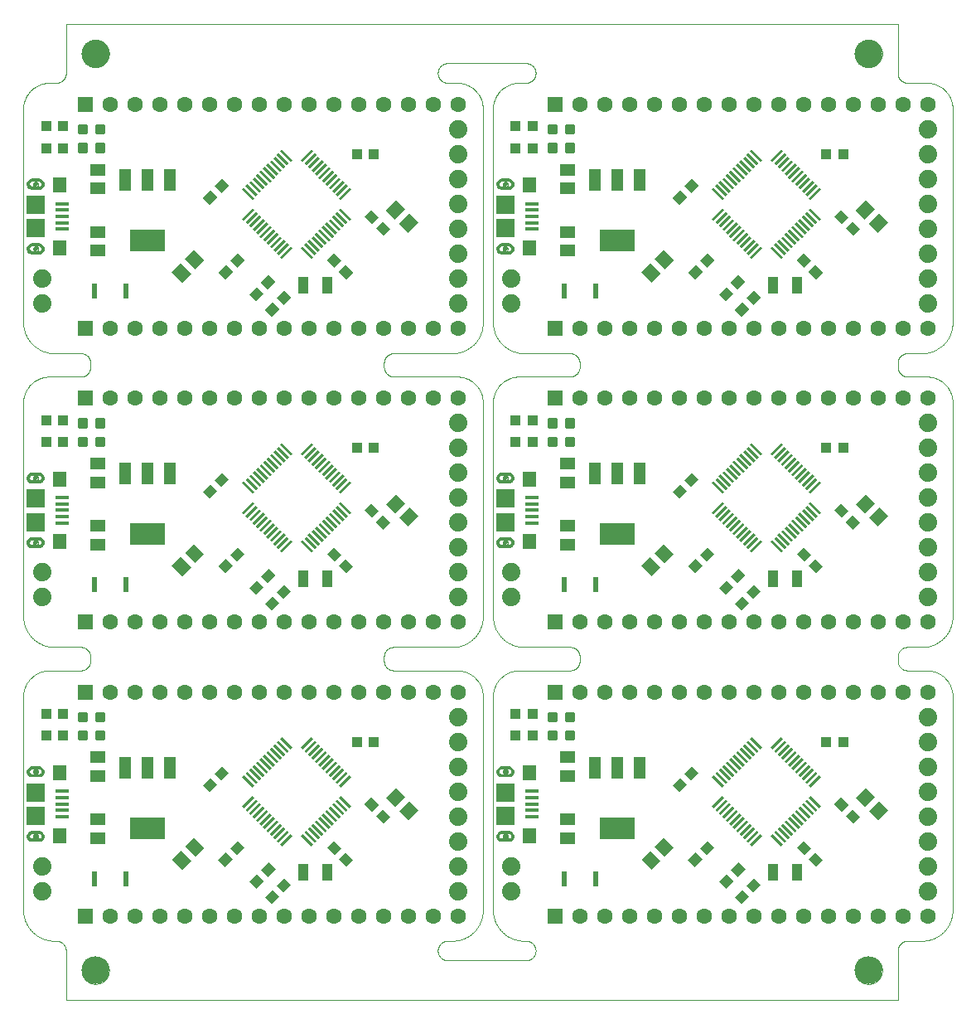
<source format=gts>
G04 EAGLE Gerber X2 export*
%TF.Part,Single*%
%TF.FileFunction,Other,Solder Mask top*%
%TF.FilePolarity,Positive*%
%TF.GenerationSoftware,Autodesk,EAGLE,9.1.3*%
%TF.CreationDate,2019-01-27T15:07:08Z*%
G75*
%MOMM*%
%FSLAX34Y34*%
%LPD*%
%AMOC8*
5,1,8,0,0,1.08239X$1,22.5*%
G01*
%ADD10C,0.000000*%
%ADD11C,2.828425*%
%ADD12R,1.500000X1.300000*%
%ADD13R,1.100000X1.000000*%
%ADD14R,1.300000X1.500000*%
%ADD15R,1.350000X0.400000*%
%ADD16R,1.400000X1.600000*%
%ADD17R,1.900000X1.900000*%
%ADD18C,0.500000*%
%ADD19R,1.219200X2.235200*%
%ADD20R,3.600000X2.200000*%
%ADD21R,1.600000X1.600000*%
%ADD22C,1.600000*%
%ADD23R,1.500000X0.280000*%
%ADD24R,1.000000X1.800000*%
%ADD25C,1.879600*%
%ADD26R,0.550000X1.500000*%
%ADD27C,0.300000*%
%ADD28R,1.000000X1.100000*%
%ADD29C,2.800000*%

G36*
X22559Y767054D02*
X22559Y767054D01*
X22567Y767052D01*
X23791Y767190D01*
X23809Y767199D01*
X23823Y767197D01*
X24986Y767604D01*
X25001Y767617D01*
X25016Y767618D01*
X26059Y768274D01*
X26064Y768281D01*
X26070Y768283D01*
X26074Y768291D01*
X26085Y768294D01*
X26956Y769165D01*
X26962Y769179D01*
X26965Y769184D01*
X26976Y769191D01*
X27632Y770234D01*
X27636Y770254D01*
X27646Y770264D01*
X28053Y771427D01*
X28052Y771447D01*
X28060Y771459D01*
X28198Y772683D01*
X28193Y772702D01*
X28196Y772708D01*
X28196Y772709D01*
X28198Y772717D01*
X28060Y773941D01*
X28051Y773959D01*
X28053Y773973D01*
X27646Y775136D01*
X27633Y775151D01*
X27632Y775166D01*
X26976Y776209D01*
X26960Y776221D01*
X26956Y776235D01*
X26085Y777106D01*
X26066Y777114D01*
X26059Y777126D01*
X25016Y777782D01*
X24996Y777786D01*
X24986Y777796D01*
X23823Y778203D01*
X23803Y778202D01*
X23791Y778210D01*
X22567Y778348D01*
X22557Y778346D01*
X22550Y778349D01*
X15550Y778349D01*
X15541Y778346D01*
X15533Y778348D01*
X14309Y778210D01*
X14291Y778201D01*
X14277Y778203D01*
X13114Y777796D01*
X13099Y777783D01*
X13084Y777782D01*
X12041Y777126D01*
X12029Y777110D01*
X12015Y777106D01*
X11144Y776235D01*
X11136Y776216D01*
X11124Y776209D01*
X10468Y775166D01*
X10464Y775146D01*
X10454Y775136D01*
X10047Y773973D01*
X10048Y773953D01*
X10040Y773941D01*
X9902Y772717D01*
X9907Y772698D01*
X9901Y772685D01*
X10007Y771612D01*
X10015Y771597D01*
X10013Y771584D01*
X10326Y770552D01*
X10337Y770538D01*
X10337Y770525D01*
X10845Y769574D01*
X10859Y769563D01*
X10862Y769550D01*
X11546Y768716D01*
X11561Y768708D01*
X11566Y768696D01*
X12400Y768012D01*
X12417Y768006D01*
X12424Y767995D01*
X13375Y767487D01*
X13392Y767485D01*
X13402Y767476D01*
X14434Y767163D01*
X14451Y767164D01*
X14462Y767157D01*
X15535Y767051D01*
X15544Y767054D01*
X15550Y767051D01*
X22550Y767051D01*
X22559Y767054D01*
G37*
G36*
X22559Y101054D02*
X22559Y101054D01*
X22567Y101052D01*
X23791Y101190D01*
X23809Y101199D01*
X23823Y101197D01*
X24986Y101604D01*
X25001Y101617D01*
X25016Y101618D01*
X26059Y102274D01*
X26064Y102281D01*
X26070Y102283D01*
X26074Y102291D01*
X26085Y102294D01*
X26956Y103165D01*
X26962Y103179D01*
X26965Y103184D01*
X26976Y103191D01*
X27632Y104234D01*
X27636Y104254D01*
X27646Y104264D01*
X28053Y105427D01*
X28052Y105447D01*
X28060Y105459D01*
X28198Y106683D01*
X28193Y106702D01*
X28196Y106708D01*
X28196Y106709D01*
X28198Y106717D01*
X28060Y107941D01*
X28051Y107959D01*
X28053Y107973D01*
X27646Y109136D01*
X27633Y109151D01*
X27632Y109166D01*
X26976Y110209D01*
X26960Y110221D01*
X26956Y110235D01*
X26085Y111106D01*
X26066Y111114D01*
X26059Y111126D01*
X25016Y111782D01*
X24996Y111786D01*
X24986Y111796D01*
X23823Y112203D01*
X23803Y112202D01*
X23791Y112210D01*
X22567Y112348D01*
X22557Y112346D01*
X22550Y112349D01*
X15550Y112349D01*
X15541Y112346D01*
X15533Y112348D01*
X14309Y112210D01*
X14291Y112201D01*
X14277Y112203D01*
X13114Y111796D01*
X13099Y111783D01*
X13084Y111782D01*
X12041Y111126D01*
X12029Y111110D01*
X12015Y111106D01*
X11144Y110235D01*
X11136Y110216D01*
X11124Y110209D01*
X10468Y109166D01*
X10464Y109146D01*
X10454Y109136D01*
X10047Y107973D01*
X10048Y107953D01*
X10040Y107941D01*
X9902Y106717D01*
X9907Y106698D01*
X9901Y106685D01*
X10007Y105612D01*
X10015Y105597D01*
X10013Y105584D01*
X10326Y104552D01*
X10337Y104538D01*
X10337Y104525D01*
X10845Y103574D01*
X10859Y103563D01*
X10862Y103550D01*
X11546Y102716D01*
X11561Y102708D01*
X11566Y102696D01*
X12400Y102012D01*
X12417Y102006D01*
X12424Y101995D01*
X13375Y101487D01*
X13392Y101485D01*
X13402Y101476D01*
X14434Y101163D01*
X14451Y101164D01*
X14462Y101157D01*
X15535Y101051D01*
X15544Y101054D01*
X15550Y101051D01*
X22550Y101051D01*
X22559Y101054D01*
G37*
G36*
X502559Y101054D02*
X502559Y101054D01*
X502567Y101052D01*
X503791Y101190D01*
X503809Y101199D01*
X503823Y101197D01*
X504986Y101604D01*
X505001Y101617D01*
X505016Y101618D01*
X506059Y102274D01*
X506064Y102281D01*
X506070Y102283D01*
X506074Y102291D01*
X506085Y102294D01*
X506956Y103165D01*
X506962Y103179D01*
X506965Y103184D01*
X506976Y103191D01*
X507632Y104234D01*
X507636Y104254D01*
X507646Y104264D01*
X508053Y105427D01*
X508052Y105447D01*
X508060Y105459D01*
X508198Y106683D01*
X508193Y106702D01*
X508196Y106708D01*
X508196Y106709D01*
X508198Y106717D01*
X508060Y107941D01*
X508051Y107959D01*
X508053Y107973D01*
X507646Y109136D01*
X507633Y109151D01*
X507632Y109166D01*
X506976Y110209D01*
X506960Y110221D01*
X506956Y110235D01*
X506085Y111106D01*
X506066Y111114D01*
X506059Y111126D01*
X505016Y111782D01*
X504996Y111786D01*
X504986Y111796D01*
X503823Y112203D01*
X503803Y112202D01*
X503791Y112210D01*
X502567Y112348D01*
X502557Y112346D01*
X502550Y112349D01*
X495550Y112349D01*
X495541Y112346D01*
X495533Y112348D01*
X494309Y112210D01*
X494291Y112201D01*
X494277Y112203D01*
X493114Y111796D01*
X493099Y111783D01*
X493084Y111782D01*
X492041Y111126D01*
X492029Y111110D01*
X492015Y111106D01*
X491144Y110235D01*
X491136Y110216D01*
X491124Y110209D01*
X490468Y109166D01*
X490464Y109146D01*
X490454Y109136D01*
X490047Y107973D01*
X490048Y107953D01*
X490040Y107941D01*
X489902Y106717D01*
X489907Y106698D01*
X489901Y106685D01*
X490007Y105612D01*
X490015Y105597D01*
X490013Y105584D01*
X490326Y104552D01*
X490337Y104538D01*
X490337Y104525D01*
X490845Y103574D01*
X490859Y103563D01*
X490862Y103550D01*
X491546Y102716D01*
X491561Y102708D01*
X491566Y102696D01*
X492400Y102012D01*
X492417Y102006D01*
X492424Y101995D01*
X493375Y101487D01*
X493392Y101485D01*
X493402Y101476D01*
X494434Y101163D01*
X494451Y101164D01*
X494462Y101157D01*
X495535Y101051D01*
X495544Y101054D01*
X495550Y101051D01*
X502550Y101051D01*
X502559Y101054D01*
G37*
G36*
X15541Y178346D02*
X15541Y178346D01*
X15533Y178348D01*
X14309Y178210D01*
X14291Y178201D01*
X14277Y178203D01*
X13114Y177796D01*
X13099Y177783D01*
X13084Y177782D01*
X12041Y177126D01*
X12029Y177110D01*
X12015Y177106D01*
X11144Y176235D01*
X11136Y176216D01*
X11124Y176209D01*
X10468Y175166D01*
X10464Y175146D01*
X10454Y175136D01*
X10047Y173973D01*
X10048Y173953D01*
X10040Y173941D01*
X9902Y172717D01*
X9907Y172698D01*
X9901Y172685D01*
X10007Y171612D01*
X10015Y171597D01*
X10013Y171584D01*
X10326Y170552D01*
X10337Y170538D01*
X10337Y170525D01*
X10845Y169574D01*
X10859Y169563D01*
X10862Y169550D01*
X11546Y168716D01*
X11561Y168708D01*
X11566Y168696D01*
X12400Y168012D01*
X12417Y168006D01*
X12424Y167995D01*
X13375Y167487D01*
X13392Y167485D01*
X13402Y167476D01*
X14434Y167163D01*
X14451Y167164D01*
X14462Y167157D01*
X15535Y167051D01*
X15544Y167054D01*
X15550Y167051D01*
X22550Y167051D01*
X22559Y167054D01*
X22567Y167052D01*
X23791Y167190D01*
X23809Y167199D01*
X23823Y167197D01*
X24986Y167604D01*
X25001Y167617D01*
X25016Y167618D01*
X26059Y168274D01*
X26064Y168281D01*
X26070Y168283D01*
X26074Y168291D01*
X26085Y168294D01*
X26956Y169165D01*
X26962Y169179D01*
X26965Y169184D01*
X26976Y169191D01*
X27632Y170234D01*
X27636Y170254D01*
X27646Y170264D01*
X28053Y171427D01*
X28052Y171447D01*
X28060Y171459D01*
X28198Y172683D01*
X28193Y172702D01*
X28196Y172708D01*
X28196Y172709D01*
X28198Y172717D01*
X28060Y173941D01*
X28051Y173959D01*
X28053Y173973D01*
X27646Y175136D01*
X27633Y175151D01*
X27632Y175166D01*
X26976Y176209D01*
X26960Y176221D01*
X26956Y176235D01*
X26085Y177106D01*
X26066Y177114D01*
X26059Y177126D01*
X25016Y177782D01*
X24996Y177786D01*
X24986Y177796D01*
X23823Y178203D01*
X23803Y178202D01*
X23791Y178210D01*
X22567Y178348D01*
X22557Y178346D01*
X22550Y178349D01*
X15550Y178349D01*
X15541Y178346D01*
G37*
G36*
X502559Y167054D02*
X502559Y167054D01*
X502567Y167052D01*
X503791Y167190D01*
X503809Y167199D01*
X503823Y167197D01*
X504986Y167604D01*
X505001Y167617D01*
X505016Y167618D01*
X506059Y168274D01*
X506064Y168281D01*
X506070Y168283D01*
X506074Y168291D01*
X506085Y168294D01*
X506956Y169165D01*
X506962Y169179D01*
X506965Y169184D01*
X506976Y169191D01*
X507632Y170234D01*
X507636Y170254D01*
X507646Y170264D01*
X508053Y171427D01*
X508052Y171447D01*
X508060Y171459D01*
X508198Y172683D01*
X508193Y172702D01*
X508196Y172708D01*
X508196Y172709D01*
X508198Y172717D01*
X508060Y173941D01*
X508051Y173959D01*
X508053Y173973D01*
X507646Y175136D01*
X507633Y175151D01*
X507632Y175166D01*
X506976Y176209D01*
X506960Y176221D01*
X506956Y176235D01*
X506085Y177106D01*
X506066Y177114D01*
X506059Y177126D01*
X505016Y177782D01*
X504996Y177786D01*
X504986Y177796D01*
X503823Y178203D01*
X503803Y178202D01*
X503791Y178210D01*
X502567Y178348D01*
X502557Y178346D01*
X502550Y178349D01*
X495550Y178349D01*
X495541Y178346D01*
X495533Y178348D01*
X494309Y178210D01*
X494291Y178201D01*
X494277Y178203D01*
X493114Y177796D01*
X493099Y177783D01*
X493084Y177782D01*
X492041Y177126D01*
X492029Y177110D01*
X492015Y177106D01*
X491144Y176235D01*
X491136Y176216D01*
X491124Y176209D01*
X490468Y175166D01*
X490464Y175146D01*
X490454Y175136D01*
X490047Y173973D01*
X490048Y173953D01*
X490040Y173941D01*
X489902Y172717D01*
X489907Y172698D01*
X489901Y172685D01*
X490007Y171612D01*
X490015Y171597D01*
X490013Y171584D01*
X490326Y170552D01*
X490337Y170538D01*
X490337Y170525D01*
X490845Y169574D01*
X490859Y169563D01*
X490862Y169550D01*
X491546Y168716D01*
X491561Y168708D01*
X491566Y168696D01*
X492400Y168012D01*
X492417Y168006D01*
X492424Y167995D01*
X493375Y167487D01*
X493392Y167485D01*
X493402Y167476D01*
X494434Y167163D01*
X494451Y167164D01*
X494462Y167157D01*
X495535Y167051D01*
X495544Y167054D01*
X495550Y167051D01*
X502550Y167051D01*
X502559Y167054D01*
G37*
G36*
X22559Y401054D02*
X22559Y401054D01*
X22567Y401052D01*
X23791Y401190D01*
X23809Y401199D01*
X23823Y401197D01*
X24986Y401604D01*
X25001Y401617D01*
X25016Y401618D01*
X26059Y402274D01*
X26064Y402281D01*
X26070Y402283D01*
X26074Y402291D01*
X26085Y402294D01*
X26956Y403165D01*
X26962Y403179D01*
X26965Y403184D01*
X26976Y403191D01*
X27632Y404234D01*
X27636Y404254D01*
X27646Y404264D01*
X28053Y405427D01*
X28052Y405447D01*
X28060Y405459D01*
X28198Y406683D01*
X28193Y406702D01*
X28196Y406708D01*
X28196Y406709D01*
X28198Y406717D01*
X28060Y407941D01*
X28051Y407959D01*
X28053Y407973D01*
X27646Y409136D01*
X27633Y409151D01*
X27632Y409166D01*
X26976Y410209D01*
X26960Y410221D01*
X26956Y410235D01*
X26085Y411106D01*
X26066Y411114D01*
X26059Y411126D01*
X25016Y411782D01*
X24996Y411786D01*
X24986Y411796D01*
X23823Y412203D01*
X23803Y412202D01*
X23791Y412210D01*
X22567Y412348D01*
X22557Y412346D01*
X22550Y412349D01*
X15550Y412349D01*
X15541Y412346D01*
X15533Y412348D01*
X14309Y412210D01*
X14291Y412201D01*
X14277Y412203D01*
X13114Y411796D01*
X13099Y411783D01*
X13084Y411782D01*
X12041Y411126D01*
X12029Y411110D01*
X12015Y411106D01*
X11144Y410235D01*
X11136Y410216D01*
X11124Y410209D01*
X10468Y409166D01*
X10464Y409146D01*
X10454Y409136D01*
X10047Y407973D01*
X10048Y407953D01*
X10040Y407941D01*
X9902Y406717D01*
X9907Y406698D01*
X9901Y406685D01*
X10007Y405612D01*
X10015Y405597D01*
X10013Y405584D01*
X10326Y404552D01*
X10337Y404538D01*
X10337Y404525D01*
X10845Y403574D01*
X10859Y403563D01*
X10862Y403550D01*
X11546Y402716D01*
X11561Y402708D01*
X11566Y402696D01*
X12400Y402012D01*
X12417Y402006D01*
X12424Y401995D01*
X13375Y401487D01*
X13392Y401485D01*
X13402Y401476D01*
X14434Y401163D01*
X14451Y401164D01*
X14462Y401157D01*
X15535Y401051D01*
X15544Y401054D01*
X15550Y401051D01*
X22550Y401051D01*
X22559Y401054D01*
G37*
G36*
X502559Y401054D02*
X502559Y401054D01*
X502567Y401052D01*
X503791Y401190D01*
X503809Y401199D01*
X503823Y401197D01*
X504986Y401604D01*
X505001Y401617D01*
X505016Y401618D01*
X506059Y402274D01*
X506064Y402281D01*
X506070Y402283D01*
X506074Y402291D01*
X506085Y402294D01*
X506956Y403165D01*
X506962Y403179D01*
X506965Y403184D01*
X506976Y403191D01*
X507632Y404234D01*
X507636Y404254D01*
X507646Y404264D01*
X508053Y405427D01*
X508052Y405447D01*
X508060Y405459D01*
X508198Y406683D01*
X508193Y406702D01*
X508196Y406708D01*
X508196Y406709D01*
X508198Y406717D01*
X508060Y407941D01*
X508051Y407959D01*
X508053Y407973D01*
X507646Y409136D01*
X507633Y409151D01*
X507632Y409166D01*
X506976Y410209D01*
X506960Y410221D01*
X506956Y410235D01*
X506085Y411106D01*
X506066Y411114D01*
X506059Y411126D01*
X505016Y411782D01*
X504996Y411786D01*
X504986Y411796D01*
X503823Y412203D01*
X503803Y412202D01*
X503791Y412210D01*
X502567Y412348D01*
X502557Y412346D01*
X502550Y412349D01*
X495550Y412349D01*
X495541Y412346D01*
X495533Y412348D01*
X494309Y412210D01*
X494291Y412201D01*
X494277Y412203D01*
X493114Y411796D01*
X493099Y411783D01*
X493084Y411782D01*
X492041Y411126D01*
X492029Y411110D01*
X492015Y411106D01*
X491144Y410235D01*
X491136Y410216D01*
X491124Y410209D01*
X490468Y409166D01*
X490464Y409146D01*
X490454Y409136D01*
X490047Y407973D01*
X490048Y407953D01*
X490040Y407941D01*
X489902Y406717D01*
X489907Y406698D01*
X489901Y406685D01*
X490007Y405612D01*
X490015Y405597D01*
X490013Y405584D01*
X490326Y404552D01*
X490337Y404538D01*
X490337Y404525D01*
X490845Y403574D01*
X490859Y403563D01*
X490862Y403550D01*
X491546Y402716D01*
X491561Y402708D01*
X491566Y402696D01*
X492400Y402012D01*
X492417Y402006D01*
X492424Y401995D01*
X493375Y401487D01*
X493392Y401485D01*
X493402Y401476D01*
X494434Y401163D01*
X494451Y401164D01*
X494462Y401157D01*
X495535Y401051D01*
X495544Y401054D01*
X495550Y401051D01*
X502550Y401051D01*
X502559Y401054D01*
G37*
G36*
X22559Y467054D02*
X22559Y467054D01*
X22567Y467052D01*
X23791Y467190D01*
X23809Y467199D01*
X23823Y467197D01*
X24986Y467604D01*
X25001Y467617D01*
X25016Y467618D01*
X26059Y468274D01*
X26064Y468281D01*
X26070Y468283D01*
X26074Y468291D01*
X26085Y468294D01*
X26956Y469165D01*
X26962Y469179D01*
X26965Y469184D01*
X26976Y469191D01*
X27632Y470234D01*
X27636Y470254D01*
X27646Y470264D01*
X28053Y471427D01*
X28052Y471447D01*
X28060Y471459D01*
X28198Y472683D01*
X28193Y472702D01*
X28196Y472708D01*
X28196Y472709D01*
X28198Y472717D01*
X28060Y473941D01*
X28051Y473959D01*
X28053Y473973D01*
X27646Y475136D01*
X27633Y475151D01*
X27632Y475166D01*
X26976Y476209D01*
X26960Y476221D01*
X26956Y476235D01*
X26085Y477106D01*
X26066Y477114D01*
X26059Y477126D01*
X25016Y477782D01*
X24996Y477786D01*
X24986Y477796D01*
X23823Y478203D01*
X23803Y478202D01*
X23791Y478210D01*
X22567Y478348D01*
X22557Y478346D01*
X22550Y478349D01*
X15550Y478349D01*
X15541Y478346D01*
X15533Y478348D01*
X14309Y478210D01*
X14291Y478201D01*
X14277Y478203D01*
X13114Y477796D01*
X13099Y477783D01*
X13084Y477782D01*
X12041Y477126D01*
X12029Y477110D01*
X12015Y477106D01*
X11144Y476235D01*
X11136Y476216D01*
X11124Y476209D01*
X10468Y475166D01*
X10464Y475146D01*
X10454Y475136D01*
X10047Y473973D01*
X10048Y473953D01*
X10040Y473941D01*
X9902Y472717D01*
X9907Y472698D01*
X9901Y472685D01*
X10007Y471612D01*
X10015Y471597D01*
X10013Y471584D01*
X10326Y470552D01*
X10337Y470538D01*
X10337Y470525D01*
X10845Y469574D01*
X10859Y469563D01*
X10862Y469550D01*
X11546Y468716D01*
X11561Y468708D01*
X11566Y468696D01*
X12400Y468012D01*
X12417Y468006D01*
X12424Y467995D01*
X13375Y467487D01*
X13392Y467485D01*
X13402Y467476D01*
X14434Y467163D01*
X14451Y467164D01*
X14462Y467157D01*
X15535Y467051D01*
X15544Y467054D01*
X15550Y467051D01*
X22550Y467051D01*
X22559Y467054D01*
G37*
G36*
X502559Y467054D02*
X502559Y467054D01*
X502567Y467052D01*
X503791Y467190D01*
X503809Y467199D01*
X503823Y467197D01*
X504986Y467604D01*
X505001Y467617D01*
X505016Y467618D01*
X506059Y468274D01*
X506064Y468281D01*
X506070Y468283D01*
X506074Y468291D01*
X506085Y468294D01*
X506956Y469165D01*
X506962Y469179D01*
X506965Y469184D01*
X506976Y469191D01*
X507632Y470234D01*
X507636Y470254D01*
X507646Y470264D01*
X508053Y471427D01*
X508052Y471447D01*
X508060Y471459D01*
X508198Y472683D01*
X508193Y472702D01*
X508196Y472708D01*
X508196Y472709D01*
X508198Y472717D01*
X508060Y473941D01*
X508051Y473959D01*
X508053Y473973D01*
X507646Y475136D01*
X507633Y475151D01*
X507632Y475166D01*
X506976Y476209D01*
X506960Y476221D01*
X506956Y476235D01*
X506085Y477106D01*
X506066Y477114D01*
X506059Y477126D01*
X505016Y477782D01*
X504996Y477786D01*
X504986Y477796D01*
X503823Y478203D01*
X503803Y478202D01*
X503791Y478210D01*
X502567Y478348D01*
X502557Y478346D01*
X502550Y478349D01*
X495550Y478349D01*
X495541Y478346D01*
X495533Y478348D01*
X494309Y478210D01*
X494291Y478201D01*
X494277Y478203D01*
X493114Y477796D01*
X493099Y477783D01*
X493084Y477782D01*
X492041Y477126D01*
X492029Y477110D01*
X492015Y477106D01*
X491144Y476235D01*
X491136Y476216D01*
X491124Y476209D01*
X490468Y475166D01*
X490464Y475146D01*
X490454Y475136D01*
X490047Y473973D01*
X490048Y473953D01*
X490040Y473941D01*
X489902Y472717D01*
X489907Y472698D01*
X489901Y472685D01*
X490007Y471612D01*
X490015Y471597D01*
X490013Y471584D01*
X490326Y470552D01*
X490337Y470538D01*
X490337Y470525D01*
X490845Y469574D01*
X490859Y469563D01*
X490862Y469550D01*
X491546Y468716D01*
X491561Y468708D01*
X491566Y468696D01*
X492400Y468012D01*
X492417Y468006D01*
X492424Y467995D01*
X493375Y467487D01*
X493392Y467485D01*
X493402Y467476D01*
X494434Y467163D01*
X494451Y467164D01*
X494462Y467157D01*
X495535Y467051D01*
X495544Y467054D01*
X495550Y467051D01*
X502550Y467051D01*
X502559Y467054D01*
G37*
G36*
X502559Y701054D02*
X502559Y701054D01*
X502567Y701052D01*
X503791Y701190D01*
X503809Y701199D01*
X503823Y701197D01*
X504986Y701604D01*
X505001Y701617D01*
X505016Y701618D01*
X506059Y702274D01*
X506064Y702281D01*
X506070Y702283D01*
X506074Y702291D01*
X506085Y702294D01*
X506956Y703165D01*
X506962Y703179D01*
X506965Y703184D01*
X506976Y703191D01*
X507632Y704234D01*
X507636Y704254D01*
X507646Y704264D01*
X508053Y705427D01*
X508052Y705447D01*
X508060Y705459D01*
X508198Y706683D01*
X508193Y706702D01*
X508196Y706708D01*
X508196Y706709D01*
X508198Y706717D01*
X508060Y707941D01*
X508051Y707959D01*
X508053Y707973D01*
X507646Y709136D01*
X507633Y709151D01*
X507632Y709166D01*
X506976Y710209D01*
X506960Y710221D01*
X506956Y710235D01*
X506085Y711106D01*
X506066Y711114D01*
X506059Y711126D01*
X505016Y711782D01*
X504996Y711786D01*
X504986Y711796D01*
X503823Y712203D01*
X503803Y712202D01*
X503791Y712210D01*
X502567Y712348D01*
X502557Y712346D01*
X502550Y712349D01*
X495550Y712349D01*
X495541Y712346D01*
X495533Y712348D01*
X494309Y712210D01*
X494291Y712201D01*
X494277Y712203D01*
X493114Y711796D01*
X493099Y711783D01*
X493084Y711782D01*
X492041Y711126D01*
X492029Y711110D01*
X492015Y711106D01*
X491144Y710235D01*
X491136Y710216D01*
X491124Y710209D01*
X490468Y709166D01*
X490464Y709146D01*
X490454Y709136D01*
X490047Y707973D01*
X490048Y707953D01*
X490040Y707941D01*
X489902Y706717D01*
X489907Y706698D01*
X489901Y706685D01*
X490007Y705612D01*
X490015Y705597D01*
X490013Y705584D01*
X490326Y704552D01*
X490337Y704538D01*
X490337Y704525D01*
X490845Y703574D01*
X490859Y703563D01*
X490862Y703550D01*
X491546Y702716D01*
X491561Y702708D01*
X491566Y702696D01*
X492400Y702012D01*
X492417Y702006D01*
X492424Y701995D01*
X493375Y701487D01*
X493392Y701485D01*
X493402Y701476D01*
X494434Y701163D01*
X494451Y701164D01*
X494462Y701157D01*
X495535Y701051D01*
X495544Y701054D01*
X495550Y701051D01*
X502550Y701051D01*
X502559Y701054D01*
G37*
G36*
X22559Y701054D02*
X22559Y701054D01*
X22567Y701052D01*
X23791Y701190D01*
X23809Y701199D01*
X23823Y701197D01*
X24986Y701604D01*
X25001Y701617D01*
X25016Y701618D01*
X26059Y702274D01*
X26064Y702281D01*
X26070Y702283D01*
X26074Y702291D01*
X26085Y702294D01*
X26956Y703165D01*
X26962Y703179D01*
X26965Y703184D01*
X26976Y703191D01*
X27632Y704234D01*
X27636Y704254D01*
X27646Y704264D01*
X28053Y705427D01*
X28052Y705447D01*
X28060Y705459D01*
X28198Y706683D01*
X28193Y706702D01*
X28196Y706708D01*
X28196Y706709D01*
X28198Y706717D01*
X28060Y707941D01*
X28051Y707959D01*
X28053Y707973D01*
X27646Y709136D01*
X27633Y709151D01*
X27632Y709166D01*
X26976Y710209D01*
X26960Y710221D01*
X26956Y710235D01*
X26085Y711106D01*
X26066Y711114D01*
X26059Y711126D01*
X25016Y711782D01*
X24996Y711786D01*
X24986Y711796D01*
X23823Y712203D01*
X23803Y712202D01*
X23791Y712210D01*
X22567Y712348D01*
X22557Y712346D01*
X22550Y712349D01*
X15550Y712349D01*
X15541Y712346D01*
X15533Y712348D01*
X14309Y712210D01*
X14291Y712201D01*
X14277Y712203D01*
X13114Y711796D01*
X13099Y711783D01*
X13084Y711782D01*
X12041Y711126D01*
X12029Y711110D01*
X12015Y711106D01*
X11144Y710235D01*
X11136Y710216D01*
X11124Y710209D01*
X10468Y709166D01*
X10464Y709146D01*
X10454Y709136D01*
X10047Y707973D01*
X10048Y707953D01*
X10040Y707941D01*
X9902Y706717D01*
X9907Y706698D01*
X9901Y706685D01*
X10007Y705612D01*
X10015Y705597D01*
X10013Y705584D01*
X10326Y704552D01*
X10337Y704538D01*
X10337Y704525D01*
X10845Y703574D01*
X10859Y703563D01*
X10862Y703550D01*
X11546Y702716D01*
X11561Y702708D01*
X11566Y702696D01*
X12400Y702012D01*
X12417Y702006D01*
X12424Y701995D01*
X13375Y701487D01*
X13392Y701485D01*
X13402Y701476D01*
X14434Y701163D01*
X14451Y701164D01*
X14462Y701157D01*
X15535Y701051D01*
X15544Y701054D01*
X15550Y701051D01*
X22550Y701051D01*
X22559Y701054D01*
G37*
G36*
X502559Y767054D02*
X502559Y767054D01*
X502567Y767052D01*
X503791Y767190D01*
X503809Y767199D01*
X503823Y767197D01*
X504986Y767604D01*
X505001Y767617D01*
X505016Y767618D01*
X506059Y768274D01*
X506064Y768281D01*
X506070Y768283D01*
X506074Y768291D01*
X506085Y768294D01*
X506956Y769165D01*
X506962Y769179D01*
X506965Y769184D01*
X506976Y769191D01*
X507632Y770234D01*
X507636Y770254D01*
X507646Y770264D01*
X508053Y771427D01*
X508052Y771447D01*
X508060Y771459D01*
X508198Y772683D01*
X508193Y772702D01*
X508196Y772708D01*
X508196Y772709D01*
X508198Y772717D01*
X508060Y773941D01*
X508051Y773959D01*
X508053Y773973D01*
X507646Y775136D01*
X507633Y775151D01*
X507632Y775166D01*
X506976Y776209D01*
X506960Y776221D01*
X506956Y776235D01*
X506085Y777106D01*
X506066Y777114D01*
X506059Y777126D01*
X505016Y777782D01*
X504996Y777786D01*
X504986Y777796D01*
X503823Y778203D01*
X503803Y778202D01*
X503791Y778210D01*
X502567Y778348D01*
X502557Y778346D01*
X502550Y778349D01*
X495550Y778349D01*
X495541Y778346D01*
X495533Y778348D01*
X494309Y778210D01*
X494291Y778201D01*
X494277Y778203D01*
X493114Y777796D01*
X493099Y777783D01*
X493084Y777782D01*
X492041Y777126D01*
X492029Y777110D01*
X492015Y777106D01*
X491144Y776235D01*
X491136Y776216D01*
X491124Y776209D01*
X490468Y775166D01*
X490464Y775146D01*
X490454Y775136D01*
X490047Y773973D01*
X490048Y773953D01*
X490040Y773941D01*
X489902Y772717D01*
X489907Y772698D01*
X489901Y772685D01*
X490007Y771612D01*
X490015Y771597D01*
X490013Y771584D01*
X490326Y770552D01*
X490337Y770538D01*
X490337Y770525D01*
X490845Y769574D01*
X490859Y769563D01*
X490862Y769550D01*
X491546Y768716D01*
X491561Y768708D01*
X491566Y768696D01*
X492400Y768012D01*
X492417Y768006D01*
X492424Y767995D01*
X493375Y767487D01*
X493392Y767485D01*
X493402Y767476D01*
X494434Y767163D01*
X494451Y767164D01*
X494462Y767157D01*
X495535Y767051D01*
X495544Y767054D01*
X495550Y767051D01*
X502550Y767051D01*
X502559Y767054D01*
G37*
%LPC*%
G36*
X495560Y704349D02*
X495560Y704349D01*
X494942Y704431D01*
X494375Y704665D01*
X493889Y705039D01*
X493515Y705525D01*
X493281Y706092D01*
X493201Y706700D01*
X493281Y707308D01*
X493515Y707875D01*
X493889Y708361D01*
X494375Y708735D01*
X494942Y708969D01*
X495560Y709051D01*
X502540Y709051D01*
X503158Y708969D01*
X503725Y708735D01*
X504211Y708361D01*
X504585Y707875D01*
X504819Y707308D01*
X504899Y706700D01*
X504819Y706092D01*
X504585Y705525D01*
X504211Y705039D01*
X503725Y704665D01*
X503158Y704431D01*
X502540Y704349D01*
X495560Y704349D01*
G37*
%LPD*%
%LPC*%
G36*
X15560Y470349D02*
X15560Y470349D01*
X14942Y470431D01*
X14375Y470665D01*
X13889Y471039D01*
X13515Y471525D01*
X13281Y472092D01*
X13201Y472700D01*
X13281Y473308D01*
X13515Y473875D01*
X13889Y474361D01*
X14375Y474735D01*
X14942Y474969D01*
X15560Y475051D01*
X22540Y475051D01*
X23158Y474969D01*
X23725Y474735D01*
X24211Y474361D01*
X24585Y473875D01*
X24819Y473308D01*
X24899Y472700D01*
X24819Y472092D01*
X24585Y471525D01*
X24211Y471039D01*
X23725Y470665D01*
X23158Y470431D01*
X22540Y470349D01*
X15560Y470349D01*
G37*
%LPD*%
%LPC*%
G36*
X495560Y470349D02*
X495560Y470349D01*
X494942Y470431D01*
X494375Y470665D01*
X493889Y471039D01*
X493515Y471525D01*
X493281Y472092D01*
X493201Y472700D01*
X493281Y473308D01*
X493515Y473875D01*
X493889Y474361D01*
X494375Y474735D01*
X494942Y474969D01*
X495560Y475051D01*
X502540Y475051D01*
X503158Y474969D01*
X503725Y474735D01*
X504211Y474361D01*
X504585Y473875D01*
X504819Y473308D01*
X504899Y472700D01*
X504819Y472092D01*
X504585Y471525D01*
X504211Y471039D01*
X503725Y470665D01*
X503158Y470431D01*
X502540Y470349D01*
X495560Y470349D01*
G37*
%LPD*%
%LPC*%
G36*
X15560Y704349D02*
X15560Y704349D01*
X14942Y704431D01*
X14375Y704665D01*
X13889Y705039D01*
X13515Y705525D01*
X13281Y706092D01*
X13201Y706700D01*
X13281Y707308D01*
X13515Y707875D01*
X13889Y708361D01*
X14375Y708735D01*
X14942Y708969D01*
X15560Y709051D01*
X22540Y709051D01*
X23158Y708969D01*
X23725Y708735D01*
X24211Y708361D01*
X24585Y707875D01*
X24819Y707308D01*
X24899Y706700D01*
X24819Y706092D01*
X24585Y705525D01*
X24211Y705039D01*
X23725Y704665D01*
X23158Y704431D01*
X22540Y704349D01*
X15560Y704349D01*
G37*
%LPD*%
%LPC*%
G36*
X495560Y404349D02*
X495560Y404349D01*
X494942Y404431D01*
X494375Y404665D01*
X493889Y405039D01*
X493515Y405525D01*
X493281Y406092D01*
X493201Y406700D01*
X493281Y407308D01*
X493515Y407875D01*
X493889Y408361D01*
X494375Y408735D01*
X494942Y408969D01*
X495560Y409051D01*
X502540Y409051D01*
X503158Y408969D01*
X503725Y408735D01*
X504211Y408361D01*
X504585Y407875D01*
X504819Y407308D01*
X504899Y406700D01*
X504819Y406092D01*
X504585Y405525D01*
X504211Y405039D01*
X503725Y404665D01*
X503158Y404431D01*
X502540Y404349D01*
X495560Y404349D01*
G37*
%LPD*%
%LPC*%
G36*
X15560Y404349D02*
X15560Y404349D01*
X14942Y404431D01*
X14375Y404665D01*
X13889Y405039D01*
X13515Y405525D01*
X13281Y406092D01*
X13201Y406700D01*
X13281Y407308D01*
X13515Y407875D01*
X13889Y408361D01*
X14375Y408735D01*
X14942Y408969D01*
X15560Y409051D01*
X22540Y409051D01*
X23158Y408969D01*
X23725Y408735D01*
X24211Y408361D01*
X24585Y407875D01*
X24819Y407308D01*
X24899Y406700D01*
X24819Y406092D01*
X24585Y405525D01*
X24211Y405039D01*
X23725Y404665D01*
X23158Y404431D01*
X22540Y404349D01*
X15560Y404349D01*
G37*
%LPD*%
%LPC*%
G36*
X495560Y770349D02*
X495560Y770349D01*
X494942Y770431D01*
X494375Y770665D01*
X493889Y771039D01*
X493515Y771525D01*
X493281Y772092D01*
X493201Y772700D01*
X493281Y773308D01*
X493515Y773875D01*
X493889Y774361D01*
X494375Y774735D01*
X494942Y774969D01*
X495560Y775051D01*
X502540Y775051D01*
X503158Y774969D01*
X503725Y774735D01*
X504211Y774361D01*
X504585Y773875D01*
X504819Y773308D01*
X504899Y772700D01*
X504819Y772092D01*
X504585Y771525D01*
X504211Y771039D01*
X503725Y770665D01*
X503158Y770431D01*
X502540Y770349D01*
X495560Y770349D01*
G37*
%LPD*%
%LPC*%
G36*
X23158Y174969D02*
X23158Y174969D01*
X23725Y174735D01*
X24211Y174361D01*
X24585Y173875D01*
X24819Y173308D01*
X24899Y172700D01*
X24819Y172092D01*
X24585Y171525D01*
X24211Y171039D01*
X23725Y170665D01*
X23158Y170431D01*
X22540Y170349D01*
X15560Y170349D01*
X14942Y170431D01*
X14375Y170665D01*
X13889Y171039D01*
X13515Y171525D01*
X13281Y172092D01*
X13201Y172700D01*
X13281Y173308D01*
X13515Y173875D01*
X13889Y174361D01*
X14375Y174735D01*
X14942Y174969D01*
X15560Y175051D01*
X22540Y175051D01*
X23158Y174969D01*
G37*
%LPD*%
%LPC*%
G36*
X495560Y170349D02*
X495560Y170349D01*
X494942Y170431D01*
X494375Y170665D01*
X493889Y171039D01*
X493515Y171525D01*
X493281Y172092D01*
X493201Y172700D01*
X493281Y173308D01*
X493515Y173875D01*
X493889Y174361D01*
X494375Y174735D01*
X494942Y174969D01*
X495560Y175051D01*
X502540Y175051D01*
X503158Y174969D01*
X503725Y174735D01*
X504211Y174361D01*
X504585Y173875D01*
X504819Y173308D01*
X504899Y172700D01*
X504819Y172092D01*
X504585Y171525D01*
X504211Y171039D01*
X503725Y170665D01*
X503158Y170431D01*
X502540Y170349D01*
X495560Y170349D01*
G37*
%LPD*%
%LPC*%
G36*
X15560Y770349D02*
X15560Y770349D01*
X14942Y770431D01*
X14375Y770665D01*
X13889Y771039D01*
X13515Y771525D01*
X13281Y772092D01*
X13201Y772700D01*
X13281Y773308D01*
X13515Y773875D01*
X13889Y774361D01*
X14375Y774735D01*
X14942Y774969D01*
X15560Y775051D01*
X22540Y775051D01*
X23158Y774969D01*
X23725Y774735D01*
X24211Y774361D01*
X24585Y773875D01*
X24819Y773308D01*
X24899Y772700D01*
X24819Y772092D01*
X24585Y771525D01*
X24211Y771039D01*
X23725Y770665D01*
X23158Y770431D01*
X22540Y770349D01*
X15560Y770349D01*
G37*
%LPD*%
%LPC*%
G36*
X15560Y104349D02*
X15560Y104349D01*
X14942Y104431D01*
X14375Y104665D01*
X13889Y105039D01*
X13515Y105525D01*
X13281Y106092D01*
X13201Y106700D01*
X13281Y107308D01*
X13515Y107875D01*
X13889Y108361D01*
X14375Y108735D01*
X14942Y108969D01*
X15560Y109051D01*
X22540Y109051D01*
X23158Y108969D01*
X23725Y108735D01*
X24211Y108361D01*
X24585Y107875D01*
X24819Y107308D01*
X24899Y106700D01*
X24819Y106092D01*
X24585Y105525D01*
X24211Y105039D01*
X23725Y104665D01*
X23158Y104431D01*
X22540Y104349D01*
X15560Y104349D01*
G37*
%LPD*%
%LPC*%
G36*
X495560Y104349D02*
X495560Y104349D01*
X494942Y104431D01*
X494375Y104665D01*
X493889Y105039D01*
X493515Y105525D01*
X493281Y106092D01*
X493201Y106700D01*
X493281Y107308D01*
X493515Y107875D01*
X493889Y108361D01*
X494375Y108735D01*
X494942Y108969D01*
X495560Y109051D01*
X502540Y109051D01*
X503158Y108969D01*
X503725Y108735D01*
X504211Y108361D01*
X504585Y107875D01*
X504819Y107308D01*
X504899Y106700D01*
X504819Y106092D01*
X504585Y105525D01*
X504211Y105039D01*
X503725Y104665D01*
X503158Y104431D01*
X502540Y104349D01*
X495560Y104349D01*
G37*
%LPD*%
D10*
X6350Y249424D02*
X6350Y31750D01*
X6359Y30983D01*
X6387Y30216D01*
X6433Y29450D01*
X6498Y28686D01*
X6581Y27923D01*
X6683Y27162D01*
X6803Y26405D01*
X6941Y25650D01*
X7098Y24899D01*
X7273Y24152D01*
X7465Y23409D01*
X7676Y22671D01*
X7904Y21939D01*
X8150Y21212D01*
X8413Y20491D01*
X8694Y19777D01*
X8992Y19070D01*
X9307Y18371D01*
X9638Y17679D01*
X9987Y16995D01*
X10352Y16320D01*
X10732Y15654D01*
X11129Y14997D01*
X11542Y14351D01*
X11970Y13714D01*
X12414Y13088D01*
X12872Y12473D01*
X13345Y11869D01*
X13833Y11276D01*
X14335Y10696D01*
X14850Y10128D01*
X15380Y9572D01*
X15922Y9030D01*
X16478Y8500D01*
X17046Y7985D01*
X17626Y7483D01*
X18219Y6995D01*
X18823Y6522D01*
X19438Y6064D01*
X20064Y5620D01*
X20701Y5192D01*
X21347Y4779D01*
X22004Y4382D01*
X22670Y4002D01*
X23345Y3637D01*
X24029Y3288D01*
X24721Y2957D01*
X25420Y2642D01*
X26127Y2344D01*
X26841Y2063D01*
X27562Y1800D01*
X28289Y1554D01*
X29021Y1326D01*
X29759Y1115D01*
X30502Y923D01*
X31249Y748D01*
X32000Y591D01*
X32755Y453D01*
X33512Y333D01*
X34273Y231D01*
X35036Y148D01*
X35800Y83D01*
X36566Y37D01*
X37333Y9D01*
X38100Y0D01*
X444702Y0D02*
X445459Y9D01*
X446217Y37D01*
X446973Y82D01*
X447728Y146D01*
X448481Y229D01*
X449231Y329D01*
X449980Y447D01*
X450725Y584D01*
X451466Y739D01*
X452204Y911D01*
X452937Y1101D01*
X453666Y1309D01*
X454389Y1534D01*
X455107Y1777D01*
X455818Y2037D01*
X456523Y2314D01*
X457221Y2608D01*
X457912Y2919D01*
X458595Y3247D01*
X459270Y3591D01*
X459937Y3951D01*
X460594Y4327D01*
X461242Y4719D01*
X461881Y5126D01*
X462510Y5549D01*
X463128Y5987D01*
X463735Y6440D01*
X464332Y6907D01*
X464917Y7388D01*
X465490Y7884D01*
X466050Y8393D01*
X466599Y8915D01*
X467135Y9451D01*
X467657Y10000D01*
X468166Y10560D01*
X468662Y11133D01*
X469143Y11718D01*
X469610Y12315D01*
X470063Y12922D01*
X470501Y13540D01*
X470924Y14169D01*
X471331Y14808D01*
X471723Y15456D01*
X472099Y16113D01*
X472459Y16780D01*
X472803Y17455D01*
X473131Y18138D01*
X473442Y18829D01*
X473736Y19527D01*
X474013Y20232D01*
X474273Y20943D01*
X474516Y21661D01*
X474741Y22384D01*
X474949Y23113D01*
X475139Y23846D01*
X475311Y24584D01*
X475466Y25325D01*
X475603Y26070D01*
X475721Y26819D01*
X475821Y27569D01*
X475904Y28322D01*
X475968Y29077D01*
X476013Y29833D01*
X476041Y30591D01*
X476050Y31348D01*
X476050Y249797D01*
X476042Y250433D01*
X476019Y251068D01*
X475981Y251702D01*
X475927Y252336D01*
X475858Y252967D01*
X475774Y253597D01*
X475675Y254225D01*
X475560Y254851D01*
X475430Y255473D01*
X475286Y256092D01*
X475126Y256707D01*
X474952Y257318D01*
X474763Y257925D01*
X474559Y258527D01*
X474341Y259124D01*
X474108Y259716D01*
X473861Y260301D01*
X473601Y260881D01*
X473326Y261454D01*
X473037Y262021D01*
X472735Y262580D01*
X472419Y263132D01*
X472091Y263676D01*
X471749Y264211D01*
X471394Y264739D01*
X471027Y265258D01*
X470647Y265767D01*
X470255Y266268D01*
X469851Y266758D01*
X469435Y267239D01*
X469008Y267710D01*
X468569Y268170D01*
X468120Y268619D01*
X467660Y269058D01*
X467189Y269485D01*
X466708Y269901D01*
X466218Y270305D01*
X465717Y270697D01*
X465208Y271077D01*
X464689Y271444D01*
X464161Y271799D01*
X463626Y272141D01*
X463082Y272469D01*
X462530Y272785D01*
X461971Y273087D01*
X461404Y273376D01*
X460831Y273651D01*
X460251Y273911D01*
X459666Y274158D01*
X459074Y274391D01*
X458477Y274609D01*
X457875Y274813D01*
X457268Y275002D01*
X456657Y275176D01*
X456042Y275336D01*
X455423Y275480D01*
X454801Y275610D01*
X454175Y275725D01*
X453547Y275824D01*
X452917Y275908D01*
X452286Y275977D01*
X451652Y276031D01*
X451018Y276069D01*
X450383Y276092D01*
X449747Y276100D01*
X33026Y276100D02*
X32381Y276092D01*
X31737Y276069D01*
X31094Y276030D01*
X30451Y275975D01*
X29811Y275906D01*
X29172Y275820D01*
X28535Y275719D01*
X27901Y275603D01*
X27270Y275472D01*
X26642Y275325D01*
X26018Y275163D01*
X25398Y274986D01*
X24783Y274794D01*
X24172Y274588D01*
X23567Y274366D01*
X22967Y274131D01*
X22373Y273880D01*
X21785Y273616D01*
X21203Y273337D01*
X20629Y273044D01*
X20062Y272738D01*
X19502Y272418D01*
X18951Y272084D01*
X18407Y271738D01*
X17872Y271378D01*
X17346Y271005D01*
X16829Y270620D01*
X16322Y270223D01*
X15824Y269813D01*
X15337Y269391D01*
X14859Y268958D01*
X14393Y268513D01*
X13937Y268057D01*
X13492Y267591D01*
X13059Y267113D01*
X12637Y266626D01*
X12227Y266128D01*
X11830Y265621D01*
X11445Y265104D01*
X11072Y264578D01*
X10712Y264043D01*
X10366Y263499D01*
X10032Y262948D01*
X9712Y262388D01*
X9406Y261821D01*
X9113Y261247D01*
X8834Y260665D01*
X8570Y260077D01*
X8319Y259483D01*
X8084Y258883D01*
X7862Y258278D01*
X7656Y257667D01*
X7464Y257052D01*
X7287Y256432D01*
X7125Y255808D01*
X6978Y255180D01*
X6847Y254549D01*
X6731Y253915D01*
X6630Y253278D01*
X6544Y252639D01*
X6475Y251999D01*
X6420Y251356D01*
X6381Y250713D01*
X6358Y250069D01*
X6350Y249424D01*
X6350Y331750D02*
X6350Y549424D01*
X6350Y331750D02*
X6359Y330983D01*
X6387Y330216D01*
X6433Y329450D01*
X6498Y328686D01*
X6581Y327923D01*
X6683Y327162D01*
X6803Y326405D01*
X6941Y325650D01*
X7098Y324899D01*
X7273Y324152D01*
X7465Y323409D01*
X7676Y322671D01*
X7904Y321939D01*
X8150Y321212D01*
X8413Y320491D01*
X8694Y319777D01*
X8992Y319070D01*
X9307Y318371D01*
X9638Y317679D01*
X9987Y316995D01*
X10352Y316320D01*
X10732Y315654D01*
X11129Y314997D01*
X11542Y314351D01*
X11970Y313714D01*
X12414Y313088D01*
X12872Y312473D01*
X13345Y311869D01*
X13833Y311276D01*
X14335Y310696D01*
X14850Y310128D01*
X15380Y309572D01*
X15922Y309030D01*
X16478Y308500D01*
X17046Y307985D01*
X17626Y307483D01*
X18219Y306995D01*
X18823Y306522D01*
X19438Y306064D01*
X20064Y305620D01*
X20701Y305192D01*
X21347Y304779D01*
X22004Y304382D01*
X22670Y304002D01*
X23345Y303637D01*
X24029Y303288D01*
X24721Y302957D01*
X25420Y302642D01*
X26127Y302344D01*
X26841Y302063D01*
X27562Y301800D01*
X28289Y301554D01*
X29021Y301326D01*
X29759Y301115D01*
X30502Y300923D01*
X31249Y300748D01*
X32000Y300591D01*
X32755Y300453D01*
X33512Y300333D01*
X34273Y300231D01*
X35036Y300148D01*
X35800Y300083D01*
X36566Y300037D01*
X37333Y300009D01*
X38100Y300000D01*
X444702Y300000D02*
X445459Y300009D01*
X446217Y300037D01*
X446973Y300082D01*
X447728Y300146D01*
X448481Y300229D01*
X449231Y300329D01*
X449980Y300447D01*
X450725Y300584D01*
X451466Y300739D01*
X452204Y300911D01*
X452937Y301101D01*
X453666Y301309D01*
X454389Y301534D01*
X455107Y301777D01*
X455818Y302037D01*
X456523Y302314D01*
X457221Y302608D01*
X457912Y302919D01*
X458595Y303247D01*
X459270Y303591D01*
X459937Y303951D01*
X460594Y304327D01*
X461242Y304719D01*
X461881Y305126D01*
X462510Y305549D01*
X463128Y305987D01*
X463735Y306440D01*
X464332Y306907D01*
X464917Y307388D01*
X465490Y307884D01*
X466050Y308393D01*
X466599Y308915D01*
X467135Y309451D01*
X467657Y310000D01*
X468166Y310560D01*
X468662Y311133D01*
X469143Y311718D01*
X469610Y312315D01*
X470063Y312922D01*
X470501Y313540D01*
X470924Y314169D01*
X471331Y314808D01*
X471723Y315456D01*
X472099Y316113D01*
X472459Y316780D01*
X472803Y317455D01*
X473131Y318138D01*
X473442Y318829D01*
X473736Y319527D01*
X474013Y320232D01*
X474273Y320943D01*
X474516Y321661D01*
X474741Y322384D01*
X474949Y323113D01*
X475139Y323846D01*
X475311Y324584D01*
X475466Y325325D01*
X475603Y326070D01*
X475721Y326819D01*
X475821Y327569D01*
X475904Y328322D01*
X475968Y329077D01*
X476013Y329833D01*
X476041Y330591D01*
X476050Y331348D01*
X476050Y549797D01*
X476042Y550433D01*
X476019Y551068D01*
X475981Y551702D01*
X475927Y552336D01*
X475858Y552967D01*
X475774Y553597D01*
X475675Y554225D01*
X475560Y554851D01*
X475430Y555473D01*
X475286Y556092D01*
X475126Y556707D01*
X474952Y557318D01*
X474763Y557925D01*
X474559Y558527D01*
X474341Y559124D01*
X474108Y559716D01*
X473861Y560301D01*
X473601Y560881D01*
X473326Y561454D01*
X473037Y562021D01*
X472735Y562580D01*
X472419Y563132D01*
X472091Y563676D01*
X471749Y564211D01*
X471394Y564739D01*
X471027Y565258D01*
X470647Y565767D01*
X470255Y566268D01*
X469851Y566758D01*
X469435Y567239D01*
X469008Y567710D01*
X468569Y568170D01*
X468120Y568619D01*
X467660Y569058D01*
X467189Y569485D01*
X466708Y569901D01*
X466218Y570305D01*
X465717Y570697D01*
X465208Y571077D01*
X464689Y571444D01*
X464161Y571799D01*
X463626Y572141D01*
X463082Y572469D01*
X462530Y572785D01*
X461971Y573087D01*
X461404Y573376D01*
X460831Y573651D01*
X460251Y573911D01*
X459666Y574158D01*
X459074Y574391D01*
X458477Y574609D01*
X457875Y574813D01*
X457268Y575002D01*
X456657Y575176D01*
X456042Y575336D01*
X455423Y575480D01*
X454801Y575610D01*
X454175Y575725D01*
X453547Y575824D01*
X452917Y575908D01*
X452286Y575977D01*
X451652Y576031D01*
X451018Y576069D01*
X450383Y576092D01*
X449747Y576100D01*
X33026Y576100D02*
X32381Y576092D01*
X31737Y576069D01*
X31094Y576030D01*
X30451Y575975D01*
X29811Y575906D01*
X29172Y575820D01*
X28535Y575719D01*
X27901Y575603D01*
X27270Y575472D01*
X26642Y575325D01*
X26018Y575163D01*
X25398Y574986D01*
X24783Y574794D01*
X24172Y574588D01*
X23567Y574366D01*
X22967Y574131D01*
X22373Y573880D01*
X21785Y573616D01*
X21203Y573337D01*
X20629Y573044D01*
X20062Y572738D01*
X19502Y572418D01*
X18951Y572084D01*
X18407Y571738D01*
X17872Y571378D01*
X17346Y571005D01*
X16829Y570620D01*
X16322Y570223D01*
X15824Y569813D01*
X15337Y569391D01*
X14859Y568958D01*
X14393Y568513D01*
X13937Y568057D01*
X13492Y567591D01*
X13059Y567113D01*
X12637Y566626D01*
X12227Y566128D01*
X11830Y565621D01*
X11445Y565104D01*
X11072Y564578D01*
X10712Y564043D01*
X10366Y563499D01*
X10032Y562948D01*
X9712Y562388D01*
X9406Y561821D01*
X9113Y561247D01*
X8834Y560665D01*
X8570Y560077D01*
X8319Y559483D01*
X8084Y558883D01*
X7862Y558278D01*
X7656Y557667D01*
X7464Y557052D01*
X7287Y556432D01*
X7125Y555808D01*
X6978Y555180D01*
X6847Y554549D01*
X6731Y553915D01*
X6630Y553278D01*
X6544Y552639D01*
X6475Y551999D01*
X6420Y551356D01*
X6381Y550713D01*
X6358Y550069D01*
X6350Y549424D01*
X6350Y631750D02*
X6350Y849424D01*
X6350Y631750D02*
X6359Y630983D01*
X6387Y630216D01*
X6433Y629450D01*
X6498Y628686D01*
X6581Y627923D01*
X6683Y627162D01*
X6803Y626405D01*
X6941Y625650D01*
X7098Y624899D01*
X7273Y624152D01*
X7465Y623409D01*
X7676Y622671D01*
X7904Y621939D01*
X8150Y621212D01*
X8413Y620491D01*
X8694Y619777D01*
X8992Y619070D01*
X9307Y618371D01*
X9638Y617679D01*
X9987Y616995D01*
X10352Y616320D01*
X10732Y615654D01*
X11129Y614997D01*
X11542Y614351D01*
X11970Y613714D01*
X12414Y613088D01*
X12872Y612473D01*
X13345Y611869D01*
X13833Y611276D01*
X14335Y610696D01*
X14850Y610128D01*
X15380Y609572D01*
X15922Y609030D01*
X16478Y608500D01*
X17046Y607985D01*
X17626Y607483D01*
X18219Y606995D01*
X18823Y606522D01*
X19438Y606064D01*
X20064Y605620D01*
X20701Y605192D01*
X21347Y604779D01*
X22004Y604382D01*
X22670Y604002D01*
X23345Y603637D01*
X24029Y603288D01*
X24721Y602957D01*
X25420Y602642D01*
X26127Y602344D01*
X26841Y602063D01*
X27562Y601800D01*
X28289Y601554D01*
X29021Y601326D01*
X29759Y601115D01*
X30502Y600923D01*
X31249Y600748D01*
X32000Y600591D01*
X32755Y600453D01*
X33512Y600333D01*
X34273Y600231D01*
X35036Y600148D01*
X35800Y600083D01*
X36566Y600037D01*
X37333Y600009D01*
X38100Y600000D01*
X444702Y600000D02*
X445459Y600009D01*
X446217Y600037D01*
X446973Y600082D01*
X447728Y600146D01*
X448481Y600229D01*
X449231Y600329D01*
X449980Y600447D01*
X450725Y600584D01*
X451466Y600739D01*
X452204Y600911D01*
X452937Y601101D01*
X453666Y601309D01*
X454389Y601534D01*
X455107Y601777D01*
X455818Y602037D01*
X456523Y602314D01*
X457221Y602608D01*
X457912Y602919D01*
X458595Y603247D01*
X459270Y603591D01*
X459937Y603951D01*
X460594Y604327D01*
X461242Y604719D01*
X461881Y605126D01*
X462510Y605549D01*
X463128Y605987D01*
X463735Y606440D01*
X464332Y606907D01*
X464917Y607388D01*
X465490Y607884D01*
X466050Y608393D01*
X466599Y608915D01*
X467135Y609451D01*
X467657Y610000D01*
X468166Y610560D01*
X468662Y611133D01*
X469143Y611718D01*
X469610Y612315D01*
X470063Y612922D01*
X470501Y613540D01*
X470924Y614169D01*
X471331Y614808D01*
X471723Y615456D01*
X472099Y616113D01*
X472459Y616780D01*
X472803Y617455D01*
X473131Y618138D01*
X473442Y618829D01*
X473736Y619527D01*
X474013Y620232D01*
X474273Y620943D01*
X474516Y621661D01*
X474741Y622384D01*
X474949Y623113D01*
X475139Y623846D01*
X475311Y624584D01*
X475466Y625325D01*
X475603Y626070D01*
X475721Y626819D01*
X475821Y627569D01*
X475904Y628322D01*
X475968Y629077D01*
X476013Y629833D01*
X476041Y630591D01*
X476050Y631348D01*
X476050Y849797D01*
X476042Y850433D01*
X476019Y851068D01*
X475981Y851702D01*
X475927Y852336D01*
X475858Y852967D01*
X475774Y853597D01*
X475675Y854225D01*
X475560Y854851D01*
X475430Y855473D01*
X475286Y856092D01*
X475126Y856707D01*
X474952Y857318D01*
X474763Y857925D01*
X474559Y858527D01*
X474341Y859124D01*
X474108Y859716D01*
X473861Y860301D01*
X473601Y860881D01*
X473326Y861454D01*
X473037Y862021D01*
X472735Y862580D01*
X472419Y863132D01*
X472091Y863676D01*
X471749Y864211D01*
X471394Y864739D01*
X471027Y865258D01*
X470647Y865767D01*
X470255Y866268D01*
X469851Y866758D01*
X469435Y867239D01*
X469008Y867710D01*
X468569Y868170D01*
X468120Y868619D01*
X467660Y869058D01*
X467189Y869485D01*
X466708Y869901D01*
X466218Y870305D01*
X465717Y870697D01*
X465208Y871077D01*
X464689Y871444D01*
X464161Y871799D01*
X463626Y872141D01*
X463082Y872469D01*
X462530Y872785D01*
X461971Y873087D01*
X461404Y873376D01*
X460831Y873651D01*
X460251Y873911D01*
X459666Y874158D01*
X459074Y874391D01*
X458477Y874609D01*
X457875Y874813D01*
X457268Y875002D01*
X456657Y875176D01*
X456042Y875336D01*
X455423Y875480D01*
X454801Y875610D01*
X454175Y875725D01*
X453547Y875824D01*
X452917Y875908D01*
X452286Y875977D01*
X451652Y876031D01*
X451018Y876069D01*
X450383Y876092D01*
X449747Y876100D01*
X33026Y876100D02*
X32381Y876092D01*
X31737Y876069D01*
X31094Y876030D01*
X30451Y875975D01*
X29811Y875906D01*
X29172Y875820D01*
X28535Y875719D01*
X27901Y875603D01*
X27270Y875472D01*
X26642Y875325D01*
X26018Y875163D01*
X25398Y874986D01*
X24783Y874794D01*
X24172Y874588D01*
X23567Y874366D01*
X22967Y874131D01*
X22373Y873880D01*
X21785Y873616D01*
X21203Y873337D01*
X20629Y873044D01*
X20062Y872738D01*
X19502Y872418D01*
X18951Y872084D01*
X18407Y871738D01*
X17872Y871378D01*
X17346Y871005D01*
X16829Y870620D01*
X16322Y870223D01*
X15824Y869813D01*
X15337Y869391D01*
X14859Y868958D01*
X14393Y868513D01*
X13937Y868057D01*
X13492Y867591D01*
X13059Y867113D01*
X12637Y866626D01*
X12227Y866128D01*
X11830Y865621D01*
X11445Y865104D01*
X11072Y864578D01*
X10712Y864043D01*
X10366Y863499D01*
X10032Y862948D01*
X9712Y862388D01*
X9406Y861821D01*
X9113Y861247D01*
X8834Y860665D01*
X8570Y860077D01*
X8319Y859483D01*
X8084Y858883D01*
X7862Y858278D01*
X7656Y857667D01*
X7464Y857052D01*
X7287Y856432D01*
X7125Y855808D01*
X6978Y855180D01*
X6847Y854549D01*
X6731Y853915D01*
X6630Y853278D01*
X6544Y852639D01*
X6475Y851999D01*
X6420Y851356D01*
X6381Y850713D01*
X6358Y850069D01*
X6350Y849424D01*
X486350Y249424D02*
X486350Y31750D01*
X486359Y30983D01*
X486387Y30216D01*
X486433Y29450D01*
X486498Y28686D01*
X486581Y27923D01*
X486683Y27162D01*
X486803Y26405D01*
X486941Y25650D01*
X487098Y24899D01*
X487273Y24152D01*
X487465Y23409D01*
X487676Y22671D01*
X487904Y21939D01*
X488150Y21212D01*
X488413Y20491D01*
X488694Y19777D01*
X488992Y19070D01*
X489307Y18371D01*
X489638Y17679D01*
X489987Y16995D01*
X490352Y16320D01*
X490732Y15654D01*
X491129Y14997D01*
X491542Y14351D01*
X491970Y13714D01*
X492414Y13088D01*
X492872Y12473D01*
X493345Y11869D01*
X493833Y11276D01*
X494335Y10696D01*
X494850Y10128D01*
X495380Y9572D01*
X495922Y9030D01*
X496478Y8500D01*
X497046Y7985D01*
X497626Y7483D01*
X498219Y6995D01*
X498823Y6522D01*
X499438Y6064D01*
X500064Y5620D01*
X500701Y5192D01*
X501347Y4779D01*
X502004Y4382D01*
X502670Y4002D01*
X503345Y3637D01*
X504029Y3288D01*
X504721Y2957D01*
X505420Y2642D01*
X506127Y2344D01*
X506841Y2063D01*
X507562Y1800D01*
X508289Y1554D01*
X509021Y1326D01*
X509759Y1115D01*
X510502Y923D01*
X511249Y748D01*
X512000Y591D01*
X512755Y453D01*
X513512Y333D01*
X514273Y231D01*
X515036Y148D01*
X515800Y83D01*
X516566Y37D01*
X517333Y9D01*
X518100Y0D01*
X924702Y0D02*
X925459Y9D01*
X926217Y37D01*
X926973Y82D01*
X927728Y146D01*
X928481Y229D01*
X929231Y329D01*
X929980Y447D01*
X930725Y584D01*
X931466Y739D01*
X932204Y911D01*
X932937Y1101D01*
X933666Y1309D01*
X934389Y1534D01*
X935107Y1777D01*
X935818Y2037D01*
X936523Y2314D01*
X937221Y2608D01*
X937912Y2919D01*
X938595Y3247D01*
X939270Y3591D01*
X939937Y3951D01*
X940594Y4327D01*
X941242Y4719D01*
X941881Y5126D01*
X942510Y5549D01*
X943128Y5987D01*
X943735Y6440D01*
X944332Y6907D01*
X944917Y7388D01*
X945490Y7884D01*
X946050Y8393D01*
X946599Y8915D01*
X947135Y9451D01*
X947657Y10000D01*
X948166Y10560D01*
X948662Y11133D01*
X949143Y11718D01*
X949610Y12315D01*
X950063Y12922D01*
X950501Y13540D01*
X950924Y14169D01*
X951331Y14808D01*
X951723Y15456D01*
X952099Y16113D01*
X952459Y16780D01*
X952803Y17455D01*
X953131Y18138D01*
X953442Y18829D01*
X953736Y19527D01*
X954013Y20232D01*
X954273Y20943D01*
X954516Y21661D01*
X954741Y22384D01*
X954949Y23113D01*
X955139Y23846D01*
X955311Y24584D01*
X955466Y25325D01*
X955603Y26070D01*
X955721Y26819D01*
X955821Y27569D01*
X955904Y28322D01*
X955968Y29077D01*
X956013Y29833D01*
X956041Y30591D01*
X956050Y31348D01*
X956050Y249797D01*
X956042Y250433D01*
X956019Y251068D01*
X955981Y251702D01*
X955927Y252336D01*
X955858Y252967D01*
X955774Y253597D01*
X955675Y254225D01*
X955560Y254851D01*
X955430Y255473D01*
X955286Y256092D01*
X955126Y256707D01*
X954952Y257318D01*
X954763Y257925D01*
X954559Y258527D01*
X954341Y259124D01*
X954108Y259716D01*
X953861Y260301D01*
X953601Y260881D01*
X953326Y261454D01*
X953037Y262021D01*
X952735Y262580D01*
X952419Y263132D01*
X952091Y263676D01*
X951749Y264211D01*
X951394Y264739D01*
X951027Y265258D01*
X950647Y265767D01*
X950255Y266268D01*
X949851Y266758D01*
X949435Y267239D01*
X949008Y267710D01*
X948569Y268170D01*
X948120Y268619D01*
X947660Y269058D01*
X947189Y269485D01*
X946708Y269901D01*
X946218Y270305D01*
X945717Y270697D01*
X945208Y271077D01*
X944689Y271444D01*
X944161Y271799D01*
X943626Y272141D01*
X943082Y272469D01*
X942530Y272785D01*
X941971Y273087D01*
X941404Y273376D01*
X940831Y273651D01*
X940251Y273911D01*
X939666Y274158D01*
X939074Y274391D01*
X938477Y274609D01*
X937875Y274813D01*
X937268Y275002D01*
X936657Y275176D01*
X936042Y275336D01*
X935423Y275480D01*
X934801Y275610D01*
X934175Y275725D01*
X933547Y275824D01*
X932917Y275908D01*
X932286Y275977D01*
X931652Y276031D01*
X931018Y276069D01*
X930383Y276092D01*
X929747Y276100D01*
X513026Y276100D02*
X512381Y276092D01*
X511737Y276069D01*
X511094Y276030D01*
X510451Y275975D01*
X509811Y275906D01*
X509172Y275820D01*
X508535Y275719D01*
X507901Y275603D01*
X507270Y275472D01*
X506642Y275325D01*
X506018Y275163D01*
X505398Y274986D01*
X504783Y274794D01*
X504172Y274588D01*
X503567Y274366D01*
X502967Y274131D01*
X502373Y273880D01*
X501785Y273616D01*
X501203Y273337D01*
X500629Y273044D01*
X500062Y272738D01*
X499502Y272418D01*
X498951Y272084D01*
X498407Y271738D01*
X497872Y271378D01*
X497346Y271005D01*
X496829Y270620D01*
X496322Y270223D01*
X495824Y269813D01*
X495337Y269391D01*
X494859Y268958D01*
X494393Y268513D01*
X493937Y268057D01*
X493492Y267591D01*
X493059Y267113D01*
X492637Y266626D01*
X492227Y266128D01*
X491830Y265621D01*
X491445Y265104D01*
X491072Y264578D01*
X490712Y264043D01*
X490366Y263499D01*
X490032Y262948D01*
X489712Y262388D01*
X489406Y261821D01*
X489113Y261247D01*
X488834Y260665D01*
X488570Y260077D01*
X488319Y259483D01*
X488084Y258883D01*
X487862Y258278D01*
X487656Y257667D01*
X487464Y257052D01*
X487287Y256432D01*
X487125Y255808D01*
X486978Y255180D01*
X486847Y254549D01*
X486731Y253915D01*
X486630Y253278D01*
X486544Y252639D01*
X486475Y251999D01*
X486420Y251356D01*
X486381Y250713D01*
X486358Y250069D01*
X486350Y249424D01*
X486350Y331750D02*
X486350Y549424D01*
X486350Y331750D02*
X486359Y330983D01*
X486387Y330216D01*
X486433Y329450D01*
X486498Y328686D01*
X486581Y327923D01*
X486683Y327162D01*
X486803Y326405D01*
X486941Y325650D01*
X487098Y324899D01*
X487273Y324152D01*
X487465Y323409D01*
X487676Y322671D01*
X487904Y321939D01*
X488150Y321212D01*
X488413Y320491D01*
X488694Y319777D01*
X488992Y319070D01*
X489307Y318371D01*
X489638Y317679D01*
X489987Y316995D01*
X490352Y316320D01*
X490732Y315654D01*
X491129Y314997D01*
X491542Y314351D01*
X491970Y313714D01*
X492414Y313088D01*
X492872Y312473D01*
X493345Y311869D01*
X493833Y311276D01*
X494335Y310696D01*
X494850Y310128D01*
X495380Y309572D01*
X495922Y309030D01*
X496478Y308500D01*
X497046Y307985D01*
X497626Y307483D01*
X498219Y306995D01*
X498823Y306522D01*
X499438Y306064D01*
X500064Y305620D01*
X500701Y305192D01*
X501347Y304779D01*
X502004Y304382D01*
X502670Y304002D01*
X503345Y303637D01*
X504029Y303288D01*
X504721Y302957D01*
X505420Y302642D01*
X506127Y302344D01*
X506841Y302063D01*
X507562Y301800D01*
X508289Y301554D01*
X509021Y301326D01*
X509759Y301115D01*
X510502Y300923D01*
X511249Y300748D01*
X512000Y300591D01*
X512755Y300453D01*
X513512Y300333D01*
X514273Y300231D01*
X515036Y300148D01*
X515800Y300083D01*
X516566Y300037D01*
X517333Y300009D01*
X518100Y300000D01*
X924702Y300000D02*
X925459Y300009D01*
X926217Y300037D01*
X926973Y300082D01*
X927728Y300146D01*
X928481Y300229D01*
X929231Y300329D01*
X929980Y300447D01*
X930725Y300584D01*
X931466Y300739D01*
X932204Y300911D01*
X932937Y301101D01*
X933666Y301309D01*
X934389Y301534D01*
X935107Y301777D01*
X935818Y302037D01*
X936523Y302314D01*
X937221Y302608D01*
X937912Y302919D01*
X938595Y303247D01*
X939270Y303591D01*
X939937Y303951D01*
X940594Y304327D01*
X941242Y304719D01*
X941881Y305126D01*
X942510Y305549D01*
X943128Y305987D01*
X943735Y306440D01*
X944332Y306907D01*
X944917Y307388D01*
X945490Y307884D01*
X946050Y308393D01*
X946599Y308915D01*
X947135Y309451D01*
X947657Y310000D01*
X948166Y310560D01*
X948662Y311133D01*
X949143Y311718D01*
X949610Y312315D01*
X950063Y312922D01*
X950501Y313540D01*
X950924Y314169D01*
X951331Y314808D01*
X951723Y315456D01*
X952099Y316113D01*
X952459Y316780D01*
X952803Y317455D01*
X953131Y318138D01*
X953442Y318829D01*
X953736Y319527D01*
X954013Y320232D01*
X954273Y320943D01*
X954516Y321661D01*
X954741Y322384D01*
X954949Y323113D01*
X955139Y323846D01*
X955311Y324584D01*
X955466Y325325D01*
X955603Y326070D01*
X955721Y326819D01*
X955821Y327569D01*
X955904Y328322D01*
X955968Y329077D01*
X956013Y329833D01*
X956041Y330591D01*
X956050Y331348D01*
X956050Y549797D01*
X956042Y550433D01*
X956019Y551068D01*
X955981Y551702D01*
X955927Y552336D01*
X955858Y552967D01*
X955774Y553597D01*
X955675Y554225D01*
X955560Y554851D01*
X955430Y555473D01*
X955286Y556092D01*
X955126Y556707D01*
X954952Y557318D01*
X954763Y557925D01*
X954559Y558527D01*
X954341Y559124D01*
X954108Y559716D01*
X953861Y560301D01*
X953601Y560881D01*
X953326Y561454D01*
X953037Y562021D01*
X952735Y562580D01*
X952419Y563132D01*
X952091Y563676D01*
X951749Y564211D01*
X951394Y564739D01*
X951027Y565258D01*
X950647Y565767D01*
X950255Y566268D01*
X949851Y566758D01*
X949435Y567239D01*
X949008Y567710D01*
X948569Y568170D01*
X948120Y568619D01*
X947660Y569058D01*
X947189Y569485D01*
X946708Y569901D01*
X946218Y570305D01*
X945717Y570697D01*
X945208Y571077D01*
X944689Y571444D01*
X944161Y571799D01*
X943626Y572141D01*
X943082Y572469D01*
X942530Y572785D01*
X941971Y573087D01*
X941404Y573376D01*
X940831Y573651D01*
X940251Y573911D01*
X939666Y574158D01*
X939074Y574391D01*
X938477Y574609D01*
X937875Y574813D01*
X937268Y575002D01*
X936657Y575176D01*
X936042Y575336D01*
X935423Y575480D01*
X934801Y575610D01*
X934175Y575725D01*
X933547Y575824D01*
X932917Y575908D01*
X932286Y575977D01*
X931652Y576031D01*
X931018Y576069D01*
X930383Y576092D01*
X929747Y576100D01*
X513026Y576100D02*
X512381Y576092D01*
X511737Y576069D01*
X511094Y576030D01*
X510451Y575975D01*
X509811Y575906D01*
X509172Y575820D01*
X508535Y575719D01*
X507901Y575603D01*
X507270Y575472D01*
X506642Y575325D01*
X506018Y575163D01*
X505398Y574986D01*
X504783Y574794D01*
X504172Y574588D01*
X503567Y574366D01*
X502967Y574131D01*
X502373Y573880D01*
X501785Y573616D01*
X501203Y573337D01*
X500629Y573044D01*
X500062Y572738D01*
X499502Y572418D01*
X498951Y572084D01*
X498407Y571738D01*
X497872Y571378D01*
X497346Y571005D01*
X496829Y570620D01*
X496322Y570223D01*
X495824Y569813D01*
X495337Y569391D01*
X494859Y568958D01*
X494393Y568513D01*
X493937Y568057D01*
X493492Y567591D01*
X493059Y567113D01*
X492637Y566626D01*
X492227Y566128D01*
X491830Y565621D01*
X491445Y565104D01*
X491072Y564578D01*
X490712Y564043D01*
X490366Y563499D01*
X490032Y562948D01*
X489712Y562388D01*
X489406Y561821D01*
X489113Y561247D01*
X488834Y560665D01*
X488570Y560077D01*
X488319Y559483D01*
X488084Y558883D01*
X487862Y558278D01*
X487656Y557667D01*
X487464Y557052D01*
X487287Y556432D01*
X487125Y555808D01*
X486978Y555180D01*
X486847Y554549D01*
X486731Y553915D01*
X486630Y553278D01*
X486544Y552639D01*
X486475Y551999D01*
X486420Y551356D01*
X486381Y550713D01*
X486358Y550069D01*
X486350Y549424D01*
X486350Y631750D02*
X486350Y849424D01*
X486350Y631750D02*
X486359Y630983D01*
X486387Y630216D01*
X486433Y629450D01*
X486498Y628686D01*
X486581Y627923D01*
X486683Y627162D01*
X486803Y626405D01*
X486941Y625650D01*
X487098Y624899D01*
X487273Y624152D01*
X487465Y623409D01*
X487676Y622671D01*
X487904Y621939D01*
X488150Y621212D01*
X488413Y620491D01*
X488694Y619777D01*
X488992Y619070D01*
X489307Y618371D01*
X489638Y617679D01*
X489987Y616995D01*
X490352Y616320D01*
X490732Y615654D01*
X491129Y614997D01*
X491542Y614351D01*
X491970Y613714D01*
X492414Y613088D01*
X492872Y612473D01*
X493345Y611869D01*
X493833Y611276D01*
X494335Y610696D01*
X494850Y610128D01*
X495380Y609572D01*
X495922Y609030D01*
X496478Y608500D01*
X497046Y607985D01*
X497626Y607483D01*
X498219Y606995D01*
X498823Y606522D01*
X499438Y606064D01*
X500064Y605620D01*
X500701Y605192D01*
X501347Y604779D01*
X502004Y604382D01*
X502670Y604002D01*
X503345Y603637D01*
X504029Y603288D01*
X504721Y602957D01*
X505420Y602642D01*
X506127Y602344D01*
X506841Y602063D01*
X507562Y601800D01*
X508289Y601554D01*
X509021Y601326D01*
X509759Y601115D01*
X510502Y600923D01*
X511249Y600748D01*
X512000Y600591D01*
X512755Y600453D01*
X513512Y600333D01*
X514273Y600231D01*
X515036Y600148D01*
X515800Y600083D01*
X516566Y600037D01*
X517333Y600009D01*
X518100Y600000D01*
X924702Y600000D02*
X925459Y600009D01*
X926217Y600037D01*
X926973Y600082D01*
X927728Y600146D01*
X928481Y600229D01*
X929231Y600329D01*
X929980Y600447D01*
X930725Y600584D01*
X931466Y600739D01*
X932204Y600911D01*
X932937Y601101D01*
X933666Y601309D01*
X934389Y601534D01*
X935107Y601777D01*
X935818Y602037D01*
X936523Y602314D01*
X937221Y602608D01*
X937912Y602919D01*
X938595Y603247D01*
X939270Y603591D01*
X939937Y603951D01*
X940594Y604327D01*
X941242Y604719D01*
X941881Y605126D01*
X942510Y605549D01*
X943128Y605987D01*
X943735Y606440D01*
X944332Y606907D01*
X944917Y607388D01*
X945490Y607884D01*
X946050Y608393D01*
X946599Y608915D01*
X947135Y609451D01*
X947657Y610000D01*
X948166Y610560D01*
X948662Y611133D01*
X949143Y611718D01*
X949610Y612315D01*
X950063Y612922D01*
X950501Y613540D01*
X950924Y614169D01*
X951331Y614808D01*
X951723Y615456D01*
X952099Y616113D01*
X952459Y616780D01*
X952803Y617455D01*
X953131Y618138D01*
X953442Y618829D01*
X953736Y619527D01*
X954013Y620232D01*
X954273Y620943D01*
X954516Y621661D01*
X954741Y622384D01*
X954949Y623113D01*
X955139Y623846D01*
X955311Y624584D01*
X955466Y625325D01*
X955603Y626070D01*
X955721Y626819D01*
X955821Y627569D01*
X955904Y628322D01*
X955968Y629077D01*
X956013Y629833D01*
X956041Y630591D01*
X956050Y631348D01*
X956050Y849797D01*
X956042Y850433D01*
X956019Y851068D01*
X955981Y851702D01*
X955927Y852336D01*
X955858Y852967D01*
X955774Y853597D01*
X955675Y854225D01*
X955560Y854851D01*
X955430Y855473D01*
X955286Y856092D01*
X955126Y856707D01*
X954952Y857318D01*
X954763Y857925D01*
X954559Y858527D01*
X954341Y859124D01*
X954108Y859716D01*
X953861Y860301D01*
X953601Y860881D01*
X953326Y861454D01*
X953037Y862021D01*
X952735Y862580D01*
X952419Y863132D01*
X952091Y863676D01*
X951749Y864211D01*
X951394Y864739D01*
X951027Y865258D01*
X950647Y865767D01*
X950255Y866268D01*
X949851Y866758D01*
X949435Y867239D01*
X949008Y867710D01*
X948569Y868170D01*
X948120Y868619D01*
X947660Y869058D01*
X947189Y869485D01*
X946708Y869901D01*
X946218Y870305D01*
X945717Y870697D01*
X945208Y871077D01*
X944689Y871444D01*
X944161Y871799D01*
X943626Y872141D01*
X943082Y872469D01*
X942530Y872785D01*
X941971Y873087D01*
X941404Y873376D01*
X940831Y873651D01*
X940251Y873911D01*
X939666Y874158D01*
X939074Y874391D01*
X938477Y874609D01*
X937875Y874813D01*
X937268Y875002D01*
X936657Y875176D01*
X936042Y875336D01*
X935423Y875480D01*
X934801Y875610D01*
X934175Y875725D01*
X933547Y875824D01*
X932917Y875908D01*
X932286Y875977D01*
X931652Y876031D01*
X931018Y876069D01*
X930383Y876092D01*
X929747Y876100D01*
X513026Y876100D02*
X512381Y876092D01*
X511737Y876069D01*
X511094Y876030D01*
X510451Y875975D01*
X509811Y875906D01*
X509172Y875820D01*
X508535Y875719D01*
X507901Y875603D01*
X507270Y875472D01*
X506642Y875325D01*
X506018Y875163D01*
X505398Y874986D01*
X504783Y874794D01*
X504172Y874588D01*
X503567Y874366D01*
X502967Y874131D01*
X502373Y873880D01*
X501785Y873616D01*
X501203Y873337D01*
X500629Y873044D01*
X500062Y872738D01*
X499502Y872418D01*
X498951Y872084D01*
X498407Y871738D01*
X497872Y871378D01*
X497346Y871005D01*
X496829Y870620D01*
X496322Y870223D01*
X495824Y869813D01*
X495337Y869391D01*
X494859Y868958D01*
X494393Y868513D01*
X493937Y868057D01*
X493492Y867591D01*
X493059Y867113D01*
X492637Y866626D01*
X492227Y866128D01*
X491830Y865621D01*
X491445Y865104D01*
X491072Y864578D01*
X490712Y864043D01*
X490366Y863499D01*
X490032Y862948D01*
X489712Y862388D01*
X489406Y861821D01*
X489113Y861247D01*
X488834Y860665D01*
X488570Y860077D01*
X488319Y859483D01*
X488084Y858883D01*
X487862Y858278D01*
X487656Y857667D01*
X487464Y857052D01*
X487287Y856432D01*
X487125Y855808D01*
X486978Y855180D01*
X486847Y854549D01*
X486731Y853915D01*
X486630Y853278D01*
X486544Y852639D01*
X486475Y851999D01*
X486420Y851356D01*
X486381Y850713D01*
X486358Y850069D01*
X486350Y849424D01*
X900000Y936100D02*
X50000Y936100D01*
X50000Y-60000D02*
X900000Y-60000D01*
X50000Y886100D02*
X50000Y936100D01*
X50000Y886100D02*
X49997Y885858D01*
X49988Y885617D01*
X49974Y885376D01*
X49953Y885135D01*
X49927Y884895D01*
X49895Y884655D01*
X49857Y884416D01*
X49814Y884179D01*
X49764Y883942D01*
X49709Y883707D01*
X49649Y883473D01*
X49582Y883241D01*
X49511Y883010D01*
X49433Y882781D01*
X49350Y882554D01*
X49262Y882329D01*
X49168Y882106D01*
X49069Y881886D01*
X48964Y881668D01*
X48855Y881453D01*
X48740Y881240D01*
X48620Y881030D01*
X48495Y880824D01*
X48365Y880620D01*
X48230Y880419D01*
X48090Y880222D01*
X47946Y880028D01*
X47797Y879838D01*
X47643Y879652D01*
X47485Y879469D01*
X47323Y879290D01*
X47156Y879115D01*
X46985Y878944D01*
X46810Y878777D01*
X46631Y878615D01*
X46448Y878457D01*
X46262Y878303D01*
X46072Y878154D01*
X45878Y878010D01*
X45681Y877870D01*
X45480Y877735D01*
X45276Y877605D01*
X45070Y877480D01*
X44860Y877360D01*
X44647Y877245D01*
X44432Y877136D01*
X44214Y877031D01*
X43994Y876932D01*
X43771Y876838D01*
X43546Y876750D01*
X43319Y876667D01*
X43090Y876589D01*
X42859Y876518D01*
X42627Y876451D01*
X42393Y876391D01*
X42158Y876336D01*
X41921Y876286D01*
X41684Y876243D01*
X41445Y876205D01*
X41205Y876173D01*
X40965Y876147D01*
X40724Y876126D01*
X40483Y876112D01*
X40242Y876103D01*
X40000Y876100D01*
X33026Y876100D01*
X900000Y886100D02*
X900000Y936100D01*
X900000Y886100D02*
X900003Y885858D01*
X900012Y885617D01*
X900026Y885376D01*
X900047Y885135D01*
X900073Y884895D01*
X900105Y884655D01*
X900143Y884416D01*
X900186Y884179D01*
X900236Y883942D01*
X900291Y883707D01*
X900351Y883473D01*
X900418Y883241D01*
X900489Y883010D01*
X900567Y882781D01*
X900650Y882554D01*
X900738Y882329D01*
X900832Y882106D01*
X900931Y881886D01*
X901036Y881668D01*
X901145Y881453D01*
X901260Y881240D01*
X901380Y881030D01*
X901505Y880824D01*
X901635Y880620D01*
X901770Y880419D01*
X901910Y880222D01*
X902054Y880028D01*
X902203Y879838D01*
X902357Y879652D01*
X902515Y879469D01*
X902677Y879290D01*
X902844Y879115D01*
X903015Y878944D01*
X903190Y878777D01*
X903369Y878615D01*
X903552Y878457D01*
X903738Y878303D01*
X903928Y878154D01*
X904122Y878010D01*
X904319Y877870D01*
X904520Y877735D01*
X904724Y877605D01*
X904930Y877480D01*
X905140Y877360D01*
X905353Y877245D01*
X905568Y877136D01*
X905786Y877031D01*
X906006Y876932D01*
X906229Y876838D01*
X906454Y876750D01*
X906681Y876667D01*
X906910Y876589D01*
X907141Y876518D01*
X907373Y876451D01*
X907607Y876391D01*
X907842Y876336D01*
X908079Y876286D01*
X908316Y876243D01*
X908555Y876205D01*
X908795Y876173D01*
X909035Y876147D01*
X909276Y876126D01*
X909517Y876112D01*
X909758Y876103D01*
X910000Y876100D01*
X929747Y876100D01*
X75000Y590000D02*
X75000Y586100D01*
X74997Y585858D01*
X74988Y585617D01*
X74974Y585376D01*
X74953Y585135D01*
X74927Y584895D01*
X74895Y584655D01*
X74857Y584416D01*
X74814Y584179D01*
X74764Y583942D01*
X74709Y583707D01*
X74649Y583473D01*
X74582Y583241D01*
X74511Y583010D01*
X74433Y582781D01*
X74350Y582554D01*
X74262Y582329D01*
X74168Y582106D01*
X74069Y581886D01*
X73964Y581668D01*
X73855Y581453D01*
X73740Y581240D01*
X73620Y581030D01*
X73495Y580824D01*
X73365Y580620D01*
X73230Y580419D01*
X73090Y580222D01*
X72946Y580028D01*
X72797Y579838D01*
X72643Y579652D01*
X72485Y579469D01*
X72323Y579290D01*
X72156Y579115D01*
X71985Y578944D01*
X71810Y578777D01*
X71631Y578615D01*
X71448Y578457D01*
X71262Y578303D01*
X71072Y578154D01*
X70878Y578010D01*
X70681Y577870D01*
X70480Y577735D01*
X70276Y577605D01*
X70070Y577480D01*
X69860Y577360D01*
X69647Y577245D01*
X69432Y577136D01*
X69214Y577031D01*
X68994Y576932D01*
X68771Y576838D01*
X68546Y576750D01*
X68319Y576667D01*
X68090Y576589D01*
X67859Y576518D01*
X67627Y576451D01*
X67393Y576391D01*
X67158Y576336D01*
X66921Y576286D01*
X66684Y576243D01*
X66445Y576205D01*
X66205Y576173D01*
X65965Y576147D01*
X65724Y576126D01*
X65483Y576112D01*
X65242Y576103D01*
X65000Y576100D01*
X33026Y576100D01*
X375000Y586100D02*
X375000Y590000D01*
X375000Y586100D02*
X375003Y585858D01*
X375012Y585617D01*
X375026Y585376D01*
X375047Y585135D01*
X375073Y584895D01*
X375105Y584655D01*
X375143Y584416D01*
X375186Y584179D01*
X375236Y583942D01*
X375291Y583707D01*
X375351Y583473D01*
X375418Y583241D01*
X375489Y583010D01*
X375567Y582781D01*
X375650Y582554D01*
X375738Y582329D01*
X375832Y582106D01*
X375931Y581886D01*
X376036Y581668D01*
X376145Y581453D01*
X376260Y581240D01*
X376380Y581030D01*
X376505Y580824D01*
X376635Y580620D01*
X376770Y580419D01*
X376910Y580222D01*
X377054Y580028D01*
X377203Y579838D01*
X377357Y579652D01*
X377515Y579469D01*
X377677Y579290D01*
X377844Y579115D01*
X378015Y578944D01*
X378190Y578777D01*
X378369Y578615D01*
X378552Y578457D01*
X378738Y578303D01*
X378928Y578154D01*
X379122Y578010D01*
X379319Y577870D01*
X379520Y577735D01*
X379724Y577605D01*
X379930Y577480D01*
X380140Y577360D01*
X380353Y577245D01*
X380568Y577136D01*
X380786Y577031D01*
X381006Y576932D01*
X381229Y576838D01*
X381454Y576750D01*
X381681Y576667D01*
X381910Y576589D01*
X382141Y576518D01*
X382373Y576451D01*
X382607Y576391D01*
X382842Y576336D01*
X383079Y576286D01*
X383316Y576243D01*
X383555Y576205D01*
X383795Y576173D01*
X384035Y576147D01*
X384276Y576126D01*
X384517Y576112D01*
X384758Y576103D01*
X385000Y576100D01*
X65000Y600000D02*
X38100Y600000D01*
X65000Y600000D02*
X65242Y599997D01*
X65483Y599988D01*
X65724Y599974D01*
X65965Y599953D01*
X66205Y599927D01*
X66445Y599895D01*
X66684Y599857D01*
X66921Y599814D01*
X67158Y599764D01*
X67393Y599709D01*
X67627Y599649D01*
X67859Y599582D01*
X68090Y599511D01*
X68319Y599433D01*
X68546Y599350D01*
X68771Y599262D01*
X68994Y599168D01*
X69214Y599069D01*
X69432Y598964D01*
X69647Y598855D01*
X69860Y598740D01*
X70070Y598620D01*
X70276Y598495D01*
X70480Y598365D01*
X70681Y598230D01*
X70878Y598090D01*
X71072Y597946D01*
X71262Y597797D01*
X71448Y597643D01*
X71631Y597485D01*
X71810Y597323D01*
X71985Y597156D01*
X72156Y596985D01*
X72323Y596810D01*
X72485Y596631D01*
X72643Y596448D01*
X72797Y596262D01*
X72946Y596072D01*
X73090Y595878D01*
X73230Y595681D01*
X73365Y595480D01*
X73495Y595276D01*
X73620Y595070D01*
X73740Y594860D01*
X73855Y594647D01*
X73964Y594432D01*
X74069Y594214D01*
X74168Y593994D01*
X74262Y593771D01*
X74350Y593546D01*
X74433Y593319D01*
X74511Y593090D01*
X74582Y592859D01*
X74649Y592627D01*
X74709Y592393D01*
X74764Y592158D01*
X74814Y591921D01*
X74857Y591684D01*
X74895Y591445D01*
X74927Y591205D01*
X74953Y590965D01*
X74974Y590724D01*
X74988Y590483D01*
X74997Y590242D01*
X75000Y590000D01*
X385000Y600000D02*
X444702Y600000D01*
X385000Y600000D02*
X384758Y599997D01*
X384517Y599988D01*
X384276Y599974D01*
X384035Y599953D01*
X383795Y599927D01*
X383555Y599895D01*
X383316Y599857D01*
X383079Y599814D01*
X382842Y599764D01*
X382607Y599709D01*
X382373Y599649D01*
X382141Y599582D01*
X381910Y599511D01*
X381681Y599433D01*
X381454Y599350D01*
X381229Y599262D01*
X381006Y599168D01*
X380786Y599069D01*
X380568Y598964D01*
X380353Y598855D01*
X380140Y598740D01*
X379930Y598620D01*
X379724Y598495D01*
X379520Y598365D01*
X379319Y598230D01*
X379122Y598090D01*
X378928Y597946D01*
X378738Y597797D01*
X378552Y597643D01*
X378369Y597485D01*
X378190Y597323D01*
X378015Y597156D01*
X377844Y596985D01*
X377677Y596810D01*
X377515Y596631D01*
X377357Y596448D01*
X377203Y596262D01*
X377054Y596072D01*
X376910Y595878D01*
X376770Y595681D01*
X376635Y595480D01*
X376505Y595276D01*
X376380Y595070D01*
X376260Y594860D01*
X376145Y594647D01*
X376036Y594432D01*
X375931Y594214D01*
X375832Y593994D01*
X375738Y593771D01*
X375650Y593546D01*
X375567Y593319D01*
X375489Y593090D01*
X375418Y592859D01*
X375351Y592627D01*
X375291Y592393D01*
X375236Y592158D01*
X375186Y591921D01*
X375143Y591684D01*
X375105Y591445D01*
X375073Y591205D01*
X375047Y590965D01*
X375026Y590724D01*
X375012Y590483D01*
X375003Y590242D01*
X375000Y590000D01*
X513026Y576100D02*
X565000Y576100D01*
X565242Y576103D01*
X565483Y576112D01*
X565724Y576126D01*
X565965Y576147D01*
X566205Y576173D01*
X566445Y576205D01*
X566684Y576243D01*
X566921Y576286D01*
X567158Y576336D01*
X567393Y576391D01*
X567627Y576451D01*
X567859Y576518D01*
X568090Y576589D01*
X568319Y576667D01*
X568546Y576750D01*
X568771Y576838D01*
X568994Y576932D01*
X569214Y577031D01*
X569432Y577136D01*
X569647Y577245D01*
X569860Y577360D01*
X570070Y577480D01*
X570276Y577605D01*
X570480Y577735D01*
X570681Y577870D01*
X570878Y578010D01*
X571072Y578154D01*
X571262Y578303D01*
X571448Y578457D01*
X571631Y578615D01*
X571810Y578777D01*
X571985Y578944D01*
X572156Y579115D01*
X572323Y579290D01*
X572485Y579469D01*
X572643Y579652D01*
X572797Y579838D01*
X572946Y580028D01*
X573090Y580222D01*
X573230Y580419D01*
X573365Y580620D01*
X573495Y580824D01*
X573620Y581030D01*
X573740Y581240D01*
X573855Y581453D01*
X573964Y581668D01*
X574069Y581886D01*
X574168Y582106D01*
X574262Y582329D01*
X574350Y582554D01*
X574433Y582781D01*
X574511Y583010D01*
X574582Y583241D01*
X574649Y583473D01*
X574709Y583707D01*
X574764Y583942D01*
X574814Y584179D01*
X574857Y584416D01*
X574895Y584655D01*
X574927Y584895D01*
X574953Y585135D01*
X574974Y585376D01*
X574988Y585617D01*
X574997Y585858D01*
X575000Y586100D01*
X575000Y590000D01*
X574997Y590242D01*
X574988Y590483D01*
X574974Y590724D01*
X574953Y590965D01*
X574927Y591205D01*
X574895Y591445D01*
X574857Y591684D01*
X574814Y591921D01*
X574764Y592158D01*
X574709Y592393D01*
X574649Y592627D01*
X574582Y592859D01*
X574511Y593090D01*
X574433Y593319D01*
X574350Y593546D01*
X574262Y593771D01*
X574168Y593994D01*
X574069Y594214D01*
X573964Y594432D01*
X573855Y594647D01*
X573740Y594860D01*
X573620Y595070D01*
X573495Y595276D01*
X573365Y595480D01*
X573230Y595681D01*
X573090Y595878D01*
X572946Y596072D01*
X572797Y596262D01*
X572643Y596448D01*
X572485Y596631D01*
X572323Y596810D01*
X572156Y596985D01*
X571985Y597156D01*
X571810Y597323D01*
X571631Y597485D01*
X571448Y597643D01*
X571262Y597797D01*
X571072Y597946D01*
X570878Y598090D01*
X570681Y598230D01*
X570480Y598365D01*
X570276Y598495D01*
X570070Y598620D01*
X569860Y598740D01*
X569647Y598855D01*
X569432Y598964D01*
X569214Y599069D01*
X568994Y599168D01*
X568771Y599262D01*
X568546Y599350D01*
X568319Y599433D01*
X568090Y599511D01*
X567859Y599582D01*
X567627Y599649D01*
X567393Y599709D01*
X567158Y599764D01*
X566921Y599814D01*
X566684Y599857D01*
X566445Y599895D01*
X566205Y599927D01*
X565965Y599953D01*
X565724Y599974D01*
X565483Y599988D01*
X565242Y599997D01*
X565000Y600000D01*
X518100Y600000D01*
X513026Y276100D02*
X565000Y276100D01*
X565242Y276103D01*
X565483Y276112D01*
X565724Y276126D01*
X565965Y276147D01*
X566205Y276173D01*
X566445Y276205D01*
X566684Y276243D01*
X566921Y276286D01*
X567158Y276336D01*
X567393Y276391D01*
X567627Y276451D01*
X567859Y276518D01*
X568090Y276589D01*
X568319Y276667D01*
X568546Y276750D01*
X568771Y276838D01*
X568994Y276932D01*
X569214Y277031D01*
X569432Y277136D01*
X569647Y277245D01*
X569860Y277360D01*
X570070Y277480D01*
X570276Y277605D01*
X570480Y277735D01*
X570681Y277870D01*
X570878Y278010D01*
X571072Y278154D01*
X571262Y278303D01*
X571448Y278457D01*
X571631Y278615D01*
X571810Y278777D01*
X571985Y278944D01*
X572156Y279115D01*
X572323Y279290D01*
X572485Y279469D01*
X572643Y279652D01*
X572797Y279838D01*
X572946Y280028D01*
X573090Y280222D01*
X573230Y280419D01*
X573365Y280620D01*
X573495Y280824D01*
X573620Y281030D01*
X573740Y281240D01*
X573855Y281453D01*
X573964Y281668D01*
X574069Y281886D01*
X574168Y282106D01*
X574262Y282329D01*
X574350Y282554D01*
X574433Y282781D01*
X574511Y283010D01*
X574582Y283241D01*
X574649Y283473D01*
X574709Y283707D01*
X574764Y283942D01*
X574814Y284179D01*
X574857Y284416D01*
X574895Y284655D01*
X574927Y284895D01*
X574953Y285135D01*
X574974Y285376D01*
X574988Y285617D01*
X574997Y285858D01*
X575000Y286100D01*
X565000Y300000D02*
X518100Y300000D01*
X565000Y300000D02*
X565242Y299997D01*
X565483Y299988D01*
X565724Y299974D01*
X565965Y299953D01*
X566205Y299927D01*
X566445Y299895D01*
X566684Y299857D01*
X566921Y299814D01*
X567158Y299764D01*
X567393Y299709D01*
X567627Y299649D01*
X567859Y299582D01*
X568090Y299511D01*
X568319Y299433D01*
X568546Y299350D01*
X568771Y299262D01*
X568994Y299168D01*
X569214Y299069D01*
X569432Y298964D01*
X569647Y298855D01*
X569860Y298740D01*
X570070Y298620D01*
X570276Y298495D01*
X570480Y298365D01*
X570681Y298230D01*
X570878Y298090D01*
X571072Y297946D01*
X571262Y297797D01*
X571448Y297643D01*
X571631Y297485D01*
X571810Y297323D01*
X571985Y297156D01*
X572156Y296985D01*
X572323Y296810D01*
X572485Y296631D01*
X572643Y296448D01*
X572797Y296262D01*
X572946Y296072D01*
X573090Y295878D01*
X573230Y295681D01*
X573365Y295480D01*
X573495Y295276D01*
X573620Y295070D01*
X573740Y294860D01*
X573855Y294647D01*
X573964Y294432D01*
X574069Y294214D01*
X574168Y293994D01*
X574262Y293771D01*
X574350Y293546D01*
X574433Y293319D01*
X574511Y293090D01*
X574582Y292859D01*
X574649Y292627D01*
X574709Y292393D01*
X574764Y292158D01*
X574814Y291921D01*
X574857Y291684D01*
X574895Y291445D01*
X574927Y291205D01*
X574953Y290965D01*
X574974Y290724D01*
X574988Y290483D01*
X574997Y290242D01*
X575000Y290000D01*
X575000Y286100D01*
X75000Y286100D02*
X75000Y290000D01*
X75000Y286100D02*
X74997Y285858D01*
X74988Y285617D01*
X74974Y285376D01*
X74953Y285135D01*
X74927Y284895D01*
X74895Y284655D01*
X74857Y284416D01*
X74814Y284179D01*
X74764Y283942D01*
X74709Y283707D01*
X74649Y283473D01*
X74582Y283241D01*
X74511Y283010D01*
X74433Y282781D01*
X74350Y282554D01*
X74262Y282329D01*
X74168Y282106D01*
X74069Y281886D01*
X73964Y281668D01*
X73855Y281453D01*
X73740Y281240D01*
X73620Y281030D01*
X73495Y280824D01*
X73365Y280620D01*
X73230Y280419D01*
X73090Y280222D01*
X72946Y280028D01*
X72797Y279838D01*
X72643Y279652D01*
X72485Y279469D01*
X72323Y279290D01*
X72156Y279115D01*
X71985Y278944D01*
X71810Y278777D01*
X71631Y278615D01*
X71448Y278457D01*
X71262Y278303D01*
X71072Y278154D01*
X70878Y278010D01*
X70681Y277870D01*
X70480Y277735D01*
X70276Y277605D01*
X70070Y277480D01*
X69860Y277360D01*
X69647Y277245D01*
X69432Y277136D01*
X69214Y277031D01*
X68994Y276932D01*
X68771Y276838D01*
X68546Y276750D01*
X68319Y276667D01*
X68090Y276589D01*
X67859Y276518D01*
X67627Y276451D01*
X67393Y276391D01*
X67158Y276336D01*
X66921Y276286D01*
X66684Y276243D01*
X66445Y276205D01*
X66205Y276173D01*
X65965Y276147D01*
X65724Y276126D01*
X65483Y276112D01*
X65242Y276103D01*
X65000Y276100D01*
X33026Y276100D01*
X65000Y300000D02*
X65242Y299997D01*
X65483Y299988D01*
X65724Y299974D01*
X65965Y299953D01*
X66205Y299927D01*
X66445Y299895D01*
X66684Y299857D01*
X66921Y299814D01*
X67158Y299764D01*
X67393Y299709D01*
X67627Y299649D01*
X67859Y299582D01*
X68090Y299511D01*
X68319Y299433D01*
X68546Y299350D01*
X68771Y299262D01*
X68994Y299168D01*
X69214Y299069D01*
X69432Y298964D01*
X69647Y298855D01*
X69860Y298740D01*
X70070Y298620D01*
X70276Y298495D01*
X70480Y298365D01*
X70681Y298230D01*
X70878Y298090D01*
X71072Y297946D01*
X71262Y297797D01*
X71448Y297643D01*
X71631Y297485D01*
X71810Y297323D01*
X71985Y297156D01*
X72156Y296985D01*
X72323Y296810D01*
X72485Y296631D01*
X72643Y296448D01*
X72797Y296262D01*
X72946Y296072D01*
X73090Y295878D01*
X73230Y295681D01*
X73365Y295480D01*
X73495Y295276D01*
X73620Y295070D01*
X73740Y294860D01*
X73855Y294647D01*
X73964Y294432D01*
X74069Y294214D01*
X74168Y293994D01*
X74262Y293771D01*
X74350Y293546D01*
X74433Y293319D01*
X74511Y293090D01*
X74582Y292859D01*
X74649Y292627D01*
X74709Y292393D01*
X74764Y292158D01*
X74814Y291921D01*
X74857Y291684D01*
X74895Y291445D01*
X74927Y291205D01*
X74953Y290965D01*
X74974Y290724D01*
X74988Y290483D01*
X74997Y290242D01*
X75000Y290000D01*
X65000Y300000D02*
X38100Y300000D01*
X375000Y290000D02*
X375000Y286100D01*
X375003Y285858D01*
X375012Y285617D01*
X375026Y285376D01*
X375047Y285135D01*
X375073Y284895D01*
X375105Y284655D01*
X375143Y284416D01*
X375186Y284179D01*
X375236Y283942D01*
X375291Y283707D01*
X375351Y283473D01*
X375418Y283241D01*
X375489Y283010D01*
X375567Y282781D01*
X375650Y282554D01*
X375738Y282329D01*
X375832Y282106D01*
X375931Y281886D01*
X376036Y281668D01*
X376145Y281453D01*
X376260Y281240D01*
X376380Y281030D01*
X376505Y280824D01*
X376635Y280620D01*
X376770Y280419D01*
X376910Y280222D01*
X377054Y280028D01*
X377203Y279838D01*
X377357Y279652D01*
X377515Y279469D01*
X377677Y279290D01*
X377844Y279115D01*
X378015Y278944D01*
X378190Y278777D01*
X378369Y278615D01*
X378552Y278457D01*
X378738Y278303D01*
X378928Y278154D01*
X379122Y278010D01*
X379319Y277870D01*
X379520Y277735D01*
X379724Y277605D01*
X379930Y277480D01*
X380140Y277360D01*
X380353Y277245D01*
X380568Y277136D01*
X380786Y277031D01*
X381006Y276932D01*
X381229Y276838D01*
X381454Y276750D01*
X381681Y276667D01*
X381910Y276589D01*
X382141Y276518D01*
X382373Y276451D01*
X382607Y276391D01*
X382842Y276336D01*
X383079Y276286D01*
X383316Y276243D01*
X383555Y276205D01*
X383795Y276173D01*
X384035Y276147D01*
X384276Y276126D01*
X384517Y276112D01*
X384758Y276103D01*
X385000Y276100D01*
X449747Y276100D01*
X385000Y300000D02*
X384758Y299997D01*
X384517Y299988D01*
X384276Y299974D01*
X384035Y299953D01*
X383795Y299927D01*
X383555Y299895D01*
X383316Y299857D01*
X383079Y299814D01*
X382842Y299764D01*
X382607Y299709D01*
X382373Y299649D01*
X382141Y299582D01*
X381910Y299511D01*
X381681Y299433D01*
X381454Y299350D01*
X381229Y299262D01*
X381006Y299168D01*
X380786Y299069D01*
X380568Y298964D01*
X380353Y298855D01*
X380140Y298740D01*
X379930Y298620D01*
X379724Y298495D01*
X379520Y298365D01*
X379319Y298230D01*
X379122Y298090D01*
X378928Y297946D01*
X378738Y297797D01*
X378552Y297643D01*
X378369Y297485D01*
X378190Y297323D01*
X378015Y297156D01*
X377844Y296985D01*
X377677Y296810D01*
X377515Y296631D01*
X377357Y296448D01*
X377203Y296262D01*
X377054Y296072D01*
X376910Y295878D01*
X376770Y295681D01*
X376635Y295480D01*
X376505Y295276D01*
X376380Y295070D01*
X376260Y294860D01*
X376145Y294647D01*
X376036Y294432D01*
X375931Y294214D01*
X375832Y293994D01*
X375738Y293771D01*
X375650Y293546D01*
X375567Y293319D01*
X375489Y293090D01*
X375418Y292859D01*
X375351Y292627D01*
X375291Y292393D01*
X375236Y292158D01*
X375186Y291921D01*
X375143Y291684D01*
X375105Y291445D01*
X375073Y291205D01*
X375047Y290965D01*
X375026Y290724D01*
X375012Y290483D01*
X375003Y290242D01*
X375000Y290000D01*
X385000Y300000D02*
X444702Y300000D01*
X900000Y586100D02*
X900000Y590000D01*
X900000Y586100D02*
X900003Y585858D01*
X900012Y585617D01*
X900026Y585376D01*
X900047Y585135D01*
X900073Y584895D01*
X900105Y584655D01*
X900143Y584416D01*
X900186Y584179D01*
X900236Y583942D01*
X900291Y583707D01*
X900351Y583473D01*
X900418Y583241D01*
X900489Y583010D01*
X900567Y582781D01*
X900650Y582554D01*
X900738Y582329D01*
X900832Y582106D01*
X900931Y581886D01*
X901036Y581668D01*
X901145Y581453D01*
X901260Y581240D01*
X901380Y581030D01*
X901505Y580824D01*
X901635Y580620D01*
X901770Y580419D01*
X901910Y580222D01*
X902054Y580028D01*
X902203Y579838D01*
X902357Y579652D01*
X902515Y579469D01*
X902677Y579290D01*
X902844Y579115D01*
X903015Y578944D01*
X903190Y578777D01*
X903369Y578615D01*
X903552Y578457D01*
X903738Y578303D01*
X903928Y578154D01*
X904122Y578010D01*
X904319Y577870D01*
X904520Y577735D01*
X904724Y577605D01*
X904930Y577480D01*
X905140Y577360D01*
X905353Y577245D01*
X905568Y577136D01*
X905786Y577031D01*
X906006Y576932D01*
X906229Y576838D01*
X906454Y576750D01*
X906681Y576667D01*
X906910Y576589D01*
X907141Y576518D01*
X907373Y576451D01*
X907607Y576391D01*
X907842Y576336D01*
X908079Y576286D01*
X908316Y576243D01*
X908555Y576205D01*
X908795Y576173D01*
X909035Y576147D01*
X909276Y576126D01*
X909517Y576112D01*
X909758Y576103D01*
X910000Y576100D01*
X929747Y576100D01*
X910000Y600000D02*
X909758Y599997D01*
X909517Y599988D01*
X909276Y599974D01*
X909035Y599953D01*
X908795Y599927D01*
X908555Y599895D01*
X908316Y599857D01*
X908079Y599814D01*
X907842Y599764D01*
X907607Y599709D01*
X907373Y599649D01*
X907141Y599582D01*
X906910Y599511D01*
X906681Y599433D01*
X906454Y599350D01*
X906229Y599262D01*
X906006Y599168D01*
X905786Y599069D01*
X905568Y598964D01*
X905353Y598855D01*
X905140Y598740D01*
X904930Y598620D01*
X904724Y598495D01*
X904520Y598365D01*
X904319Y598230D01*
X904122Y598090D01*
X903928Y597946D01*
X903738Y597797D01*
X903552Y597643D01*
X903369Y597485D01*
X903190Y597323D01*
X903015Y597156D01*
X902844Y596985D01*
X902677Y596810D01*
X902515Y596631D01*
X902357Y596448D01*
X902203Y596262D01*
X902054Y596072D01*
X901910Y595878D01*
X901770Y595681D01*
X901635Y595480D01*
X901505Y595276D01*
X901380Y595070D01*
X901260Y594860D01*
X901145Y594647D01*
X901036Y594432D01*
X900931Y594214D01*
X900832Y593994D01*
X900738Y593771D01*
X900650Y593546D01*
X900567Y593319D01*
X900489Y593090D01*
X900418Y592859D01*
X900351Y592627D01*
X900291Y592393D01*
X900236Y592158D01*
X900186Y591921D01*
X900143Y591684D01*
X900105Y591445D01*
X900073Y591205D01*
X900047Y590965D01*
X900026Y590724D01*
X900012Y590483D01*
X900003Y590242D01*
X900000Y590000D01*
X910000Y600000D02*
X924702Y600000D01*
X900000Y290000D02*
X900000Y286100D01*
X900003Y285858D01*
X900012Y285617D01*
X900026Y285376D01*
X900047Y285135D01*
X900073Y284895D01*
X900105Y284655D01*
X900143Y284416D01*
X900186Y284179D01*
X900236Y283942D01*
X900291Y283707D01*
X900351Y283473D01*
X900418Y283241D01*
X900489Y283010D01*
X900567Y282781D01*
X900650Y282554D01*
X900738Y282329D01*
X900832Y282106D01*
X900931Y281886D01*
X901036Y281668D01*
X901145Y281453D01*
X901260Y281240D01*
X901380Y281030D01*
X901505Y280824D01*
X901635Y280620D01*
X901770Y280419D01*
X901910Y280222D01*
X902054Y280028D01*
X902203Y279838D01*
X902357Y279652D01*
X902515Y279469D01*
X902677Y279290D01*
X902844Y279115D01*
X903015Y278944D01*
X903190Y278777D01*
X903369Y278615D01*
X903552Y278457D01*
X903738Y278303D01*
X903928Y278154D01*
X904122Y278010D01*
X904319Y277870D01*
X904520Y277735D01*
X904724Y277605D01*
X904930Y277480D01*
X905140Y277360D01*
X905353Y277245D01*
X905568Y277136D01*
X905786Y277031D01*
X906006Y276932D01*
X906229Y276838D01*
X906454Y276750D01*
X906681Y276667D01*
X906910Y276589D01*
X907141Y276518D01*
X907373Y276451D01*
X907607Y276391D01*
X907842Y276336D01*
X908079Y276286D01*
X908316Y276243D01*
X908555Y276205D01*
X908795Y276173D01*
X909035Y276147D01*
X909276Y276126D01*
X909517Y276112D01*
X909758Y276103D01*
X910000Y276100D01*
X929747Y276100D01*
X910000Y300000D02*
X909758Y299997D01*
X909517Y299988D01*
X909276Y299974D01*
X909035Y299953D01*
X908795Y299927D01*
X908555Y299895D01*
X908316Y299857D01*
X908079Y299814D01*
X907842Y299764D01*
X907607Y299709D01*
X907373Y299649D01*
X907141Y299582D01*
X906910Y299511D01*
X906681Y299433D01*
X906454Y299350D01*
X906229Y299262D01*
X906006Y299168D01*
X905786Y299069D01*
X905568Y298964D01*
X905353Y298855D01*
X905140Y298740D01*
X904930Y298620D01*
X904724Y298495D01*
X904520Y298365D01*
X904319Y298230D01*
X904122Y298090D01*
X903928Y297946D01*
X903738Y297797D01*
X903552Y297643D01*
X903369Y297485D01*
X903190Y297323D01*
X903015Y297156D01*
X902844Y296985D01*
X902677Y296810D01*
X902515Y296631D01*
X902357Y296448D01*
X902203Y296262D01*
X902054Y296072D01*
X901910Y295878D01*
X901770Y295681D01*
X901635Y295480D01*
X901505Y295276D01*
X901380Y295070D01*
X901260Y294860D01*
X901145Y294647D01*
X901036Y294432D01*
X900931Y294214D01*
X900832Y293994D01*
X900738Y293771D01*
X900650Y293546D01*
X900567Y293319D01*
X900489Y293090D01*
X900418Y292859D01*
X900351Y292627D01*
X900291Y292393D01*
X900236Y292158D01*
X900186Y291921D01*
X900143Y291684D01*
X900105Y291445D01*
X900073Y291205D01*
X900047Y290965D01*
X900026Y290724D01*
X900012Y290483D01*
X900003Y290242D01*
X900000Y290000D01*
X910000Y300000D02*
X924702Y300000D01*
X40000Y0D02*
X38100Y0D01*
X40000Y0D02*
X40242Y-3D01*
X40483Y-12D01*
X40724Y-26D01*
X40965Y-47D01*
X41205Y-73D01*
X41445Y-105D01*
X41684Y-143D01*
X41921Y-186D01*
X42158Y-236D01*
X42393Y-291D01*
X42627Y-351D01*
X42859Y-418D01*
X43090Y-489D01*
X43319Y-567D01*
X43546Y-650D01*
X43771Y-738D01*
X43994Y-832D01*
X44214Y-931D01*
X44432Y-1036D01*
X44647Y-1145D01*
X44860Y-1260D01*
X45070Y-1380D01*
X45276Y-1505D01*
X45480Y-1635D01*
X45681Y-1770D01*
X45878Y-1910D01*
X46072Y-2054D01*
X46262Y-2203D01*
X46448Y-2357D01*
X46631Y-2515D01*
X46810Y-2677D01*
X46985Y-2844D01*
X47156Y-3015D01*
X47323Y-3190D01*
X47485Y-3369D01*
X47643Y-3552D01*
X47797Y-3738D01*
X47946Y-3928D01*
X48090Y-4122D01*
X48230Y-4319D01*
X48365Y-4520D01*
X48495Y-4724D01*
X48620Y-4930D01*
X48740Y-5140D01*
X48855Y-5353D01*
X48964Y-5568D01*
X49069Y-5786D01*
X49168Y-6006D01*
X49262Y-6229D01*
X49350Y-6454D01*
X49433Y-6681D01*
X49511Y-6910D01*
X49582Y-7141D01*
X49649Y-7373D01*
X49709Y-7607D01*
X49764Y-7842D01*
X49814Y-8079D01*
X49857Y-8316D01*
X49895Y-8555D01*
X49927Y-8795D01*
X49953Y-9035D01*
X49974Y-9276D01*
X49988Y-9517D01*
X49997Y-9758D01*
X50000Y-10000D01*
X50000Y-60000D01*
X910000Y0D02*
X924702Y0D01*
X910000Y0D02*
X909758Y-3D01*
X909517Y-12D01*
X909276Y-26D01*
X909035Y-47D01*
X908795Y-73D01*
X908555Y-105D01*
X908316Y-143D01*
X908079Y-186D01*
X907842Y-236D01*
X907607Y-291D01*
X907373Y-351D01*
X907141Y-418D01*
X906910Y-489D01*
X906681Y-567D01*
X906454Y-650D01*
X906229Y-738D01*
X906006Y-832D01*
X905786Y-931D01*
X905568Y-1036D01*
X905353Y-1145D01*
X905140Y-1260D01*
X904930Y-1380D01*
X904724Y-1505D01*
X904520Y-1635D01*
X904319Y-1770D01*
X904122Y-1910D01*
X903928Y-2054D01*
X903738Y-2203D01*
X903552Y-2357D01*
X903369Y-2515D01*
X903190Y-2677D01*
X903015Y-2844D01*
X902844Y-3015D01*
X902677Y-3190D01*
X902515Y-3369D01*
X902357Y-3552D01*
X902203Y-3738D01*
X902054Y-3928D01*
X901910Y-4122D01*
X901770Y-4319D01*
X901635Y-4520D01*
X901505Y-4724D01*
X901380Y-4930D01*
X901260Y-5140D01*
X901145Y-5353D01*
X901036Y-5568D01*
X900931Y-5786D01*
X900832Y-6006D01*
X900738Y-6229D01*
X900650Y-6454D01*
X900567Y-6681D01*
X900489Y-6910D01*
X900418Y-7141D01*
X900351Y-7373D01*
X900291Y-7607D01*
X900236Y-7842D01*
X900186Y-8079D01*
X900143Y-8316D01*
X900105Y-8555D01*
X900073Y-8795D01*
X900047Y-9035D01*
X900026Y-9276D01*
X900012Y-9517D01*
X900003Y-9758D01*
X900000Y-10000D01*
X900000Y-60000D01*
X444702Y600000D02*
X385000Y600000D01*
X385000Y576100D02*
X449747Y576100D01*
X440000Y876100D02*
X439758Y876103D01*
X439517Y876112D01*
X439276Y876126D01*
X439035Y876147D01*
X438795Y876173D01*
X438555Y876205D01*
X438316Y876243D01*
X438079Y876286D01*
X437842Y876336D01*
X437607Y876391D01*
X437373Y876451D01*
X437141Y876518D01*
X436910Y876589D01*
X436681Y876667D01*
X436454Y876750D01*
X436229Y876838D01*
X436006Y876932D01*
X435786Y877031D01*
X435568Y877136D01*
X435353Y877245D01*
X435140Y877360D01*
X434930Y877480D01*
X434724Y877605D01*
X434520Y877735D01*
X434319Y877870D01*
X434122Y878010D01*
X433928Y878154D01*
X433738Y878303D01*
X433552Y878457D01*
X433369Y878615D01*
X433190Y878777D01*
X433015Y878944D01*
X432844Y879115D01*
X432677Y879290D01*
X432515Y879469D01*
X432357Y879652D01*
X432203Y879838D01*
X432054Y880028D01*
X431910Y880222D01*
X431770Y880419D01*
X431635Y880620D01*
X431505Y880824D01*
X431380Y881030D01*
X431260Y881240D01*
X431145Y881453D01*
X431036Y881668D01*
X430931Y881886D01*
X430832Y882106D01*
X430738Y882329D01*
X430650Y882554D01*
X430567Y882781D01*
X430489Y883010D01*
X430418Y883241D01*
X430351Y883473D01*
X430291Y883707D01*
X430236Y883942D01*
X430186Y884179D01*
X430143Y884416D01*
X430105Y884655D01*
X430073Y884895D01*
X430047Y885135D01*
X430026Y885376D01*
X430012Y885617D01*
X430003Y885858D01*
X430000Y886100D01*
X440000Y876100D02*
X449747Y876100D01*
X430000Y886100D02*
X430003Y886342D01*
X430012Y886583D01*
X430026Y886824D01*
X430047Y887065D01*
X430073Y887305D01*
X430105Y887545D01*
X430143Y887784D01*
X430186Y888021D01*
X430236Y888258D01*
X430291Y888493D01*
X430351Y888727D01*
X430418Y888959D01*
X430489Y889190D01*
X430567Y889419D01*
X430650Y889646D01*
X430738Y889871D01*
X430832Y890094D01*
X430931Y890314D01*
X431036Y890532D01*
X431145Y890747D01*
X431260Y890960D01*
X431380Y891170D01*
X431505Y891376D01*
X431635Y891580D01*
X431770Y891781D01*
X431910Y891978D01*
X432054Y892172D01*
X432203Y892362D01*
X432357Y892548D01*
X432515Y892731D01*
X432677Y892910D01*
X432844Y893085D01*
X433015Y893256D01*
X433190Y893423D01*
X433369Y893585D01*
X433552Y893743D01*
X433738Y893897D01*
X433928Y894046D01*
X434122Y894190D01*
X434319Y894330D01*
X434520Y894465D01*
X434724Y894595D01*
X434930Y894720D01*
X435140Y894840D01*
X435353Y894955D01*
X435568Y895064D01*
X435786Y895169D01*
X436006Y895268D01*
X436229Y895362D01*
X436454Y895450D01*
X436681Y895533D01*
X436910Y895611D01*
X437141Y895682D01*
X437373Y895749D01*
X437607Y895809D01*
X437842Y895864D01*
X438079Y895914D01*
X438316Y895957D01*
X438555Y895995D01*
X438795Y896027D01*
X439035Y896053D01*
X439276Y896074D01*
X439517Y896088D01*
X439758Y896097D01*
X440000Y896100D01*
X520000Y896100D01*
X520242Y896097D01*
X520483Y896088D01*
X520724Y896074D01*
X520965Y896053D01*
X521205Y896027D01*
X521445Y895995D01*
X521684Y895957D01*
X521921Y895914D01*
X522158Y895864D01*
X522393Y895809D01*
X522627Y895749D01*
X522859Y895682D01*
X523090Y895611D01*
X523319Y895533D01*
X523546Y895450D01*
X523771Y895362D01*
X523994Y895268D01*
X524214Y895169D01*
X524432Y895064D01*
X524647Y894955D01*
X524860Y894840D01*
X525070Y894720D01*
X525276Y894595D01*
X525480Y894465D01*
X525681Y894330D01*
X525878Y894190D01*
X526072Y894046D01*
X526262Y893897D01*
X526448Y893743D01*
X526631Y893585D01*
X526810Y893423D01*
X526985Y893256D01*
X527156Y893085D01*
X527323Y892910D01*
X527485Y892731D01*
X527643Y892548D01*
X527797Y892362D01*
X527946Y892172D01*
X528090Y891978D01*
X528230Y891781D01*
X528365Y891580D01*
X528495Y891376D01*
X528620Y891170D01*
X528740Y890960D01*
X528855Y890747D01*
X528964Y890532D01*
X529069Y890314D01*
X529168Y890094D01*
X529262Y889871D01*
X529350Y889646D01*
X529433Y889419D01*
X529511Y889190D01*
X529582Y888959D01*
X529649Y888727D01*
X529709Y888493D01*
X529764Y888258D01*
X529814Y888021D01*
X529857Y887784D01*
X529895Y887545D01*
X529927Y887305D01*
X529953Y887065D01*
X529974Y886824D01*
X529988Y886583D01*
X529997Y886342D01*
X530000Y886100D01*
X520000Y876100D02*
X513026Y876100D01*
X520000Y876100D02*
X520242Y876103D01*
X520483Y876112D01*
X520724Y876126D01*
X520965Y876147D01*
X521205Y876173D01*
X521445Y876205D01*
X521684Y876243D01*
X521921Y876286D01*
X522158Y876336D01*
X522393Y876391D01*
X522627Y876451D01*
X522859Y876518D01*
X523090Y876589D01*
X523319Y876667D01*
X523546Y876750D01*
X523771Y876838D01*
X523994Y876932D01*
X524214Y877031D01*
X524432Y877136D01*
X524647Y877245D01*
X524860Y877360D01*
X525070Y877480D01*
X525276Y877605D01*
X525480Y877735D01*
X525681Y877870D01*
X525878Y878010D01*
X526072Y878154D01*
X526262Y878303D01*
X526448Y878457D01*
X526631Y878615D01*
X526810Y878777D01*
X526985Y878944D01*
X527156Y879115D01*
X527323Y879290D01*
X527485Y879469D01*
X527643Y879652D01*
X527797Y879838D01*
X527946Y880028D01*
X528090Y880222D01*
X528230Y880419D01*
X528365Y880620D01*
X528495Y880824D01*
X528620Y881030D01*
X528740Y881240D01*
X528855Y881453D01*
X528964Y881668D01*
X529069Y881886D01*
X529168Y882106D01*
X529262Y882329D01*
X529350Y882554D01*
X529433Y882781D01*
X529511Y883010D01*
X529582Y883241D01*
X529649Y883473D01*
X529709Y883707D01*
X529764Y883942D01*
X529814Y884179D01*
X529857Y884416D01*
X529895Y884655D01*
X529927Y884895D01*
X529953Y885135D01*
X529974Y885376D01*
X529988Y885617D01*
X529997Y885858D01*
X530000Y886100D01*
X430000Y-10000D02*
X430003Y-10242D01*
X430012Y-10483D01*
X430026Y-10724D01*
X430047Y-10965D01*
X430073Y-11205D01*
X430105Y-11445D01*
X430143Y-11684D01*
X430186Y-11921D01*
X430236Y-12158D01*
X430291Y-12393D01*
X430351Y-12627D01*
X430418Y-12859D01*
X430489Y-13090D01*
X430567Y-13319D01*
X430650Y-13546D01*
X430738Y-13771D01*
X430832Y-13994D01*
X430931Y-14214D01*
X431036Y-14432D01*
X431145Y-14647D01*
X431260Y-14860D01*
X431380Y-15070D01*
X431505Y-15276D01*
X431635Y-15480D01*
X431770Y-15681D01*
X431910Y-15878D01*
X432054Y-16072D01*
X432203Y-16262D01*
X432357Y-16448D01*
X432515Y-16631D01*
X432677Y-16810D01*
X432844Y-16985D01*
X433015Y-17156D01*
X433190Y-17323D01*
X433369Y-17485D01*
X433552Y-17643D01*
X433738Y-17797D01*
X433928Y-17946D01*
X434122Y-18090D01*
X434319Y-18230D01*
X434520Y-18365D01*
X434724Y-18495D01*
X434930Y-18620D01*
X435140Y-18740D01*
X435353Y-18855D01*
X435568Y-18964D01*
X435786Y-19069D01*
X436006Y-19168D01*
X436229Y-19262D01*
X436454Y-19350D01*
X436681Y-19433D01*
X436910Y-19511D01*
X437141Y-19582D01*
X437373Y-19649D01*
X437607Y-19709D01*
X437842Y-19764D01*
X438079Y-19814D01*
X438316Y-19857D01*
X438555Y-19895D01*
X438795Y-19927D01*
X439035Y-19953D01*
X439276Y-19974D01*
X439517Y-19988D01*
X439758Y-19997D01*
X440000Y-20000D01*
X520000Y-20000D01*
X520242Y-19997D01*
X520483Y-19988D01*
X520724Y-19974D01*
X520965Y-19953D01*
X521205Y-19927D01*
X521445Y-19895D01*
X521684Y-19857D01*
X521921Y-19814D01*
X522158Y-19764D01*
X522393Y-19709D01*
X522627Y-19649D01*
X522859Y-19582D01*
X523090Y-19511D01*
X523319Y-19433D01*
X523546Y-19350D01*
X523771Y-19262D01*
X523994Y-19168D01*
X524214Y-19069D01*
X524432Y-18964D01*
X524647Y-18855D01*
X524860Y-18740D01*
X525070Y-18620D01*
X525276Y-18495D01*
X525480Y-18365D01*
X525681Y-18230D01*
X525878Y-18090D01*
X526072Y-17946D01*
X526262Y-17797D01*
X526448Y-17643D01*
X526631Y-17485D01*
X526810Y-17323D01*
X526985Y-17156D01*
X527156Y-16985D01*
X527323Y-16810D01*
X527485Y-16631D01*
X527643Y-16448D01*
X527797Y-16262D01*
X527946Y-16072D01*
X528090Y-15878D01*
X528230Y-15681D01*
X528365Y-15480D01*
X528495Y-15276D01*
X528620Y-15070D01*
X528740Y-14860D01*
X528855Y-14647D01*
X528964Y-14432D01*
X529069Y-14214D01*
X529168Y-13994D01*
X529262Y-13771D01*
X529350Y-13546D01*
X529433Y-13319D01*
X529511Y-13090D01*
X529582Y-12859D01*
X529649Y-12627D01*
X529709Y-12393D01*
X529764Y-12158D01*
X529814Y-11921D01*
X529857Y-11684D01*
X529895Y-11445D01*
X529927Y-11205D01*
X529953Y-10965D01*
X529974Y-10724D01*
X529988Y-10483D01*
X529997Y-10242D01*
X530000Y-10000D01*
X520000Y0D02*
X518100Y0D01*
X520000Y0D02*
X520242Y-3D01*
X520483Y-12D01*
X520724Y-26D01*
X520965Y-47D01*
X521205Y-73D01*
X521445Y-105D01*
X521684Y-143D01*
X521921Y-186D01*
X522158Y-236D01*
X522393Y-291D01*
X522627Y-351D01*
X522859Y-418D01*
X523090Y-489D01*
X523319Y-567D01*
X523546Y-650D01*
X523771Y-738D01*
X523994Y-832D01*
X524214Y-931D01*
X524432Y-1036D01*
X524647Y-1145D01*
X524860Y-1260D01*
X525070Y-1380D01*
X525276Y-1505D01*
X525480Y-1635D01*
X525681Y-1770D01*
X525878Y-1910D01*
X526072Y-2054D01*
X526262Y-2203D01*
X526448Y-2357D01*
X526631Y-2515D01*
X526810Y-2677D01*
X526985Y-2844D01*
X527156Y-3015D01*
X527323Y-3190D01*
X527485Y-3369D01*
X527643Y-3552D01*
X527797Y-3738D01*
X527946Y-3928D01*
X528090Y-4122D01*
X528230Y-4319D01*
X528365Y-4520D01*
X528495Y-4724D01*
X528620Y-4930D01*
X528740Y-5140D01*
X528855Y-5353D01*
X528964Y-5568D01*
X529069Y-5786D01*
X529168Y-6006D01*
X529262Y-6229D01*
X529350Y-6454D01*
X529433Y-6681D01*
X529511Y-6910D01*
X529582Y-7141D01*
X529649Y-7373D01*
X529709Y-7607D01*
X529764Y-7842D01*
X529814Y-8079D01*
X529857Y-8316D01*
X529895Y-8555D01*
X529927Y-8795D01*
X529953Y-9035D01*
X529974Y-9276D01*
X529988Y-9517D01*
X529997Y-9758D01*
X530000Y-10000D01*
X440000Y0D02*
X439758Y-3D01*
X439517Y-12D01*
X439276Y-26D01*
X439035Y-47D01*
X438795Y-73D01*
X438555Y-105D01*
X438316Y-143D01*
X438079Y-186D01*
X437842Y-236D01*
X437607Y-291D01*
X437373Y-351D01*
X437141Y-418D01*
X436910Y-489D01*
X436681Y-567D01*
X436454Y-650D01*
X436229Y-738D01*
X436006Y-832D01*
X435786Y-931D01*
X435568Y-1036D01*
X435353Y-1145D01*
X435140Y-1260D01*
X434930Y-1380D01*
X434724Y-1505D01*
X434520Y-1635D01*
X434319Y-1770D01*
X434122Y-1910D01*
X433928Y-2054D01*
X433738Y-2203D01*
X433552Y-2357D01*
X433369Y-2515D01*
X433190Y-2677D01*
X433015Y-2844D01*
X432844Y-3015D01*
X432677Y-3190D01*
X432515Y-3369D01*
X432357Y-3552D01*
X432203Y-3738D01*
X432054Y-3928D01*
X431910Y-4122D01*
X431770Y-4319D01*
X431635Y-4520D01*
X431505Y-4724D01*
X431380Y-4930D01*
X431260Y-5140D01*
X431145Y-5353D01*
X431036Y-5568D01*
X430931Y-5786D01*
X430832Y-6006D01*
X430738Y-6229D01*
X430650Y-6454D01*
X430567Y-6681D01*
X430489Y-6910D01*
X430418Y-7141D01*
X430351Y-7373D01*
X430291Y-7607D01*
X430236Y-7842D01*
X430186Y-8079D01*
X430143Y-8316D01*
X430105Y-8555D01*
X430073Y-8795D01*
X430047Y-9035D01*
X430026Y-9276D01*
X430012Y-9517D01*
X430003Y-9758D01*
X430000Y-10000D01*
X440000Y0D02*
X444702Y0D01*
D11*
X80000Y-30000D03*
X870000Y-30000D03*
X870000Y906100D03*
X80000Y906100D03*
D12*
X82550Y168300D03*
X82550Y187300D03*
D13*
G36*
X265286Y56457D02*
X273063Y64234D01*
X280134Y57163D01*
X272357Y49386D01*
X265286Y56457D01*
G37*
G36*
X253266Y44437D02*
X261043Y52214D01*
X268114Y45143D01*
X260337Y37366D01*
X253266Y44437D01*
G37*
D12*
X82550Y123800D03*
X82550Y104800D03*
D13*
X347100Y203200D03*
X364100Y203200D03*
G36*
X204614Y159443D02*
X196837Y151666D01*
X189766Y158737D01*
X197543Y166514D01*
X204614Y159443D01*
G37*
G36*
X216634Y171463D02*
X208857Y163686D01*
X201786Y170757D01*
X209563Y178534D01*
X216634Y171463D01*
G37*
G36*
X217661Y94557D02*
X225438Y102334D01*
X232509Y95263D01*
X224732Y87486D01*
X217661Y94557D01*
G37*
G36*
X205641Y82537D02*
X213418Y90314D01*
X220489Y83243D01*
X212712Y75466D01*
X205641Y82537D01*
G37*
D14*
G36*
X171444Y96325D02*
X180636Y105517D01*
X191242Y94911D01*
X182050Y85719D01*
X171444Y96325D01*
G37*
G36*
X158008Y82889D02*
X167200Y92081D01*
X177806Y81475D01*
X168614Y72283D01*
X158008Y82889D01*
G37*
D13*
G36*
X324543Y87486D02*
X316766Y95263D01*
X323837Y102334D01*
X331614Y94557D01*
X324543Y87486D01*
G37*
G36*
X336563Y75466D02*
X328786Y83243D01*
X335857Y90314D01*
X343634Y82537D01*
X336563Y75466D01*
G37*
D14*
G36*
X401125Y142881D02*
X410317Y133689D01*
X399711Y123083D01*
X390519Y132275D01*
X401125Y142881D01*
G37*
G36*
X387689Y156317D02*
X396881Y147125D01*
X386275Y136519D01*
X377083Y145711D01*
X387689Y156317D01*
G37*
D13*
G36*
X249411Y72332D02*
X257188Y80109D01*
X264259Y73038D01*
X256482Y65261D01*
X249411Y72332D01*
G37*
G36*
X237391Y60312D02*
X245168Y68089D01*
X252239Y61018D01*
X244462Y53241D01*
X237391Y60312D01*
G37*
G36*
X362643Y131936D02*
X354866Y139713D01*
X361937Y146784D01*
X369714Y139007D01*
X362643Y131936D01*
G37*
G36*
X374663Y119916D02*
X366886Y127693D01*
X373957Y134764D01*
X381734Y126987D01*
X374663Y119916D01*
G37*
D15*
X45800Y152700D03*
X45800Y146200D03*
X45800Y139700D03*
X45800Y133200D03*
X45800Y126700D03*
D16*
X43550Y171700D03*
X43550Y107700D03*
D17*
X19050Y151700D03*
X19050Y127700D03*
D10*
X16550Y172700D02*
X16552Y172799D01*
X16558Y172899D01*
X16568Y172998D01*
X16582Y173096D01*
X16599Y173194D01*
X16621Y173291D01*
X16646Y173387D01*
X16675Y173482D01*
X16708Y173576D01*
X16745Y173668D01*
X16785Y173759D01*
X16829Y173848D01*
X16877Y173936D01*
X16928Y174021D01*
X16982Y174104D01*
X17039Y174186D01*
X17100Y174264D01*
X17164Y174341D01*
X17230Y174414D01*
X17300Y174485D01*
X17372Y174553D01*
X17447Y174619D01*
X17525Y174681D01*
X17605Y174740D01*
X17687Y174796D01*
X17771Y174848D01*
X17858Y174897D01*
X17946Y174943D01*
X18036Y174985D01*
X18128Y175024D01*
X18221Y175059D01*
X18315Y175090D01*
X18411Y175117D01*
X18508Y175140D01*
X18605Y175160D01*
X18703Y175176D01*
X18802Y175188D01*
X18901Y175196D01*
X19000Y175200D01*
X19100Y175200D01*
X19199Y175196D01*
X19298Y175188D01*
X19397Y175176D01*
X19495Y175160D01*
X19592Y175140D01*
X19689Y175117D01*
X19785Y175090D01*
X19879Y175059D01*
X19972Y175024D01*
X20064Y174985D01*
X20154Y174943D01*
X20242Y174897D01*
X20329Y174848D01*
X20413Y174796D01*
X20495Y174740D01*
X20575Y174681D01*
X20653Y174619D01*
X20728Y174553D01*
X20800Y174485D01*
X20870Y174414D01*
X20936Y174341D01*
X21000Y174264D01*
X21061Y174186D01*
X21118Y174104D01*
X21172Y174021D01*
X21223Y173936D01*
X21271Y173848D01*
X21315Y173759D01*
X21355Y173668D01*
X21392Y173576D01*
X21425Y173482D01*
X21454Y173387D01*
X21479Y173291D01*
X21501Y173194D01*
X21518Y173096D01*
X21532Y172998D01*
X21542Y172899D01*
X21548Y172799D01*
X21550Y172700D01*
X21548Y172601D01*
X21542Y172501D01*
X21532Y172402D01*
X21518Y172304D01*
X21501Y172206D01*
X21479Y172109D01*
X21454Y172013D01*
X21425Y171918D01*
X21392Y171824D01*
X21355Y171732D01*
X21315Y171641D01*
X21271Y171552D01*
X21223Y171464D01*
X21172Y171379D01*
X21118Y171296D01*
X21061Y171214D01*
X21000Y171136D01*
X20936Y171059D01*
X20870Y170986D01*
X20800Y170915D01*
X20728Y170847D01*
X20653Y170781D01*
X20575Y170719D01*
X20495Y170660D01*
X20413Y170604D01*
X20329Y170552D01*
X20242Y170503D01*
X20154Y170457D01*
X20064Y170415D01*
X19972Y170376D01*
X19879Y170341D01*
X19785Y170310D01*
X19689Y170283D01*
X19592Y170260D01*
X19495Y170240D01*
X19397Y170224D01*
X19298Y170212D01*
X19199Y170204D01*
X19100Y170200D01*
X19000Y170200D01*
X18901Y170204D01*
X18802Y170212D01*
X18703Y170224D01*
X18605Y170240D01*
X18508Y170260D01*
X18411Y170283D01*
X18315Y170310D01*
X18221Y170341D01*
X18128Y170376D01*
X18036Y170415D01*
X17946Y170457D01*
X17858Y170503D01*
X17771Y170552D01*
X17687Y170604D01*
X17605Y170660D01*
X17525Y170719D01*
X17447Y170781D01*
X17372Y170847D01*
X17300Y170915D01*
X17230Y170986D01*
X17164Y171059D01*
X17100Y171136D01*
X17039Y171214D01*
X16982Y171296D01*
X16928Y171379D01*
X16877Y171464D01*
X16829Y171552D01*
X16785Y171641D01*
X16745Y171732D01*
X16708Y171824D01*
X16675Y171918D01*
X16646Y172013D01*
X16621Y172109D01*
X16599Y172206D01*
X16582Y172304D01*
X16568Y172402D01*
X16558Y172501D01*
X16552Y172601D01*
X16550Y172700D01*
D18*
X19050Y172700D03*
D10*
X16550Y106700D02*
X16552Y106799D01*
X16558Y106899D01*
X16568Y106998D01*
X16582Y107096D01*
X16599Y107194D01*
X16621Y107291D01*
X16646Y107387D01*
X16675Y107482D01*
X16708Y107576D01*
X16745Y107668D01*
X16785Y107759D01*
X16829Y107848D01*
X16877Y107936D01*
X16928Y108021D01*
X16982Y108104D01*
X17039Y108186D01*
X17100Y108264D01*
X17164Y108341D01*
X17230Y108414D01*
X17300Y108485D01*
X17372Y108553D01*
X17447Y108619D01*
X17525Y108681D01*
X17605Y108740D01*
X17687Y108796D01*
X17771Y108848D01*
X17858Y108897D01*
X17946Y108943D01*
X18036Y108985D01*
X18128Y109024D01*
X18221Y109059D01*
X18315Y109090D01*
X18411Y109117D01*
X18508Y109140D01*
X18605Y109160D01*
X18703Y109176D01*
X18802Y109188D01*
X18901Y109196D01*
X19000Y109200D01*
X19100Y109200D01*
X19199Y109196D01*
X19298Y109188D01*
X19397Y109176D01*
X19495Y109160D01*
X19592Y109140D01*
X19689Y109117D01*
X19785Y109090D01*
X19879Y109059D01*
X19972Y109024D01*
X20064Y108985D01*
X20154Y108943D01*
X20242Y108897D01*
X20329Y108848D01*
X20413Y108796D01*
X20495Y108740D01*
X20575Y108681D01*
X20653Y108619D01*
X20728Y108553D01*
X20800Y108485D01*
X20870Y108414D01*
X20936Y108341D01*
X21000Y108264D01*
X21061Y108186D01*
X21118Y108104D01*
X21172Y108021D01*
X21223Y107936D01*
X21271Y107848D01*
X21315Y107759D01*
X21355Y107668D01*
X21392Y107576D01*
X21425Y107482D01*
X21454Y107387D01*
X21479Y107291D01*
X21501Y107194D01*
X21518Y107096D01*
X21532Y106998D01*
X21542Y106899D01*
X21548Y106799D01*
X21550Y106700D01*
X21548Y106601D01*
X21542Y106501D01*
X21532Y106402D01*
X21518Y106304D01*
X21501Y106206D01*
X21479Y106109D01*
X21454Y106013D01*
X21425Y105918D01*
X21392Y105824D01*
X21355Y105732D01*
X21315Y105641D01*
X21271Y105552D01*
X21223Y105464D01*
X21172Y105379D01*
X21118Y105296D01*
X21061Y105214D01*
X21000Y105136D01*
X20936Y105059D01*
X20870Y104986D01*
X20800Y104915D01*
X20728Y104847D01*
X20653Y104781D01*
X20575Y104719D01*
X20495Y104660D01*
X20413Y104604D01*
X20329Y104552D01*
X20242Y104503D01*
X20154Y104457D01*
X20064Y104415D01*
X19972Y104376D01*
X19879Y104341D01*
X19785Y104310D01*
X19689Y104283D01*
X19592Y104260D01*
X19495Y104240D01*
X19397Y104224D01*
X19298Y104212D01*
X19199Y104204D01*
X19100Y104200D01*
X19000Y104200D01*
X18901Y104204D01*
X18802Y104212D01*
X18703Y104224D01*
X18605Y104240D01*
X18508Y104260D01*
X18411Y104283D01*
X18315Y104310D01*
X18221Y104341D01*
X18128Y104376D01*
X18036Y104415D01*
X17946Y104457D01*
X17858Y104503D01*
X17771Y104552D01*
X17687Y104604D01*
X17605Y104660D01*
X17525Y104719D01*
X17447Y104781D01*
X17372Y104847D01*
X17300Y104915D01*
X17230Y104986D01*
X17164Y105059D01*
X17100Y105136D01*
X17039Y105214D01*
X16982Y105296D01*
X16928Y105379D01*
X16877Y105464D01*
X16829Y105552D01*
X16785Y105641D01*
X16745Y105732D01*
X16708Y105824D01*
X16675Y105918D01*
X16646Y106013D01*
X16621Y106109D01*
X16599Y106206D01*
X16582Y106304D01*
X16568Y106402D01*
X16558Y106501D01*
X16552Y106601D01*
X16550Y106700D01*
D18*
X19050Y106700D03*
D19*
X156464Y177038D03*
X133350Y177038D03*
X110236Y177038D03*
D20*
X133350Y115060D03*
D21*
X69850Y25400D03*
D22*
X95250Y25400D03*
X120650Y25400D03*
X146050Y25400D03*
X171450Y25400D03*
X196850Y25400D03*
X222250Y25400D03*
X247650Y25400D03*
X273050Y25400D03*
X298450Y25400D03*
X323850Y25400D03*
X349250Y25400D03*
X374650Y25400D03*
X400050Y25400D03*
X425450Y25400D03*
X450850Y25400D03*
D21*
X69850Y254000D03*
D22*
X95250Y254000D03*
X120650Y254000D03*
X146050Y254000D03*
X171450Y254000D03*
X196850Y254000D03*
X222250Y254000D03*
X247650Y254000D03*
X273050Y254000D03*
X298450Y254000D03*
X323850Y254000D03*
X349250Y254000D03*
X374650Y254000D03*
X400050Y254000D03*
X425450Y254000D03*
X450850Y254000D03*
D23*
G36*
X300670Y96610D02*
X290064Y107216D01*
X292044Y109196D01*
X302650Y98590D01*
X300670Y96610D01*
G37*
G36*
X304205Y100145D02*
X293599Y110751D01*
X295579Y112731D01*
X306185Y102125D01*
X304205Y100145D01*
G37*
G36*
X307741Y103681D02*
X297135Y114287D01*
X299115Y116267D01*
X309721Y105661D01*
X307741Y103681D01*
G37*
G36*
X311276Y107216D02*
X300670Y117822D01*
X302650Y119802D01*
X313256Y109196D01*
X311276Y107216D01*
G37*
G36*
X314812Y110752D02*
X304206Y121358D01*
X306186Y123338D01*
X316792Y112732D01*
X314812Y110752D01*
G37*
G36*
X318347Y114287D02*
X307741Y124893D01*
X309721Y126873D01*
X320327Y116267D01*
X318347Y114287D01*
G37*
G36*
X321883Y117823D02*
X311277Y128429D01*
X313257Y130409D01*
X323863Y119803D01*
X321883Y117823D01*
G37*
G36*
X325418Y121358D02*
X314812Y131964D01*
X316792Y133944D01*
X327398Y123338D01*
X325418Y121358D01*
G37*
G36*
X328954Y124894D02*
X318348Y135500D01*
X320328Y137480D01*
X330934Y126874D01*
X328954Y124894D01*
G37*
G36*
X332489Y128429D02*
X321883Y139035D01*
X323863Y141015D01*
X334469Y130409D01*
X332489Y128429D01*
G37*
G36*
X336025Y131965D02*
X325419Y142571D01*
X327399Y144551D01*
X338005Y133945D01*
X336025Y131965D01*
G37*
G36*
X339560Y135500D02*
X328954Y146106D01*
X330934Y148086D01*
X341540Y137480D01*
X339560Y135500D01*
G37*
G36*
X341540Y167320D02*
X330934Y156714D01*
X328954Y158694D01*
X339560Y169300D01*
X341540Y167320D01*
G37*
G36*
X338005Y170855D02*
X327399Y160249D01*
X325419Y162229D01*
X336025Y172835D01*
X338005Y170855D01*
G37*
G36*
X334469Y174391D02*
X323863Y163785D01*
X321883Y165765D01*
X332489Y176371D01*
X334469Y174391D01*
G37*
G36*
X330934Y177926D02*
X320328Y167320D01*
X318348Y169300D01*
X328954Y179906D01*
X330934Y177926D01*
G37*
G36*
X327398Y181462D02*
X316792Y170856D01*
X314812Y172836D01*
X325418Y183442D01*
X327398Y181462D01*
G37*
G36*
X323863Y184997D02*
X313257Y174391D01*
X311277Y176371D01*
X321883Y186977D01*
X323863Y184997D01*
G37*
G36*
X320327Y188533D02*
X309721Y177927D01*
X307741Y179907D01*
X318347Y190513D01*
X320327Y188533D01*
G37*
G36*
X316792Y192068D02*
X306186Y181462D01*
X304206Y183442D01*
X314812Y194048D01*
X316792Y192068D01*
G37*
G36*
X313256Y195604D02*
X302650Y184998D01*
X300670Y186978D01*
X311276Y197584D01*
X313256Y195604D01*
G37*
G36*
X309721Y199139D02*
X299115Y188533D01*
X297135Y190513D01*
X307741Y201119D01*
X309721Y199139D01*
G37*
G36*
X306185Y202675D02*
X295579Y192069D01*
X293599Y194049D01*
X304205Y204655D01*
X306185Y202675D01*
G37*
G36*
X302650Y206210D02*
X292044Y195604D01*
X290064Y197584D01*
X300670Y208190D01*
X302650Y206210D01*
G37*
G36*
X270830Y208190D02*
X281436Y197584D01*
X279456Y195604D01*
X268850Y206210D01*
X270830Y208190D01*
G37*
G36*
X267295Y204655D02*
X277901Y194049D01*
X275921Y192069D01*
X265315Y202675D01*
X267295Y204655D01*
G37*
G36*
X263759Y201119D02*
X274365Y190513D01*
X272385Y188533D01*
X261779Y199139D01*
X263759Y201119D01*
G37*
G36*
X260224Y197584D02*
X270830Y186978D01*
X268850Y184998D01*
X258244Y195604D01*
X260224Y197584D01*
G37*
G36*
X256688Y194048D02*
X267294Y183442D01*
X265314Y181462D01*
X254708Y192068D01*
X256688Y194048D01*
G37*
G36*
X253153Y190513D02*
X263759Y179907D01*
X261779Y177927D01*
X251173Y188533D01*
X253153Y190513D01*
G37*
G36*
X249617Y186977D02*
X260223Y176371D01*
X258243Y174391D01*
X247637Y184997D01*
X249617Y186977D01*
G37*
G36*
X246082Y183442D02*
X256688Y172836D01*
X254708Y170856D01*
X244102Y181462D01*
X246082Y183442D01*
G37*
G36*
X242546Y179906D02*
X253152Y169300D01*
X251172Y167320D01*
X240566Y177926D01*
X242546Y179906D01*
G37*
G36*
X239011Y176371D02*
X249617Y165765D01*
X247637Y163785D01*
X237031Y174391D01*
X239011Y176371D01*
G37*
G36*
X235475Y172835D02*
X246081Y162229D01*
X244101Y160249D01*
X233495Y170855D01*
X235475Y172835D01*
G37*
G36*
X231940Y169300D02*
X242546Y158694D01*
X240566Y156714D01*
X229960Y167320D01*
X231940Y169300D01*
G37*
G36*
X229960Y137480D02*
X240566Y148086D01*
X242546Y146106D01*
X231940Y135500D01*
X229960Y137480D01*
G37*
G36*
X233495Y133945D02*
X244101Y144551D01*
X246081Y142571D01*
X235475Y131965D01*
X233495Y133945D01*
G37*
G36*
X237031Y130409D02*
X247637Y141015D01*
X249617Y139035D01*
X239011Y128429D01*
X237031Y130409D01*
G37*
G36*
X240566Y126874D02*
X251172Y137480D01*
X253152Y135500D01*
X242546Y124894D01*
X240566Y126874D01*
G37*
G36*
X244102Y123338D02*
X254708Y133944D01*
X256688Y131964D01*
X246082Y121358D01*
X244102Y123338D01*
G37*
G36*
X247637Y119803D02*
X258243Y130409D01*
X260223Y128429D01*
X249617Y117823D01*
X247637Y119803D01*
G37*
G36*
X251173Y116267D02*
X261779Y126873D01*
X263759Y124893D01*
X253153Y114287D01*
X251173Y116267D01*
G37*
G36*
X254708Y112732D02*
X265314Y123338D01*
X267294Y121358D01*
X256688Y110752D01*
X254708Y112732D01*
G37*
G36*
X258244Y109196D02*
X268850Y119802D01*
X270830Y117822D01*
X260224Y107216D01*
X258244Y109196D01*
G37*
G36*
X261779Y105661D02*
X272385Y116267D01*
X274365Y114287D01*
X263759Y103681D01*
X261779Y105661D01*
G37*
G36*
X265315Y102125D02*
X275921Y112731D01*
X277901Y110751D01*
X267295Y100145D01*
X265315Y102125D01*
G37*
G36*
X268850Y98590D02*
X279456Y109196D01*
X281436Y107216D01*
X270830Y96610D01*
X268850Y98590D01*
G37*
D24*
X292300Y69850D03*
X317300Y69850D03*
D25*
X450850Y50800D03*
X450850Y76200D03*
X450850Y101600D03*
X450850Y127000D03*
X450850Y152400D03*
X450850Y177800D03*
X450850Y203200D03*
X450850Y228600D03*
D26*
X111500Y63500D03*
X79000Y63500D03*
D27*
X70930Y225100D02*
X70930Y232100D01*
X70930Y225100D02*
X63930Y225100D01*
X63930Y232100D01*
X70930Y232100D01*
X70930Y227950D02*
X63930Y227950D01*
X63930Y230800D02*
X70930Y230800D01*
X88470Y232100D02*
X88470Y225100D01*
X81470Y225100D01*
X81470Y232100D01*
X88470Y232100D01*
X88470Y227950D02*
X81470Y227950D01*
X81470Y230800D02*
X88470Y230800D01*
X70930Y213050D02*
X70930Y206050D01*
X63930Y206050D01*
X63930Y213050D01*
X70930Y213050D01*
X70930Y208900D02*
X63930Y208900D01*
X63930Y211750D02*
X70930Y211750D01*
X88470Y213050D02*
X88470Y206050D01*
X81470Y206050D01*
X81470Y213050D01*
X88470Y213050D01*
X88470Y208900D02*
X81470Y208900D01*
X81470Y211750D02*
X88470Y211750D01*
D28*
X29600Y231775D03*
X46600Y231775D03*
X29600Y209550D03*
X46600Y209550D03*
D25*
X25400Y76200D03*
X25400Y50800D03*
D12*
X82550Y468300D03*
X82550Y487300D03*
D13*
G36*
X265286Y356457D02*
X273063Y364234D01*
X280134Y357163D01*
X272357Y349386D01*
X265286Y356457D01*
G37*
G36*
X253266Y344437D02*
X261043Y352214D01*
X268114Y345143D01*
X260337Y337366D01*
X253266Y344437D01*
G37*
D12*
X82550Y423800D03*
X82550Y404800D03*
D13*
X347100Y503200D03*
X364100Y503200D03*
G36*
X204614Y459443D02*
X196837Y451666D01*
X189766Y458737D01*
X197543Y466514D01*
X204614Y459443D01*
G37*
G36*
X216634Y471463D02*
X208857Y463686D01*
X201786Y470757D01*
X209563Y478534D01*
X216634Y471463D01*
G37*
G36*
X217661Y394557D02*
X225438Y402334D01*
X232509Y395263D01*
X224732Y387486D01*
X217661Y394557D01*
G37*
G36*
X205641Y382537D02*
X213418Y390314D01*
X220489Y383243D01*
X212712Y375466D01*
X205641Y382537D01*
G37*
D14*
G36*
X171444Y396325D02*
X180636Y405517D01*
X191242Y394911D01*
X182050Y385719D01*
X171444Y396325D01*
G37*
G36*
X158008Y382889D02*
X167200Y392081D01*
X177806Y381475D01*
X168614Y372283D01*
X158008Y382889D01*
G37*
D13*
G36*
X324543Y387486D02*
X316766Y395263D01*
X323837Y402334D01*
X331614Y394557D01*
X324543Y387486D01*
G37*
G36*
X336563Y375466D02*
X328786Y383243D01*
X335857Y390314D01*
X343634Y382537D01*
X336563Y375466D01*
G37*
D14*
G36*
X401125Y442881D02*
X410317Y433689D01*
X399711Y423083D01*
X390519Y432275D01*
X401125Y442881D01*
G37*
G36*
X387689Y456317D02*
X396881Y447125D01*
X386275Y436519D01*
X377083Y445711D01*
X387689Y456317D01*
G37*
D13*
G36*
X249411Y372332D02*
X257188Y380109D01*
X264259Y373038D01*
X256482Y365261D01*
X249411Y372332D01*
G37*
G36*
X237391Y360312D02*
X245168Y368089D01*
X252239Y361018D01*
X244462Y353241D01*
X237391Y360312D01*
G37*
G36*
X362643Y431936D02*
X354866Y439713D01*
X361937Y446784D01*
X369714Y439007D01*
X362643Y431936D01*
G37*
G36*
X374663Y419916D02*
X366886Y427693D01*
X373957Y434764D01*
X381734Y426987D01*
X374663Y419916D01*
G37*
D15*
X45800Y452700D03*
X45800Y446200D03*
X45800Y439700D03*
X45800Y433200D03*
X45800Y426700D03*
D16*
X43550Y471700D03*
X43550Y407700D03*
D17*
X19050Y451700D03*
X19050Y427700D03*
D10*
X16550Y472700D02*
X16552Y472799D01*
X16558Y472899D01*
X16568Y472998D01*
X16582Y473096D01*
X16599Y473194D01*
X16621Y473291D01*
X16646Y473387D01*
X16675Y473482D01*
X16708Y473576D01*
X16745Y473668D01*
X16785Y473759D01*
X16829Y473848D01*
X16877Y473936D01*
X16928Y474021D01*
X16982Y474104D01*
X17039Y474186D01*
X17100Y474264D01*
X17164Y474341D01*
X17230Y474414D01*
X17300Y474485D01*
X17372Y474553D01*
X17447Y474619D01*
X17525Y474681D01*
X17605Y474740D01*
X17687Y474796D01*
X17771Y474848D01*
X17858Y474897D01*
X17946Y474943D01*
X18036Y474985D01*
X18128Y475024D01*
X18221Y475059D01*
X18315Y475090D01*
X18411Y475117D01*
X18508Y475140D01*
X18605Y475160D01*
X18703Y475176D01*
X18802Y475188D01*
X18901Y475196D01*
X19000Y475200D01*
X19100Y475200D01*
X19199Y475196D01*
X19298Y475188D01*
X19397Y475176D01*
X19495Y475160D01*
X19592Y475140D01*
X19689Y475117D01*
X19785Y475090D01*
X19879Y475059D01*
X19972Y475024D01*
X20064Y474985D01*
X20154Y474943D01*
X20242Y474897D01*
X20329Y474848D01*
X20413Y474796D01*
X20495Y474740D01*
X20575Y474681D01*
X20653Y474619D01*
X20728Y474553D01*
X20800Y474485D01*
X20870Y474414D01*
X20936Y474341D01*
X21000Y474264D01*
X21061Y474186D01*
X21118Y474104D01*
X21172Y474021D01*
X21223Y473936D01*
X21271Y473848D01*
X21315Y473759D01*
X21355Y473668D01*
X21392Y473576D01*
X21425Y473482D01*
X21454Y473387D01*
X21479Y473291D01*
X21501Y473194D01*
X21518Y473096D01*
X21532Y472998D01*
X21542Y472899D01*
X21548Y472799D01*
X21550Y472700D01*
X21548Y472601D01*
X21542Y472501D01*
X21532Y472402D01*
X21518Y472304D01*
X21501Y472206D01*
X21479Y472109D01*
X21454Y472013D01*
X21425Y471918D01*
X21392Y471824D01*
X21355Y471732D01*
X21315Y471641D01*
X21271Y471552D01*
X21223Y471464D01*
X21172Y471379D01*
X21118Y471296D01*
X21061Y471214D01*
X21000Y471136D01*
X20936Y471059D01*
X20870Y470986D01*
X20800Y470915D01*
X20728Y470847D01*
X20653Y470781D01*
X20575Y470719D01*
X20495Y470660D01*
X20413Y470604D01*
X20329Y470552D01*
X20242Y470503D01*
X20154Y470457D01*
X20064Y470415D01*
X19972Y470376D01*
X19879Y470341D01*
X19785Y470310D01*
X19689Y470283D01*
X19592Y470260D01*
X19495Y470240D01*
X19397Y470224D01*
X19298Y470212D01*
X19199Y470204D01*
X19100Y470200D01*
X19000Y470200D01*
X18901Y470204D01*
X18802Y470212D01*
X18703Y470224D01*
X18605Y470240D01*
X18508Y470260D01*
X18411Y470283D01*
X18315Y470310D01*
X18221Y470341D01*
X18128Y470376D01*
X18036Y470415D01*
X17946Y470457D01*
X17858Y470503D01*
X17771Y470552D01*
X17687Y470604D01*
X17605Y470660D01*
X17525Y470719D01*
X17447Y470781D01*
X17372Y470847D01*
X17300Y470915D01*
X17230Y470986D01*
X17164Y471059D01*
X17100Y471136D01*
X17039Y471214D01*
X16982Y471296D01*
X16928Y471379D01*
X16877Y471464D01*
X16829Y471552D01*
X16785Y471641D01*
X16745Y471732D01*
X16708Y471824D01*
X16675Y471918D01*
X16646Y472013D01*
X16621Y472109D01*
X16599Y472206D01*
X16582Y472304D01*
X16568Y472402D01*
X16558Y472501D01*
X16552Y472601D01*
X16550Y472700D01*
D18*
X19050Y472700D03*
D10*
X16550Y406700D02*
X16552Y406799D01*
X16558Y406899D01*
X16568Y406998D01*
X16582Y407096D01*
X16599Y407194D01*
X16621Y407291D01*
X16646Y407387D01*
X16675Y407482D01*
X16708Y407576D01*
X16745Y407668D01*
X16785Y407759D01*
X16829Y407848D01*
X16877Y407936D01*
X16928Y408021D01*
X16982Y408104D01*
X17039Y408186D01*
X17100Y408264D01*
X17164Y408341D01*
X17230Y408414D01*
X17300Y408485D01*
X17372Y408553D01*
X17447Y408619D01*
X17525Y408681D01*
X17605Y408740D01*
X17687Y408796D01*
X17771Y408848D01*
X17858Y408897D01*
X17946Y408943D01*
X18036Y408985D01*
X18128Y409024D01*
X18221Y409059D01*
X18315Y409090D01*
X18411Y409117D01*
X18508Y409140D01*
X18605Y409160D01*
X18703Y409176D01*
X18802Y409188D01*
X18901Y409196D01*
X19000Y409200D01*
X19100Y409200D01*
X19199Y409196D01*
X19298Y409188D01*
X19397Y409176D01*
X19495Y409160D01*
X19592Y409140D01*
X19689Y409117D01*
X19785Y409090D01*
X19879Y409059D01*
X19972Y409024D01*
X20064Y408985D01*
X20154Y408943D01*
X20242Y408897D01*
X20329Y408848D01*
X20413Y408796D01*
X20495Y408740D01*
X20575Y408681D01*
X20653Y408619D01*
X20728Y408553D01*
X20800Y408485D01*
X20870Y408414D01*
X20936Y408341D01*
X21000Y408264D01*
X21061Y408186D01*
X21118Y408104D01*
X21172Y408021D01*
X21223Y407936D01*
X21271Y407848D01*
X21315Y407759D01*
X21355Y407668D01*
X21392Y407576D01*
X21425Y407482D01*
X21454Y407387D01*
X21479Y407291D01*
X21501Y407194D01*
X21518Y407096D01*
X21532Y406998D01*
X21542Y406899D01*
X21548Y406799D01*
X21550Y406700D01*
X21548Y406601D01*
X21542Y406501D01*
X21532Y406402D01*
X21518Y406304D01*
X21501Y406206D01*
X21479Y406109D01*
X21454Y406013D01*
X21425Y405918D01*
X21392Y405824D01*
X21355Y405732D01*
X21315Y405641D01*
X21271Y405552D01*
X21223Y405464D01*
X21172Y405379D01*
X21118Y405296D01*
X21061Y405214D01*
X21000Y405136D01*
X20936Y405059D01*
X20870Y404986D01*
X20800Y404915D01*
X20728Y404847D01*
X20653Y404781D01*
X20575Y404719D01*
X20495Y404660D01*
X20413Y404604D01*
X20329Y404552D01*
X20242Y404503D01*
X20154Y404457D01*
X20064Y404415D01*
X19972Y404376D01*
X19879Y404341D01*
X19785Y404310D01*
X19689Y404283D01*
X19592Y404260D01*
X19495Y404240D01*
X19397Y404224D01*
X19298Y404212D01*
X19199Y404204D01*
X19100Y404200D01*
X19000Y404200D01*
X18901Y404204D01*
X18802Y404212D01*
X18703Y404224D01*
X18605Y404240D01*
X18508Y404260D01*
X18411Y404283D01*
X18315Y404310D01*
X18221Y404341D01*
X18128Y404376D01*
X18036Y404415D01*
X17946Y404457D01*
X17858Y404503D01*
X17771Y404552D01*
X17687Y404604D01*
X17605Y404660D01*
X17525Y404719D01*
X17447Y404781D01*
X17372Y404847D01*
X17300Y404915D01*
X17230Y404986D01*
X17164Y405059D01*
X17100Y405136D01*
X17039Y405214D01*
X16982Y405296D01*
X16928Y405379D01*
X16877Y405464D01*
X16829Y405552D01*
X16785Y405641D01*
X16745Y405732D01*
X16708Y405824D01*
X16675Y405918D01*
X16646Y406013D01*
X16621Y406109D01*
X16599Y406206D01*
X16582Y406304D01*
X16568Y406402D01*
X16558Y406501D01*
X16552Y406601D01*
X16550Y406700D01*
D18*
X19050Y406700D03*
D19*
X156464Y477038D03*
X133350Y477038D03*
X110236Y477038D03*
D20*
X133350Y415060D03*
D21*
X69850Y325400D03*
D22*
X95250Y325400D03*
X120650Y325400D03*
X146050Y325400D03*
X171450Y325400D03*
X196850Y325400D03*
X222250Y325400D03*
X247650Y325400D03*
X273050Y325400D03*
X298450Y325400D03*
X323850Y325400D03*
X349250Y325400D03*
X374650Y325400D03*
X400050Y325400D03*
X425450Y325400D03*
X450850Y325400D03*
D21*
X69850Y554000D03*
D22*
X95250Y554000D03*
X120650Y554000D03*
X146050Y554000D03*
X171450Y554000D03*
X196850Y554000D03*
X222250Y554000D03*
X247650Y554000D03*
X273050Y554000D03*
X298450Y554000D03*
X323850Y554000D03*
X349250Y554000D03*
X374650Y554000D03*
X400050Y554000D03*
X425450Y554000D03*
X450850Y554000D03*
D23*
G36*
X300670Y396610D02*
X290064Y407216D01*
X292044Y409196D01*
X302650Y398590D01*
X300670Y396610D01*
G37*
G36*
X304205Y400145D02*
X293599Y410751D01*
X295579Y412731D01*
X306185Y402125D01*
X304205Y400145D01*
G37*
G36*
X307741Y403681D02*
X297135Y414287D01*
X299115Y416267D01*
X309721Y405661D01*
X307741Y403681D01*
G37*
G36*
X311276Y407216D02*
X300670Y417822D01*
X302650Y419802D01*
X313256Y409196D01*
X311276Y407216D01*
G37*
G36*
X314812Y410752D02*
X304206Y421358D01*
X306186Y423338D01*
X316792Y412732D01*
X314812Y410752D01*
G37*
G36*
X318347Y414287D02*
X307741Y424893D01*
X309721Y426873D01*
X320327Y416267D01*
X318347Y414287D01*
G37*
G36*
X321883Y417823D02*
X311277Y428429D01*
X313257Y430409D01*
X323863Y419803D01*
X321883Y417823D01*
G37*
G36*
X325418Y421358D02*
X314812Y431964D01*
X316792Y433944D01*
X327398Y423338D01*
X325418Y421358D01*
G37*
G36*
X328954Y424894D02*
X318348Y435500D01*
X320328Y437480D01*
X330934Y426874D01*
X328954Y424894D01*
G37*
G36*
X332489Y428429D02*
X321883Y439035D01*
X323863Y441015D01*
X334469Y430409D01*
X332489Y428429D01*
G37*
G36*
X336025Y431965D02*
X325419Y442571D01*
X327399Y444551D01*
X338005Y433945D01*
X336025Y431965D01*
G37*
G36*
X339560Y435500D02*
X328954Y446106D01*
X330934Y448086D01*
X341540Y437480D01*
X339560Y435500D01*
G37*
G36*
X341540Y467320D02*
X330934Y456714D01*
X328954Y458694D01*
X339560Y469300D01*
X341540Y467320D01*
G37*
G36*
X338005Y470855D02*
X327399Y460249D01*
X325419Y462229D01*
X336025Y472835D01*
X338005Y470855D01*
G37*
G36*
X334469Y474391D02*
X323863Y463785D01*
X321883Y465765D01*
X332489Y476371D01*
X334469Y474391D01*
G37*
G36*
X330934Y477926D02*
X320328Y467320D01*
X318348Y469300D01*
X328954Y479906D01*
X330934Y477926D01*
G37*
G36*
X327398Y481462D02*
X316792Y470856D01*
X314812Y472836D01*
X325418Y483442D01*
X327398Y481462D01*
G37*
G36*
X323863Y484997D02*
X313257Y474391D01*
X311277Y476371D01*
X321883Y486977D01*
X323863Y484997D01*
G37*
G36*
X320327Y488533D02*
X309721Y477927D01*
X307741Y479907D01*
X318347Y490513D01*
X320327Y488533D01*
G37*
G36*
X316792Y492068D02*
X306186Y481462D01*
X304206Y483442D01*
X314812Y494048D01*
X316792Y492068D01*
G37*
G36*
X313256Y495604D02*
X302650Y484998D01*
X300670Y486978D01*
X311276Y497584D01*
X313256Y495604D01*
G37*
G36*
X309721Y499139D02*
X299115Y488533D01*
X297135Y490513D01*
X307741Y501119D01*
X309721Y499139D01*
G37*
G36*
X306185Y502675D02*
X295579Y492069D01*
X293599Y494049D01*
X304205Y504655D01*
X306185Y502675D01*
G37*
G36*
X302650Y506210D02*
X292044Y495604D01*
X290064Y497584D01*
X300670Y508190D01*
X302650Y506210D01*
G37*
G36*
X270830Y508190D02*
X281436Y497584D01*
X279456Y495604D01*
X268850Y506210D01*
X270830Y508190D01*
G37*
G36*
X267295Y504655D02*
X277901Y494049D01*
X275921Y492069D01*
X265315Y502675D01*
X267295Y504655D01*
G37*
G36*
X263759Y501119D02*
X274365Y490513D01*
X272385Y488533D01*
X261779Y499139D01*
X263759Y501119D01*
G37*
G36*
X260224Y497584D02*
X270830Y486978D01*
X268850Y484998D01*
X258244Y495604D01*
X260224Y497584D01*
G37*
G36*
X256688Y494048D02*
X267294Y483442D01*
X265314Y481462D01*
X254708Y492068D01*
X256688Y494048D01*
G37*
G36*
X253153Y490513D02*
X263759Y479907D01*
X261779Y477927D01*
X251173Y488533D01*
X253153Y490513D01*
G37*
G36*
X249617Y486977D02*
X260223Y476371D01*
X258243Y474391D01*
X247637Y484997D01*
X249617Y486977D01*
G37*
G36*
X246082Y483442D02*
X256688Y472836D01*
X254708Y470856D01*
X244102Y481462D01*
X246082Y483442D01*
G37*
G36*
X242546Y479906D02*
X253152Y469300D01*
X251172Y467320D01*
X240566Y477926D01*
X242546Y479906D01*
G37*
G36*
X239011Y476371D02*
X249617Y465765D01*
X247637Y463785D01*
X237031Y474391D01*
X239011Y476371D01*
G37*
G36*
X235475Y472835D02*
X246081Y462229D01*
X244101Y460249D01*
X233495Y470855D01*
X235475Y472835D01*
G37*
G36*
X231940Y469300D02*
X242546Y458694D01*
X240566Y456714D01*
X229960Y467320D01*
X231940Y469300D01*
G37*
G36*
X229960Y437480D02*
X240566Y448086D01*
X242546Y446106D01*
X231940Y435500D01*
X229960Y437480D01*
G37*
G36*
X233495Y433945D02*
X244101Y444551D01*
X246081Y442571D01*
X235475Y431965D01*
X233495Y433945D01*
G37*
G36*
X237031Y430409D02*
X247637Y441015D01*
X249617Y439035D01*
X239011Y428429D01*
X237031Y430409D01*
G37*
G36*
X240566Y426874D02*
X251172Y437480D01*
X253152Y435500D01*
X242546Y424894D01*
X240566Y426874D01*
G37*
G36*
X244102Y423338D02*
X254708Y433944D01*
X256688Y431964D01*
X246082Y421358D01*
X244102Y423338D01*
G37*
G36*
X247637Y419803D02*
X258243Y430409D01*
X260223Y428429D01*
X249617Y417823D01*
X247637Y419803D01*
G37*
G36*
X251173Y416267D02*
X261779Y426873D01*
X263759Y424893D01*
X253153Y414287D01*
X251173Y416267D01*
G37*
G36*
X254708Y412732D02*
X265314Y423338D01*
X267294Y421358D01*
X256688Y410752D01*
X254708Y412732D01*
G37*
G36*
X258244Y409196D02*
X268850Y419802D01*
X270830Y417822D01*
X260224Y407216D01*
X258244Y409196D01*
G37*
G36*
X261779Y405661D02*
X272385Y416267D01*
X274365Y414287D01*
X263759Y403681D01*
X261779Y405661D01*
G37*
G36*
X265315Y402125D02*
X275921Y412731D01*
X277901Y410751D01*
X267295Y400145D01*
X265315Y402125D01*
G37*
G36*
X268850Y398590D02*
X279456Y409196D01*
X281436Y407216D01*
X270830Y396610D01*
X268850Y398590D01*
G37*
D24*
X292300Y369850D03*
X317300Y369850D03*
D25*
X450850Y350800D03*
X450850Y376200D03*
X450850Y401600D03*
X450850Y427000D03*
X450850Y452400D03*
X450850Y477800D03*
X450850Y503200D03*
X450850Y528600D03*
D26*
X111500Y363500D03*
X79000Y363500D03*
D27*
X70930Y525100D02*
X70930Y532100D01*
X70930Y525100D02*
X63930Y525100D01*
X63930Y532100D01*
X70930Y532100D01*
X70930Y527950D02*
X63930Y527950D01*
X63930Y530800D02*
X70930Y530800D01*
X88470Y532100D02*
X88470Y525100D01*
X81470Y525100D01*
X81470Y532100D01*
X88470Y532100D01*
X88470Y527950D02*
X81470Y527950D01*
X81470Y530800D02*
X88470Y530800D01*
X70930Y513050D02*
X70930Y506050D01*
X63930Y506050D01*
X63930Y513050D01*
X70930Y513050D01*
X70930Y508900D02*
X63930Y508900D01*
X63930Y511750D02*
X70930Y511750D01*
X88470Y513050D02*
X88470Y506050D01*
X81470Y506050D01*
X81470Y513050D01*
X88470Y513050D01*
X88470Y508900D02*
X81470Y508900D01*
X81470Y511750D02*
X88470Y511750D01*
D28*
X29600Y531775D03*
X46600Y531775D03*
X29600Y509550D03*
X46600Y509550D03*
D25*
X25400Y376200D03*
X25400Y350800D03*
D12*
X82550Y768300D03*
X82550Y787300D03*
D13*
G36*
X265286Y656457D02*
X273063Y664234D01*
X280134Y657163D01*
X272357Y649386D01*
X265286Y656457D01*
G37*
G36*
X253266Y644437D02*
X261043Y652214D01*
X268114Y645143D01*
X260337Y637366D01*
X253266Y644437D01*
G37*
D12*
X82550Y723800D03*
X82550Y704800D03*
D13*
X347100Y803200D03*
X364100Y803200D03*
G36*
X204614Y759443D02*
X196837Y751666D01*
X189766Y758737D01*
X197543Y766514D01*
X204614Y759443D01*
G37*
G36*
X216634Y771463D02*
X208857Y763686D01*
X201786Y770757D01*
X209563Y778534D01*
X216634Y771463D01*
G37*
G36*
X217661Y694557D02*
X225438Y702334D01*
X232509Y695263D01*
X224732Y687486D01*
X217661Y694557D01*
G37*
G36*
X205641Y682537D02*
X213418Y690314D01*
X220489Y683243D01*
X212712Y675466D01*
X205641Y682537D01*
G37*
D14*
G36*
X171444Y696325D02*
X180636Y705517D01*
X191242Y694911D01*
X182050Y685719D01*
X171444Y696325D01*
G37*
G36*
X158008Y682889D02*
X167200Y692081D01*
X177806Y681475D01*
X168614Y672283D01*
X158008Y682889D01*
G37*
D13*
G36*
X324543Y687486D02*
X316766Y695263D01*
X323837Y702334D01*
X331614Y694557D01*
X324543Y687486D01*
G37*
G36*
X336563Y675466D02*
X328786Y683243D01*
X335857Y690314D01*
X343634Y682537D01*
X336563Y675466D01*
G37*
D14*
G36*
X401125Y742881D02*
X410317Y733689D01*
X399711Y723083D01*
X390519Y732275D01*
X401125Y742881D01*
G37*
G36*
X387689Y756317D02*
X396881Y747125D01*
X386275Y736519D01*
X377083Y745711D01*
X387689Y756317D01*
G37*
D13*
G36*
X249411Y672332D02*
X257188Y680109D01*
X264259Y673038D01*
X256482Y665261D01*
X249411Y672332D01*
G37*
G36*
X237391Y660312D02*
X245168Y668089D01*
X252239Y661018D01*
X244462Y653241D01*
X237391Y660312D01*
G37*
G36*
X362643Y731936D02*
X354866Y739713D01*
X361937Y746784D01*
X369714Y739007D01*
X362643Y731936D01*
G37*
G36*
X374663Y719916D02*
X366886Y727693D01*
X373957Y734764D01*
X381734Y726987D01*
X374663Y719916D01*
G37*
D15*
X45800Y752700D03*
X45800Y746200D03*
X45800Y739700D03*
X45800Y733200D03*
X45800Y726700D03*
D16*
X43550Y771700D03*
X43550Y707700D03*
D17*
X19050Y751700D03*
X19050Y727700D03*
D10*
X16550Y772700D02*
X16552Y772799D01*
X16558Y772899D01*
X16568Y772998D01*
X16582Y773096D01*
X16599Y773194D01*
X16621Y773291D01*
X16646Y773387D01*
X16675Y773482D01*
X16708Y773576D01*
X16745Y773668D01*
X16785Y773759D01*
X16829Y773848D01*
X16877Y773936D01*
X16928Y774021D01*
X16982Y774104D01*
X17039Y774186D01*
X17100Y774264D01*
X17164Y774341D01*
X17230Y774414D01*
X17300Y774485D01*
X17372Y774553D01*
X17447Y774619D01*
X17525Y774681D01*
X17605Y774740D01*
X17687Y774796D01*
X17771Y774848D01*
X17858Y774897D01*
X17946Y774943D01*
X18036Y774985D01*
X18128Y775024D01*
X18221Y775059D01*
X18315Y775090D01*
X18411Y775117D01*
X18508Y775140D01*
X18605Y775160D01*
X18703Y775176D01*
X18802Y775188D01*
X18901Y775196D01*
X19000Y775200D01*
X19100Y775200D01*
X19199Y775196D01*
X19298Y775188D01*
X19397Y775176D01*
X19495Y775160D01*
X19592Y775140D01*
X19689Y775117D01*
X19785Y775090D01*
X19879Y775059D01*
X19972Y775024D01*
X20064Y774985D01*
X20154Y774943D01*
X20242Y774897D01*
X20329Y774848D01*
X20413Y774796D01*
X20495Y774740D01*
X20575Y774681D01*
X20653Y774619D01*
X20728Y774553D01*
X20800Y774485D01*
X20870Y774414D01*
X20936Y774341D01*
X21000Y774264D01*
X21061Y774186D01*
X21118Y774104D01*
X21172Y774021D01*
X21223Y773936D01*
X21271Y773848D01*
X21315Y773759D01*
X21355Y773668D01*
X21392Y773576D01*
X21425Y773482D01*
X21454Y773387D01*
X21479Y773291D01*
X21501Y773194D01*
X21518Y773096D01*
X21532Y772998D01*
X21542Y772899D01*
X21548Y772799D01*
X21550Y772700D01*
X21548Y772601D01*
X21542Y772501D01*
X21532Y772402D01*
X21518Y772304D01*
X21501Y772206D01*
X21479Y772109D01*
X21454Y772013D01*
X21425Y771918D01*
X21392Y771824D01*
X21355Y771732D01*
X21315Y771641D01*
X21271Y771552D01*
X21223Y771464D01*
X21172Y771379D01*
X21118Y771296D01*
X21061Y771214D01*
X21000Y771136D01*
X20936Y771059D01*
X20870Y770986D01*
X20800Y770915D01*
X20728Y770847D01*
X20653Y770781D01*
X20575Y770719D01*
X20495Y770660D01*
X20413Y770604D01*
X20329Y770552D01*
X20242Y770503D01*
X20154Y770457D01*
X20064Y770415D01*
X19972Y770376D01*
X19879Y770341D01*
X19785Y770310D01*
X19689Y770283D01*
X19592Y770260D01*
X19495Y770240D01*
X19397Y770224D01*
X19298Y770212D01*
X19199Y770204D01*
X19100Y770200D01*
X19000Y770200D01*
X18901Y770204D01*
X18802Y770212D01*
X18703Y770224D01*
X18605Y770240D01*
X18508Y770260D01*
X18411Y770283D01*
X18315Y770310D01*
X18221Y770341D01*
X18128Y770376D01*
X18036Y770415D01*
X17946Y770457D01*
X17858Y770503D01*
X17771Y770552D01*
X17687Y770604D01*
X17605Y770660D01*
X17525Y770719D01*
X17447Y770781D01*
X17372Y770847D01*
X17300Y770915D01*
X17230Y770986D01*
X17164Y771059D01*
X17100Y771136D01*
X17039Y771214D01*
X16982Y771296D01*
X16928Y771379D01*
X16877Y771464D01*
X16829Y771552D01*
X16785Y771641D01*
X16745Y771732D01*
X16708Y771824D01*
X16675Y771918D01*
X16646Y772013D01*
X16621Y772109D01*
X16599Y772206D01*
X16582Y772304D01*
X16568Y772402D01*
X16558Y772501D01*
X16552Y772601D01*
X16550Y772700D01*
D18*
X19050Y772700D03*
D10*
X16550Y706700D02*
X16552Y706799D01*
X16558Y706899D01*
X16568Y706998D01*
X16582Y707096D01*
X16599Y707194D01*
X16621Y707291D01*
X16646Y707387D01*
X16675Y707482D01*
X16708Y707576D01*
X16745Y707668D01*
X16785Y707759D01*
X16829Y707848D01*
X16877Y707936D01*
X16928Y708021D01*
X16982Y708104D01*
X17039Y708186D01*
X17100Y708264D01*
X17164Y708341D01*
X17230Y708414D01*
X17300Y708485D01*
X17372Y708553D01*
X17447Y708619D01*
X17525Y708681D01*
X17605Y708740D01*
X17687Y708796D01*
X17771Y708848D01*
X17858Y708897D01*
X17946Y708943D01*
X18036Y708985D01*
X18128Y709024D01*
X18221Y709059D01*
X18315Y709090D01*
X18411Y709117D01*
X18508Y709140D01*
X18605Y709160D01*
X18703Y709176D01*
X18802Y709188D01*
X18901Y709196D01*
X19000Y709200D01*
X19100Y709200D01*
X19199Y709196D01*
X19298Y709188D01*
X19397Y709176D01*
X19495Y709160D01*
X19592Y709140D01*
X19689Y709117D01*
X19785Y709090D01*
X19879Y709059D01*
X19972Y709024D01*
X20064Y708985D01*
X20154Y708943D01*
X20242Y708897D01*
X20329Y708848D01*
X20413Y708796D01*
X20495Y708740D01*
X20575Y708681D01*
X20653Y708619D01*
X20728Y708553D01*
X20800Y708485D01*
X20870Y708414D01*
X20936Y708341D01*
X21000Y708264D01*
X21061Y708186D01*
X21118Y708104D01*
X21172Y708021D01*
X21223Y707936D01*
X21271Y707848D01*
X21315Y707759D01*
X21355Y707668D01*
X21392Y707576D01*
X21425Y707482D01*
X21454Y707387D01*
X21479Y707291D01*
X21501Y707194D01*
X21518Y707096D01*
X21532Y706998D01*
X21542Y706899D01*
X21548Y706799D01*
X21550Y706700D01*
X21548Y706601D01*
X21542Y706501D01*
X21532Y706402D01*
X21518Y706304D01*
X21501Y706206D01*
X21479Y706109D01*
X21454Y706013D01*
X21425Y705918D01*
X21392Y705824D01*
X21355Y705732D01*
X21315Y705641D01*
X21271Y705552D01*
X21223Y705464D01*
X21172Y705379D01*
X21118Y705296D01*
X21061Y705214D01*
X21000Y705136D01*
X20936Y705059D01*
X20870Y704986D01*
X20800Y704915D01*
X20728Y704847D01*
X20653Y704781D01*
X20575Y704719D01*
X20495Y704660D01*
X20413Y704604D01*
X20329Y704552D01*
X20242Y704503D01*
X20154Y704457D01*
X20064Y704415D01*
X19972Y704376D01*
X19879Y704341D01*
X19785Y704310D01*
X19689Y704283D01*
X19592Y704260D01*
X19495Y704240D01*
X19397Y704224D01*
X19298Y704212D01*
X19199Y704204D01*
X19100Y704200D01*
X19000Y704200D01*
X18901Y704204D01*
X18802Y704212D01*
X18703Y704224D01*
X18605Y704240D01*
X18508Y704260D01*
X18411Y704283D01*
X18315Y704310D01*
X18221Y704341D01*
X18128Y704376D01*
X18036Y704415D01*
X17946Y704457D01*
X17858Y704503D01*
X17771Y704552D01*
X17687Y704604D01*
X17605Y704660D01*
X17525Y704719D01*
X17447Y704781D01*
X17372Y704847D01*
X17300Y704915D01*
X17230Y704986D01*
X17164Y705059D01*
X17100Y705136D01*
X17039Y705214D01*
X16982Y705296D01*
X16928Y705379D01*
X16877Y705464D01*
X16829Y705552D01*
X16785Y705641D01*
X16745Y705732D01*
X16708Y705824D01*
X16675Y705918D01*
X16646Y706013D01*
X16621Y706109D01*
X16599Y706206D01*
X16582Y706304D01*
X16568Y706402D01*
X16558Y706501D01*
X16552Y706601D01*
X16550Y706700D01*
D18*
X19050Y706700D03*
D19*
X156464Y777038D03*
X133350Y777038D03*
X110236Y777038D03*
D20*
X133350Y715060D03*
D21*
X69850Y625400D03*
D22*
X95250Y625400D03*
X120650Y625400D03*
X146050Y625400D03*
X171450Y625400D03*
X196850Y625400D03*
X222250Y625400D03*
X247650Y625400D03*
X273050Y625400D03*
X298450Y625400D03*
X323850Y625400D03*
X349250Y625400D03*
X374650Y625400D03*
X400050Y625400D03*
X425450Y625400D03*
X450850Y625400D03*
D21*
X69850Y854000D03*
D22*
X95250Y854000D03*
X120650Y854000D03*
X146050Y854000D03*
X171450Y854000D03*
X196850Y854000D03*
X222250Y854000D03*
X247650Y854000D03*
X273050Y854000D03*
X298450Y854000D03*
X323850Y854000D03*
X349250Y854000D03*
X374650Y854000D03*
X400050Y854000D03*
X425450Y854000D03*
X450850Y854000D03*
D23*
G36*
X300670Y696610D02*
X290064Y707216D01*
X292044Y709196D01*
X302650Y698590D01*
X300670Y696610D01*
G37*
G36*
X304205Y700145D02*
X293599Y710751D01*
X295579Y712731D01*
X306185Y702125D01*
X304205Y700145D01*
G37*
G36*
X307741Y703681D02*
X297135Y714287D01*
X299115Y716267D01*
X309721Y705661D01*
X307741Y703681D01*
G37*
G36*
X311276Y707216D02*
X300670Y717822D01*
X302650Y719802D01*
X313256Y709196D01*
X311276Y707216D01*
G37*
G36*
X314812Y710752D02*
X304206Y721358D01*
X306186Y723338D01*
X316792Y712732D01*
X314812Y710752D01*
G37*
G36*
X318347Y714287D02*
X307741Y724893D01*
X309721Y726873D01*
X320327Y716267D01*
X318347Y714287D01*
G37*
G36*
X321883Y717823D02*
X311277Y728429D01*
X313257Y730409D01*
X323863Y719803D01*
X321883Y717823D01*
G37*
G36*
X325418Y721358D02*
X314812Y731964D01*
X316792Y733944D01*
X327398Y723338D01*
X325418Y721358D01*
G37*
G36*
X328954Y724894D02*
X318348Y735500D01*
X320328Y737480D01*
X330934Y726874D01*
X328954Y724894D01*
G37*
G36*
X332489Y728429D02*
X321883Y739035D01*
X323863Y741015D01*
X334469Y730409D01*
X332489Y728429D01*
G37*
G36*
X336025Y731965D02*
X325419Y742571D01*
X327399Y744551D01*
X338005Y733945D01*
X336025Y731965D01*
G37*
G36*
X339560Y735500D02*
X328954Y746106D01*
X330934Y748086D01*
X341540Y737480D01*
X339560Y735500D01*
G37*
G36*
X341540Y767320D02*
X330934Y756714D01*
X328954Y758694D01*
X339560Y769300D01*
X341540Y767320D01*
G37*
G36*
X338005Y770855D02*
X327399Y760249D01*
X325419Y762229D01*
X336025Y772835D01*
X338005Y770855D01*
G37*
G36*
X334469Y774391D02*
X323863Y763785D01*
X321883Y765765D01*
X332489Y776371D01*
X334469Y774391D01*
G37*
G36*
X330934Y777926D02*
X320328Y767320D01*
X318348Y769300D01*
X328954Y779906D01*
X330934Y777926D01*
G37*
G36*
X327398Y781462D02*
X316792Y770856D01*
X314812Y772836D01*
X325418Y783442D01*
X327398Y781462D01*
G37*
G36*
X323863Y784997D02*
X313257Y774391D01*
X311277Y776371D01*
X321883Y786977D01*
X323863Y784997D01*
G37*
G36*
X320327Y788533D02*
X309721Y777927D01*
X307741Y779907D01*
X318347Y790513D01*
X320327Y788533D01*
G37*
G36*
X316792Y792068D02*
X306186Y781462D01*
X304206Y783442D01*
X314812Y794048D01*
X316792Y792068D01*
G37*
G36*
X313256Y795604D02*
X302650Y784998D01*
X300670Y786978D01*
X311276Y797584D01*
X313256Y795604D01*
G37*
G36*
X309721Y799139D02*
X299115Y788533D01*
X297135Y790513D01*
X307741Y801119D01*
X309721Y799139D01*
G37*
G36*
X306185Y802675D02*
X295579Y792069D01*
X293599Y794049D01*
X304205Y804655D01*
X306185Y802675D01*
G37*
G36*
X302650Y806210D02*
X292044Y795604D01*
X290064Y797584D01*
X300670Y808190D01*
X302650Y806210D01*
G37*
G36*
X270830Y808190D02*
X281436Y797584D01*
X279456Y795604D01*
X268850Y806210D01*
X270830Y808190D01*
G37*
G36*
X267295Y804655D02*
X277901Y794049D01*
X275921Y792069D01*
X265315Y802675D01*
X267295Y804655D01*
G37*
G36*
X263759Y801119D02*
X274365Y790513D01*
X272385Y788533D01*
X261779Y799139D01*
X263759Y801119D01*
G37*
G36*
X260224Y797584D02*
X270830Y786978D01*
X268850Y784998D01*
X258244Y795604D01*
X260224Y797584D01*
G37*
G36*
X256688Y794048D02*
X267294Y783442D01*
X265314Y781462D01*
X254708Y792068D01*
X256688Y794048D01*
G37*
G36*
X253153Y790513D02*
X263759Y779907D01*
X261779Y777927D01*
X251173Y788533D01*
X253153Y790513D01*
G37*
G36*
X249617Y786977D02*
X260223Y776371D01*
X258243Y774391D01*
X247637Y784997D01*
X249617Y786977D01*
G37*
G36*
X246082Y783442D02*
X256688Y772836D01*
X254708Y770856D01*
X244102Y781462D01*
X246082Y783442D01*
G37*
G36*
X242546Y779906D02*
X253152Y769300D01*
X251172Y767320D01*
X240566Y777926D01*
X242546Y779906D01*
G37*
G36*
X239011Y776371D02*
X249617Y765765D01*
X247637Y763785D01*
X237031Y774391D01*
X239011Y776371D01*
G37*
G36*
X235475Y772835D02*
X246081Y762229D01*
X244101Y760249D01*
X233495Y770855D01*
X235475Y772835D01*
G37*
G36*
X231940Y769300D02*
X242546Y758694D01*
X240566Y756714D01*
X229960Y767320D01*
X231940Y769300D01*
G37*
G36*
X229960Y737480D02*
X240566Y748086D01*
X242546Y746106D01*
X231940Y735500D01*
X229960Y737480D01*
G37*
G36*
X233495Y733945D02*
X244101Y744551D01*
X246081Y742571D01*
X235475Y731965D01*
X233495Y733945D01*
G37*
G36*
X237031Y730409D02*
X247637Y741015D01*
X249617Y739035D01*
X239011Y728429D01*
X237031Y730409D01*
G37*
G36*
X240566Y726874D02*
X251172Y737480D01*
X253152Y735500D01*
X242546Y724894D01*
X240566Y726874D01*
G37*
G36*
X244102Y723338D02*
X254708Y733944D01*
X256688Y731964D01*
X246082Y721358D01*
X244102Y723338D01*
G37*
G36*
X247637Y719803D02*
X258243Y730409D01*
X260223Y728429D01*
X249617Y717823D01*
X247637Y719803D01*
G37*
G36*
X251173Y716267D02*
X261779Y726873D01*
X263759Y724893D01*
X253153Y714287D01*
X251173Y716267D01*
G37*
G36*
X254708Y712732D02*
X265314Y723338D01*
X267294Y721358D01*
X256688Y710752D01*
X254708Y712732D01*
G37*
G36*
X258244Y709196D02*
X268850Y719802D01*
X270830Y717822D01*
X260224Y707216D01*
X258244Y709196D01*
G37*
G36*
X261779Y705661D02*
X272385Y716267D01*
X274365Y714287D01*
X263759Y703681D01*
X261779Y705661D01*
G37*
G36*
X265315Y702125D02*
X275921Y712731D01*
X277901Y710751D01*
X267295Y700145D01*
X265315Y702125D01*
G37*
G36*
X268850Y698590D02*
X279456Y709196D01*
X281436Y707216D01*
X270830Y696610D01*
X268850Y698590D01*
G37*
D24*
X292300Y669850D03*
X317300Y669850D03*
D25*
X450850Y650800D03*
X450850Y676200D03*
X450850Y701600D03*
X450850Y727000D03*
X450850Y752400D03*
X450850Y777800D03*
X450850Y803200D03*
X450850Y828600D03*
D26*
X111500Y663500D03*
X79000Y663500D03*
D27*
X70930Y825100D02*
X70930Y832100D01*
X70930Y825100D02*
X63930Y825100D01*
X63930Y832100D01*
X70930Y832100D01*
X70930Y827950D02*
X63930Y827950D01*
X63930Y830800D02*
X70930Y830800D01*
X88470Y832100D02*
X88470Y825100D01*
X81470Y825100D01*
X81470Y832100D01*
X88470Y832100D01*
X88470Y827950D02*
X81470Y827950D01*
X81470Y830800D02*
X88470Y830800D01*
X70930Y813050D02*
X70930Y806050D01*
X63930Y806050D01*
X63930Y813050D01*
X70930Y813050D01*
X70930Y808900D02*
X63930Y808900D01*
X63930Y811750D02*
X70930Y811750D01*
X88470Y813050D02*
X88470Y806050D01*
X81470Y806050D01*
X81470Y813050D01*
X88470Y813050D01*
X88470Y808900D02*
X81470Y808900D01*
X81470Y811750D02*
X88470Y811750D01*
D28*
X29600Y831775D03*
X46600Y831775D03*
X29600Y809550D03*
X46600Y809550D03*
D25*
X25400Y676200D03*
X25400Y650800D03*
D12*
X562550Y168300D03*
X562550Y187300D03*
D13*
G36*
X745286Y56457D02*
X753063Y64234D01*
X760134Y57163D01*
X752357Y49386D01*
X745286Y56457D01*
G37*
G36*
X733266Y44437D02*
X741043Y52214D01*
X748114Y45143D01*
X740337Y37366D01*
X733266Y44437D01*
G37*
D12*
X562550Y123800D03*
X562550Y104800D03*
D13*
X827100Y203200D03*
X844100Y203200D03*
G36*
X684614Y159443D02*
X676837Y151666D01*
X669766Y158737D01*
X677543Y166514D01*
X684614Y159443D01*
G37*
G36*
X696634Y171463D02*
X688857Y163686D01*
X681786Y170757D01*
X689563Y178534D01*
X696634Y171463D01*
G37*
G36*
X697661Y94557D02*
X705438Y102334D01*
X712509Y95263D01*
X704732Y87486D01*
X697661Y94557D01*
G37*
G36*
X685641Y82537D02*
X693418Y90314D01*
X700489Y83243D01*
X692712Y75466D01*
X685641Y82537D01*
G37*
D14*
G36*
X651444Y96325D02*
X660636Y105517D01*
X671242Y94911D01*
X662050Y85719D01*
X651444Y96325D01*
G37*
G36*
X638008Y82889D02*
X647200Y92081D01*
X657806Y81475D01*
X648614Y72283D01*
X638008Y82889D01*
G37*
D13*
G36*
X804543Y87486D02*
X796766Y95263D01*
X803837Y102334D01*
X811614Y94557D01*
X804543Y87486D01*
G37*
G36*
X816563Y75466D02*
X808786Y83243D01*
X815857Y90314D01*
X823634Y82537D01*
X816563Y75466D01*
G37*
D14*
G36*
X881125Y142881D02*
X890317Y133689D01*
X879711Y123083D01*
X870519Y132275D01*
X881125Y142881D01*
G37*
G36*
X867689Y156317D02*
X876881Y147125D01*
X866275Y136519D01*
X857083Y145711D01*
X867689Y156317D01*
G37*
D13*
G36*
X729411Y72332D02*
X737188Y80109D01*
X744259Y73038D01*
X736482Y65261D01*
X729411Y72332D01*
G37*
G36*
X717391Y60312D02*
X725168Y68089D01*
X732239Y61018D01*
X724462Y53241D01*
X717391Y60312D01*
G37*
G36*
X842643Y131936D02*
X834866Y139713D01*
X841937Y146784D01*
X849714Y139007D01*
X842643Y131936D01*
G37*
G36*
X854663Y119916D02*
X846886Y127693D01*
X853957Y134764D01*
X861734Y126987D01*
X854663Y119916D01*
G37*
D15*
X525800Y152700D03*
X525800Y146200D03*
X525800Y139700D03*
X525800Y133200D03*
X525800Y126700D03*
D16*
X523550Y171700D03*
X523550Y107700D03*
D17*
X499050Y151700D03*
X499050Y127700D03*
D10*
X496550Y172700D02*
X496552Y172799D01*
X496558Y172899D01*
X496568Y172998D01*
X496582Y173096D01*
X496599Y173194D01*
X496621Y173291D01*
X496646Y173387D01*
X496675Y173482D01*
X496708Y173576D01*
X496745Y173668D01*
X496785Y173759D01*
X496829Y173848D01*
X496877Y173936D01*
X496928Y174021D01*
X496982Y174104D01*
X497039Y174186D01*
X497100Y174264D01*
X497164Y174341D01*
X497230Y174414D01*
X497300Y174485D01*
X497372Y174553D01*
X497447Y174619D01*
X497525Y174681D01*
X497605Y174740D01*
X497687Y174796D01*
X497771Y174848D01*
X497858Y174897D01*
X497946Y174943D01*
X498036Y174985D01*
X498128Y175024D01*
X498221Y175059D01*
X498315Y175090D01*
X498411Y175117D01*
X498508Y175140D01*
X498605Y175160D01*
X498703Y175176D01*
X498802Y175188D01*
X498901Y175196D01*
X499000Y175200D01*
X499100Y175200D01*
X499199Y175196D01*
X499298Y175188D01*
X499397Y175176D01*
X499495Y175160D01*
X499592Y175140D01*
X499689Y175117D01*
X499785Y175090D01*
X499879Y175059D01*
X499972Y175024D01*
X500064Y174985D01*
X500154Y174943D01*
X500242Y174897D01*
X500329Y174848D01*
X500413Y174796D01*
X500495Y174740D01*
X500575Y174681D01*
X500653Y174619D01*
X500728Y174553D01*
X500800Y174485D01*
X500870Y174414D01*
X500936Y174341D01*
X501000Y174264D01*
X501061Y174186D01*
X501118Y174104D01*
X501172Y174021D01*
X501223Y173936D01*
X501271Y173848D01*
X501315Y173759D01*
X501355Y173668D01*
X501392Y173576D01*
X501425Y173482D01*
X501454Y173387D01*
X501479Y173291D01*
X501501Y173194D01*
X501518Y173096D01*
X501532Y172998D01*
X501542Y172899D01*
X501548Y172799D01*
X501550Y172700D01*
X501548Y172601D01*
X501542Y172501D01*
X501532Y172402D01*
X501518Y172304D01*
X501501Y172206D01*
X501479Y172109D01*
X501454Y172013D01*
X501425Y171918D01*
X501392Y171824D01*
X501355Y171732D01*
X501315Y171641D01*
X501271Y171552D01*
X501223Y171464D01*
X501172Y171379D01*
X501118Y171296D01*
X501061Y171214D01*
X501000Y171136D01*
X500936Y171059D01*
X500870Y170986D01*
X500800Y170915D01*
X500728Y170847D01*
X500653Y170781D01*
X500575Y170719D01*
X500495Y170660D01*
X500413Y170604D01*
X500329Y170552D01*
X500242Y170503D01*
X500154Y170457D01*
X500064Y170415D01*
X499972Y170376D01*
X499879Y170341D01*
X499785Y170310D01*
X499689Y170283D01*
X499592Y170260D01*
X499495Y170240D01*
X499397Y170224D01*
X499298Y170212D01*
X499199Y170204D01*
X499100Y170200D01*
X499000Y170200D01*
X498901Y170204D01*
X498802Y170212D01*
X498703Y170224D01*
X498605Y170240D01*
X498508Y170260D01*
X498411Y170283D01*
X498315Y170310D01*
X498221Y170341D01*
X498128Y170376D01*
X498036Y170415D01*
X497946Y170457D01*
X497858Y170503D01*
X497771Y170552D01*
X497687Y170604D01*
X497605Y170660D01*
X497525Y170719D01*
X497447Y170781D01*
X497372Y170847D01*
X497300Y170915D01*
X497230Y170986D01*
X497164Y171059D01*
X497100Y171136D01*
X497039Y171214D01*
X496982Y171296D01*
X496928Y171379D01*
X496877Y171464D01*
X496829Y171552D01*
X496785Y171641D01*
X496745Y171732D01*
X496708Y171824D01*
X496675Y171918D01*
X496646Y172013D01*
X496621Y172109D01*
X496599Y172206D01*
X496582Y172304D01*
X496568Y172402D01*
X496558Y172501D01*
X496552Y172601D01*
X496550Y172700D01*
D18*
X499050Y172700D03*
D10*
X496550Y106700D02*
X496552Y106799D01*
X496558Y106899D01*
X496568Y106998D01*
X496582Y107096D01*
X496599Y107194D01*
X496621Y107291D01*
X496646Y107387D01*
X496675Y107482D01*
X496708Y107576D01*
X496745Y107668D01*
X496785Y107759D01*
X496829Y107848D01*
X496877Y107936D01*
X496928Y108021D01*
X496982Y108104D01*
X497039Y108186D01*
X497100Y108264D01*
X497164Y108341D01*
X497230Y108414D01*
X497300Y108485D01*
X497372Y108553D01*
X497447Y108619D01*
X497525Y108681D01*
X497605Y108740D01*
X497687Y108796D01*
X497771Y108848D01*
X497858Y108897D01*
X497946Y108943D01*
X498036Y108985D01*
X498128Y109024D01*
X498221Y109059D01*
X498315Y109090D01*
X498411Y109117D01*
X498508Y109140D01*
X498605Y109160D01*
X498703Y109176D01*
X498802Y109188D01*
X498901Y109196D01*
X499000Y109200D01*
X499100Y109200D01*
X499199Y109196D01*
X499298Y109188D01*
X499397Y109176D01*
X499495Y109160D01*
X499592Y109140D01*
X499689Y109117D01*
X499785Y109090D01*
X499879Y109059D01*
X499972Y109024D01*
X500064Y108985D01*
X500154Y108943D01*
X500242Y108897D01*
X500329Y108848D01*
X500413Y108796D01*
X500495Y108740D01*
X500575Y108681D01*
X500653Y108619D01*
X500728Y108553D01*
X500800Y108485D01*
X500870Y108414D01*
X500936Y108341D01*
X501000Y108264D01*
X501061Y108186D01*
X501118Y108104D01*
X501172Y108021D01*
X501223Y107936D01*
X501271Y107848D01*
X501315Y107759D01*
X501355Y107668D01*
X501392Y107576D01*
X501425Y107482D01*
X501454Y107387D01*
X501479Y107291D01*
X501501Y107194D01*
X501518Y107096D01*
X501532Y106998D01*
X501542Y106899D01*
X501548Y106799D01*
X501550Y106700D01*
X501548Y106601D01*
X501542Y106501D01*
X501532Y106402D01*
X501518Y106304D01*
X501501Y106206D01*
X501479Y106109D01*
X501454Y106013D01*
X501425Y105918D01*
X501392Y105824D01*
X501355Y105732D01*
X501315Y105641D01*
X501271Y105552D01*
X501223Y105464D01*
X501172Y105379D01*
X501118Y105296D01*
X501061Y105214D01*
X501000Y105136D01*
X500936Y105059D01*
X500870Y104986D01*
X500800Y104915D01*
X500728Y104847D01*
X500653Y104781D01*
X500575Y104719D01*
X500495Y104660D01*
X500413Y104604D01*
X500329Y104552D01*
X500242Y104503D01*
X500154Y104457D01*
X500064Y104415D01*
X499972Y104376D01*
X499879Y104341D01*
X499785Y104310D01*
X499689Y104283D01*
X499592Y104260D01*
X499495Y104240D01*
X499397Y104224D01*
X499298Y104212D01*
X499199Y104204D01*
X499100Y104200D01*
X499000Y104200D01*
X498901Y104204D01*
X498802Y104212D01*
X498703Y104224D01*
X498605Y104240D01*
X498508Y104260D01*
X498411Y104283D01*
X498315Y104310D01*
X498221Y104341D01*
X498128Y104376D01*
X498036Y104415D01*
X497946Y104457D01*
X497858Y104503D01*
X497771Y104552D01*
X497687Y104604D01*
X497605Y104660D01*
X497525Y104719D01*
X497447Y104781D01*
X497372Y104847D01*
X497300Y104915D01*
X497230Y104986D01*
X497164Y105059D01*
X497100Y105136D01*
X497039Y105214D01*
X496982Y105296D01*
X496928Y105379D01*
X496877Y105464D01*
X496829Y105552D01*
X496785Y105641D01*
X496745Y105732D01*
X496708Y105824D01*
X496675Y105918D01*
X496646Y106013D01*
X496621Y106109D01*
X496599Y106206D01*
X496582Y106304D01*
X496568Y106402D01*
X496558Y106501D01*
X496552Y106601D01*
X496550Y106700D01*
D18*
X499050Y106700D03*
D19*
X636464Y177038D03*
X613350Y177038D03*
X590236Y177038D03*
D20*
X613350Y115060D03*
D21*
X549850Y25400D03*
D22*
X575250Y25400D03*
X600650Y25400D03*
X626050Y25400D03*
X651450Y25400D03*
X676850Y25400D03*
X702250Y25400D03*
X727650Y25400D03*
X753050Y25400D03*
X778450Y25400D03*
X803850Y25400D03*
X829250Y25400D03*
X854650Y25400D03*
X880050Y25400D03*
X905450Y25400D03*
X930850Y25400D03*
D21*
X549850Y254000D03*
D22*
X575250Y254000D03*
X600650Y254000D03*
X626050Y254000D03*
X651450Y254000D03*
X676850Y254000D03*
X702250Y254000D03*
X727650Y254000D03*
X753050Y254000D03*
X778450Y254000D03*
X803850Y254000D03*
X829250Y254000D03*
X854650Y254000D03*
X880050Y254000D03*
X905450Y254000D03*
X930850Y254000D03*
D23*
G36*
X780670Y96610D02*
X770064Y107216D01*
X772044Y109196D01*
X782650Y98590D01*
X780670Y96610D01*
G37*
G36*
X784205Y100145D02*
X773599Y110751D01*
X775579Y112731D01*
X786185Y102125D01*
X784205Y100145D01*
G37*
G36*
X787741Y103681D02*
X777135Y114287D01*
X779115Y116267D01*
X789721Y105661D01*
X787741Y103681D01*
G37*
G36*
X791276Y107216D02*
X780670Y117822D01*
X782650Y119802D01*
X793256Y109196D01*
X791276Y107216D01*
G37*
G36*
X794812Y110752D02*
X784206Y121358D01*
X786186Y123338D01*
X796792Y112732D01*
X794812Y110752D01*
G37*
G36*
X798347Y114287D02*
X787741Y124893D01*
X789721Y126873D01*
X800327Y116267D01*
X798347Y114287D01*
G37*
G36*
X801883Y117823D02*
X791277Y128429D01*
X793257Y130409D01*
X803863Y119803D01*
X801883Y117823D01*
G37*
G36*
X805418Y121358D02*
X794812Y131964D01*
X796792Y133944D01*
X807398Y123338D01*
X805418Y121358D01*
G37*
G36*
X808954Y124894D02*
X798348Y135500D01*
X800328Y137480D01*
X810934Y126874D01*
X808954Y124894D01*
G37*
G36*
X812489Y128429D02*
X801883Y139035D01*
X803863Y141015D01*
X814469Y130409D01*
X812489Y128429D01*
G37*
G36*
X816025Y131965D02*
X805419Y142571D01*
X807399Y144551D01*
X818005Y133945D01*
X816025Y131965D01*
G37*
G36*
X819560Y135500D02*
X808954Y146106D01*
X810934Y148086D01*
X821540Y137480D01*
X819560Y135500D01*
G37*
G36*
X821540Y167320D02*
X810934Y156714D01*
X808954Y158694D01*
X819560Y169300D01*
X821540Y167320D01*
G37*
G36*
X818005Y170855D02*
X807399Y160249D01*
X805419Y162229D01*
X816025Y172835D01*
X818005Y170855D01*
G37*
G36*
X814469Y174391D02*
X803863Y163785D01*
X801883Y165765D01*
X812489Y176371D01*
X814469Y174391D01*
G37*
G36*
X810934Y177926D02*
X800328Y167320D01*
X798348Y169300D01*
X808954Y179906D01*
X810934Y177926D01*
G37*
G36*
X807398Y181462D02*
X796792Y170856D01*
X794812Y172836D01*
X805418Y183442D01*
X807398Y181462D01*
G37*
G36*
X803863Y184997D02*
X793257Y174391D01*
X791277Y176371D01*
X801883Y186977D01*
X803863Y184997D01*
G37*
G36*
X800327Y188533D02*
X789721Y177927D01*
X787741Y179907D01*
X798347Y190513D01*
X800327Y188533D01*
G37*
G36*
X796792Y192068D02*
X786186Y181462D01*
X784206Y183442D01*
X794812Y194048D01*
X796792Y192068D01*
G37*
G36*
X793256Y195604D02*
X782650Y184998D01*
X780670Y186978D01*
X791276Y197584D01*
X793256Y195604D01*
G37*
G36*
X789721Y199139D02*
X779115Y188533D01*
X777135Y190513D01*
X787741Y201119D01*
X789721Y199139D01*
G37*
G36*
X786185Y202675D02*
X775579Y192069D01*
X773599Y194049D01*
X784205Y204655D01*
X786185Y202675D01*
G37*
G36*
X782650Y206210D02*
X772044Y195604D01*
X770064Y197584D01*
X780670Y208190D01*
X782650Y206210D01*
G37*
G36*
X750830Y208190D02*
X761436Y197584D01*
X759456Y195604D01*
X748850Y206210D01*
X750830Y208190D01*
G37*
G36*
X747295Y204655D02*
X757901Y194049D01*
X755921Y192069D01*
X745315Y202675D01*
X747295Y204655D01*
G37*
G36*
X743759Y201119D02*
X754365Y190513D01*
X752385Y188533D01*
X741779Y199139D01*
X743759Y201119D01*
G37*
G36*
X740224Y197584D02*
X750830Y186978D01*
X748850Y184998D01*
X738244Y195604D01*
X740224Y197584D01*
G37*
G36*
X736688Y194048D02*
X747294Y183442D01*
X745314Y181462D01*
X734708Y192068D01*
X736688Y194048D01*
G37*
G36*
X733153Y190513D02*
X743759Y179907D01*
X741779Y177927D01*
X731173Y188533D01*
X733153Y190513D01*
G37*
G36*
X729617Y186977D02*
X740223Y176371D01*
X738243Y174391D01*
X727637Y184997D01*
X729617Y186977D01*
G37*
G36*
X726082Y183442D02*
X736688Y172836D01*
X734708Y170856D01*
X724102Y181462D01*
X726082Y183442D01*
G37*
G36*
X722546Y179906D02*
X733152Y169300D01*
X731172Y167320D01*
X720566Y177926D01*
X722546Y179906D01*
G37*
G36*
X719011Y176371D02*
X729617Y165765D01*
X727637Y163785D01*
X717031Y174391D01*
X719011Y176371D01*
G37*
G36*
X715475Y172835D02*
X726081Y162229D01*
X724101Y160249D01*
X713495Y170855D01*
X715475Y172835D01*
G37*
G36*
X711940Y169300D02*
X722546Y158694D01*
X720566Y156714D01*
X709960Y167320D01*
X711940Y169300D01*
G37*
G36*
X709960Y137480D02*
X720566Y148086D01*
X722546Y146106D01*
X711940Y135500D01*
X709960Y137480D01*
G37*
G36*
X713495Y133945D02*
X724101Y144551D01*
X726081Y142571D01*
X715475Y131965D01*
X713495Y133945D01*
G37*
G36*
X717031Y130409D02*
X727637Y141015D01*
X729617Y139035D01*
X719011Y128429D01*
X717031Y130409D01*
G37*
G36*
X720566Y126874D02*
X731172Y137480D01*
X733152Y135500D01*
X722546Y124894D01*
X720566Y126874D01*
G37*
G36*
X724102Y123338D02*
X734708Y133944D01*
X736688Y131964D01*
X726082Y121358D01*
X724102Y123338D01*
G37*
G36*
X727637Y119803D02*
X738243Y130409D01*
X740223Y128429D01*
X729617Y117823D01*
X727637Y119803D01*
G37*
G36*
X731173Y116267D02*
X741779Y126873D01*
X743759Y124893D01*
X733153Y114287D01*
X731173Y116267D01*
G37*
G36*
X734708Y112732D02*
X745314Y123338D01*
X747294Y121358D01*
X736688Y110752D01*
X734708Y112732D01*
G37*
G36*
X738244Y109196D02*
X748850Y119802D01*
X750830Y117822D01*
X740224Y107216D01*
X738244Y109196D01*
G37*
G36*
X741779Y105661D02*
X752385Y116267D01*
X754365Y114287D01*
X743759Y103681D01*
X741779Y105661D01*
G37*
G36*
X745315Y102125D02*
X755921Y112731D01*
X757901Y110751D01*
X747295Y100145D01*
X745315Y102125D01*
G37*
G36*
X748850Y98590D02*
X759456Y109196D01*
X761436Y107216D01*
X750830Y96610D01*
X748850Y98590D01*
G37*
D24*
X772300Y69850D03*
X797300Y69850D03*
D25*
X930850Y50800D03*
X930850Y76200D03*
X930850Y101600D03*
X930850Y127000D03*
X930850Y152400D03*
X930850Y177800D03*
X930850Y203200D03*
X930850Y228600D03*
D26*
X591500Y63500D03*
X559000Y63500D03*
D27*
X550930Y225100D02*
X550930Y232100D01*
X550930Y225100D02*
X543930Y225100D01*
X543930Y232100D01*
X550930Y232100D01*
X550930Y227950D02*
X543930Y227950D01*
X543930Y230800D02*
X550930Y230800D01*
X568470Y232100D02*
X568470Y225100D01*
X561470Y225100D01*
X561470Y232100D01*
X568470Y232100D01*
X568470Y227950D02*
X561470Y227950D01*
X561470Y230800D02*
X568470Y230800D01*
X550930Y213050D02*
X550930Y206050D01*
X543930Y206050D01*
X543930Y213050D01*
X550930Y213050D01*
X550930Y208900D02*
X543930Y208900D01*
X543930Y211750D02*
X550930Y211750D01*
X568470Y213050D02*
X568470Y206050D01*
X561470Y206050D01*
X561470Y213050D01*
X568470Y213050D01*
X568470Y208900D02*
X561470Y208900D01*
X561470Y211750D02*
X568470Y211750D01*
D28*
X509600Y231775D03*
X526600Y231775D03*
X509600Y209550D03*
X526600Y209550D03*
D25*
X505400Y76200D03*
X505400Y50800D03*
D12*
X562550Y468300D03*
X562550Y487300D03*
D13*
G36*
X745286Y356457D02*
X753063Y364234D01*
X760134Y357163D01*
X752357Y349386D01*
X745286Y356457D01*
G37*
G36*
X733266Y344437D02*
X741043Y352214D01*
X748114Y345143D01*
X740337Y337366D01*
X733266Y344437D01*
G37*
D12*
X562550Y423800D03*
X562550Y404800D03*
D13*
X827100Y503200D03*
X844100Y503200D03*
G36*
X684614Y459443D02*
X676837Y451666D01*
X669766Y458737D01*
X677543Y466514D01*
X684614Y459443D01*
G37*
G36*
X696634Y471463D02*
X688857Y463686D01*
X681786Y470757D01*
X689563Y478534D01*
X696634Y471463D01*
G37*
G36*
X697661Y394557D02*
X705438Y402334D01*
X712509Y395263D01*
X704732Y387486D01*
X697661Y394557D01*
G37*
G36*
X685641Y382537D02*
X693418Y390314D01*
X700489Y383243D01*
X692712Y375466D01*
X685641Y382537D01*
G37*
D14*
G36*
X651444Y396325D02*
X660636Y405517D01*
X671242Y394911D01*
X662050Y385719D01*
X651444Y396325D01*
G37*
G36*
X638008Y382889D02*
X647200Y392081D01*
X657806Y381475D01*
X648614Y372283D01*
X638008Y382889D01*
G37*
D13*
G36*
X804543Y387486D02*
X796766Y395263D01*
X803837Y402334D01*
X811614Y394557D01*
X804543Y387486D01*
G37*
G36*
X816563Y375466D02*
X808786Y383243D01*
X815857Y390314D01*
X823634Y382537D01*
X816563Y375466D01*
G37*
D14*
G36*
X881125Y442881D02*
X890317Y433689D01*
X879711Y423083D01*
X870519Y432275D01*
X881125Y442881D01*
G37*
G36*
X867689Y456317D02*
X876881Y447125D01*
X866275Y436519D01*
X857083Y445711D01*
X867689Y456317D01*
G37*
D13*
G36*
X729411Y372332D02*
X737188Y380109D01*
X744259Y373038D01*
X736482Y365261D01*
X729411Y372332D01*
G37*
G36*
X717391Y360312D02*
X725168Y368089D01*
X732239Y361018D01*
X724462Y353241D01*
X717391Y360312D01*
G37*
G36*
X842643Y431936D02*
X834866Y439713D01*
X841937Y446784D01*
X849714Y439007D01*
X842643Y431936D01*
G37*
G36*
X854663Y419916D02*
X846886Y427693D01*
X853957Y434764D01*
X861734Y426987D01*
X854663Y419916D01*
G37*
D15*
X525800Y452700D03*
X525800Y446200D03*
X525800Y439700D03*
X525800Y433200D03*
X525800Y426700D03*
D16*
X523550Y471700D03*
X523550Y407700D03*
D17*
X499050Y451700D03*
X499050Y427700D03*
D10*
X496550Y472700D02*
X496552Y472799D01*
X496558Y472899D01*
X496568Y472998D01*
X496582Y473096D01*
X496599Y473194D01*
X496621Y473291D01*
X496646Y473387D01*
X496675Y473482D01*
X496708Y473576D01*
X496745Y473668D01*
X496785Y473759D01*
X496829Y473848D01*
X496877Y473936D01*
X496928Y474021D01*
X496982Y474104D01*
X497039Y474186D01*
X497100Y474264D01*
X497164Y474341D01*
X497230Y474414D01*
X497300Y474485D01*
X497372Y474553D01*
X497447Y474619D01*
X497525Y474681D01*
X497605Y474740D01*
X497687Y474796D01*
X497771Y474848D01*
X497858Y474897D01*
X497946Y474943D01*
X498036Y474985D01*
X498128Y475024D01*
X498221Y475059D01*
X498315Y475090D01*
X498411Y475117D01*
X498508Y475140D01*
X498605Y475160D01*
X498703Y475176D01*
X498802Y475188D01*
X498901Y475196D01*
X499000Y475200D01*
X499100Y475200D01*
X499199Y475196D01*
X499298Y475188D01*
X499397Y475176D01*
X499495Y475160D01*
X499592Y475140D01*
X499689Y475117D01*
X499785Y475090D01*
X499879Y475059D01*
X499972Y475024D01*
X500064Y474985D01*
X500154Y474943D01*
X500242Y474897D01*
X500329Y474848D01*
X500413Y474796D01*
X500495Y474740D01*
X500575Y474681D01*
X500653Y474619D01*
X500728Y474553D01*
X500800Y474485D01*
X500870Y474414D01*
X500936Y474341D01*
X501000Y474264D01*
X501061Y474186D01*
X501118Y474104D01*
X501172Y474021D01*
X501223Y473936D01*
X501271Y473848D01*
X501315Y473759D01*
X501355Y473668D01*
X501392Y473576D01*
X501425Y473482D01*
X501454Y473387D01*
X501479Y473291D01*
X501501Y473194D01*
X501518Y473096D01*
X501532Y472998D01*
X501542Y472899D01*
X501548Y472799D01*
X501550Y472700D01*
X501548Y472601D01*
X501542Y472501D01*
X501532Y472402D01*
X501518Y472304D01*
X501501Y472206D01*
X501479Y472109D01*
X501454Y472013D01*
X501425Y471918D01*
X501392Y471824D01*
X501355Y471732D01*
X501315Y471641D01*
X501271Y471552D01*
X501223Y471464D01*
X501172Y471379D01*
X501118Y471296D01*
X501061Y471214D01*
X501000Y471136D01*
X500936Y471059D01*
X500870Y470986D01*
X500800Y470915D01*
X500728Y470847D01*
X500653Y470781D01*
X500575Y470719D01*
X500495Y470660D01*
X500413Y470604D01*
X500329Y470552D01*
X500242Y470503D01*
X500154Y470457D01*
X500064Y470415D01*
X499972Y470376D01*
X499879Y470341D01*
X499785Y470310D01*
X499689Y470283D01*
X499592Y470260D01*
X499495Y470240D01*
X499397Y470224D01*
X499298Y470212D01*
X499199Y470204D01*
X499100Y470200D01*
X499000Y470200D01*
X498901Y470204D01*
X498802Y470212D01*
X498703Y470224D01*
X498605Y470240D01*
X498508Y470260D01*
X498411Y470283D01*
X498315Y470310D01*
X498221Y470341D01*
X498128Y470376D01*
X498036Y470415D01*
X497946Y470457D01*
X497858Y470503D01*
X497771Y470552D01*
X497687Y470604D01*
X497605Y470660D01*
X497525Y470719D01*
X497447Y470781D01*
X497372Y470847D01*
X497300Y470915D01*
X497230Y470986D01*
X497164Y471059D01*
X497100Y471136D01*
X497039Y471214D01*
X496982Y471296D01*
X496928Y471379D01*
X496877Y471464D01*
X496829Y471552D01*
X496785Y471641D01*
X496745Y471732D01*
X496708Y471824D01*
X496675Y471918D01*
X496646Y472013D01*
X496621Y472109D01*
X496599Y472206D01*
X496582Y472304D01*
X496568Y472402D01*
X496558Y472501D01*
X496552Y472601D01*
X496550Y472700D01*
D18*
X499050Y472700D03*
D10*
X496550Y406700D02*
X496552Y406799D01*
X496558Y406899D01*
X496568Y406998D01*
X496582Y407096D01*
X496599Y407194D01*
X496621Y407291D01*
X496646Y407387D01*
X496675Y407482D01*
X496708Y407576D01*
X496745Y407668D01*
X496785Y407759D01*
X496829Y407848D01*
X496877Y407936D01*
X496928Y408021D01*
X496982Y408104D01*
X497039Y408186D01*
X497100Y408264D01*
X497164Y408341D01*
X497230Y408414D01*
X497300Y408485D01*
X497372Y408553D01*
X497447Y408619D01*
X497525Y408681D01*
X497605Y408740D01*
X497687Y408796D01*
X497771Y408848D01*
X497858Y408897D01*
X497946Y408943D01*
X498036Y408985D01*
X498128Y409024D01*
X498221Y409059D01*
X498315Y409090D01*
X498411Y409117D01*
X498508Y409140D01*
X498605Y409160D01*
X498703Y409176D01*
X498802Y409188D01*
X498901Y409196D01*
X499000Y409200D01*
X499100Y409200D01*
X499199Y409196D01*
X499298Y409188D01*
X499397Y409176D01*
X499495Y409160D01*
X499592Y409140D01*
X499689Y409117D01*
X499785Y409090D01*
X499879Y409059D01*
X499972Y409024D01*
X500064Y408985D01*
X500154Y408943D01*
X500242Y408897D01*
X500329Y408848D01*
X500413Y408796D01*
X500495Y408740D01*
X500575Y408681D01*
X500653Y408619D01*
X500728Y408553D01*
X500800Y408485D01*
X500870Y408414D01*
X500936Y408341D01*
X501000Y408264D01*
X501061Y408186D01*
X501118Y408104D01*
X501172Y408021D01*
X501223Y407936D01*
X501271Y407848D01*
X501315Y407759D01*
X501355Y407668D01*
X501392Y407576D01*
X501425Y407482D01*
X501454Y407387D01*
X501479Y407291D01*
X501501Y407194D01*
X501518Y407096D01*
X501532Y406998D01*
X501542Y406899D01*
X501548Y406799D01*
X501550Y406700D01*
X501548Y406601D01*
X501542Y406501D01*
X501532Y406402D01*
X501518Y406304D01*
X501501Y406206D01*
X501479Y406109D01*
X501454Y406013D01*
X501425Y405918D01*
X501392Y405824D01*
X501355Y405732D01*
X501315Y405641D01*
X501271Y405552D01*
X501223Y405464D01*
X501172Y405379D01*
X501118Y405296D01*
X501061Y405214D01*
X501000Y405136D01*
X500936Y405059D01*
X500870Y404986D01*
X500800Y404915D01*
X500728Y404847D01*
X500653Y404781D01*
X500575Y404719D01*
X500495Y404660D01*
X500413Y404604D01*
X500329Y404552D01*
X500242Y404503D01*
X500154Y404457D01*
X500064Y404415D01*
X499972Y404376D01*
X499879Y404341D01*
X499785Y404310D01*
X499689Y404283D01*
X499592Y404260D01*
X499495Y404240D01*
X499397Y404224D01*
X499298Y404212D01*
X499199Y404204D01*
X499100Y404200D01*
X499000Y404200D01*
X498901Y404204D01*
X498802Y404212D01*
X498703Y404224D01*
X498605Y404240D01*
X498508Y404260D01*
X498411Y404283D01*
X498315Y404310D01*
X498221Y404341D01*
X498128Y404376D01*
X498036Y404415D01*
X497946Y404457D01*
X497858Y404503D01*
X497771Y404552D01*
X497687Y404604D01*
X497605Y404660D01*
X497525Y404719D01*
X497447Y404781D01*
X497372Y404847D01*
X497300Y404915D01*
X497230Y404986D01*
X497164Y405059D01*
X497100Y405136D01*
X497039Y405214D01*
X496982Y405296D01*
X496928Y405379D01*
X496877Y405464D01*
X496829Y405552D01*
X496785Y405641D01*
X496745Y405732D01*
X496708Y405824D01*
X496675Y405918D01*
X496646Y406013D01*
X496621Y406109D01*
X496599Y406206D01*
X496582Y406304D01*
X496568Y406402D01*
X496558Y406501D01*
X496552Y406601D01*
X496550Y406700D01*
D18*
X499050Y406700D03*
D19*
X636464Y477038D03*
X613350Y477038D03*
X590236Y477038D03*
D20*
X613350Y415060D03*
D21*
X549850Y325400D03*
D22*
X575250Y325400D03*
X600650Y325400D03*
X626050Y325400D03*
X651450Y325400D03*
X676850Y325400D03*
X702250Y325400D03*
X727650Y325400D03*
X753050Y325400D03*
X778450Y325400D03*
X803850Y325400D03*
X829250Y325400D03*
X854650Y325400D03*
X880050Y325400D03*
X905450Y325400D03*
X930850Y325400D03*
D21*
X549850Y554000D03*
D22*
X575250Y554000D03*
X600650Y554000D03*
X626050Y554000D03*
X651450Y554000D03*
X676850Y554000D03*
X702250Y554000D03*
X727650Y554000D03*
X753050Y554000D03*
X778450Y554000D03*
X803850Y554000D03*
X829250Y554000D03*
X854650Y554000D03*
X880050Y554000D03*
X905450Y554000D03*
X930850Y554000D03*
D23*
G36*
X780670Y396610D02*
X770064Y407216D01*
X772044Y409196D01*
X782650Y398590D01*
X780670Y396610D01*
G37*
G36*
X784205Y400145D02*
X773599Y410751D01*
X775579Y412731D01*
X786185Y402125D01*
X784205Y400145D01*
G37*
G36*
X787741Y403681D02*
X777135Y414287D01*
X779115Y416267D01*
X789721Y405661D01*
X787741Y403681D01*
G37*
G36*
X791276Y407216D02*
X780670Y417822D01*
X782650Y419802D01*
X793256Y409196D01*
X791276Y407216D01*
G37*
G36*
X794812Y410752D02*
X784206Y421358D01*
X786186Y423338D01*
X796792Y412732D01*
X794812Y410752D01*
G37*
G36*
X798347Y414287D02*
X787741Y424893D01*
X789721Y426873D01*
X800327Y416267D01*
X798347Y414287D01*
G37*
G36*
X801883Y417823D02*
X791277Y428429D01*
X793257Y430409D01*
X803863Y419803D01*
X801883Y417823D01*
G37*
G36*
X805418Y421358D02*
X794812Y431964D01*
X796792Y433944D01*
X807398Y423338D01*
X805418Y421358D01*
G37*
G36*
X808954Y424894D02*
X798348Y435500D01*
X800328Y437480D01*
X810934Y426874D01*
X808954Y424894D01*
G37*
G36*
X812489Y428429D02*
X801883Y439035D01*
X803863Y441015D01*
X814469Y430409D01*
X812489Y428429D01*
G37*
G36*
X816025Y431965D02*
X805419Y442571D01*
X807399Y444551D01*
X818005Y433945D01*
X816025Y431965D01*
G37*
G36*
X819560Y435500D02*
X808954Y446106D01*
X810934Y448086D01*
X821540Y437480D01*
X819560Y435500D01*
G37*
G36*
X821540Y467320D02*
X810934Y456714D01*
X808954Y458694D01*
X819560Y469300D01*
X821540Y467320D01*
G37*
G36*
X818005Y470855D02*
X807399Y460249D01*
X805419Y462229D01*
X816025Y472835D01*
X818005Y470855D01*
G37*
G36*
X814469Y474391D02*
X803863Y463785D01*
X801883Y465765D01*
X812489Y476371D01*
X814469Y474391D01*
G37*
G36*
X810934Y477926D02*
X800328Y467320D01*
X798348Y469300D01*
X808954Y479906D01*
X810934Y477926D01*
G37*
G36*
X807398Y481462D02*
X796792Y470856D01*
X794812Y472836D01*
X805418Y483442D01*
X807398Y481462D01*
G37*
G36*
X803863Y484997D02*
X793257Y474391D01*
X791277Y476371D01*
X801883Y486977D01*
X803863Y484997D01*
G37*
G36*
X800327Y488533D02*
X789721Y477927D01*
X787741Y479907D01*
X798347Y490513D01*
X800327Y488533D01*
G37*
G36*
X796792Y492068D02*
X786186Y481462D01*
X784206Y483442D01*
X794812Y494048D01*
X796792Y492068D01*
G37*
G36*
X793256Y495604D02*
X782650Y484998D01*
X780670Y486978D01*
X791276Y497584D01*
X793256Y495604D01*
G37*
G36*
X789721Y499139D02*
X779115Y488533D01*
X777135Y490513D01*
X787741Y501119D01*
X789721Y499139D01*
G37*
G36*
X786185Y502675D02*
X775579Y492069D01*
X773599Y494049D01*
X784205Y504655D01*
X786185Y502675D01*
G37*
G36*
X782650Y506210D02*
X772044Y495604D01*
X770064Y497584D01*
X780670Y508190D01*
X782650Y506210D01*
G37*
G36*
X750830Y508190D02*
X761436Y497584D01*
X759456Y495604D01*
X748850Y506210D01*
X750830Y508190D01*
G37*
G36*
X747295Y504655D02*
X757901Y494049D01*
X755921Y492069D01*
X745315Y502675D01*
X747295Y504655D01*
G37*
G36*
X743759Y501119D02*
X754365Y490513D01*
X752385Y488533D01*
X741779Y499139D01*
X743759Y501119D01*
G37*
G36*
X740224Y497584D02*
X750830Y486978D01*
X748850Y484998D01*
X738244Y495604D01*
X740224Y497584D01*
G37*
G36*
X736688Y494048D02*
X747294Y483442D01*
X745314Y481462D01*
X734708Y492068D01*
X736688Y494048D01*
G37*
G36*
X733153Y490513D02*
X743759Y479907D01*
X741779Y477927D01*
X731173Y488533D01*
X733153Y490513D01*
G37*
G36*
X729617Y486977D02*
X740223Y476371D01*
X738243Y474391D01*
X727637Y484997D01*
X729617Y486977D01*
G37*
G36*
X726082Y483442D02*
X736688Y472836D01*
X734708Y470856D01*
X724102Y481462D01*
X726082Y483442D01*
G37*
G36*
X722546Y479906D02*
X733152Y469300D01*
X731172Y467320D01*
X720566Y477926D01*
X722546Y479906D01*
G37*
G36*
X719011Y476371D02*
X729617Y465765D01*
X727637Y463785D01*
X717031Y474391D01*
X719011Y476371D01*
G37*
G36*
X715475Y472835D02*
X726081Y462229D01*
X724101Y460249D01*
X713495Y470855D01*
X715475Y472835D01*
G37*
G36*
X711940Y469300D02*
X722546Y458694D01*
X720566Y456714D01*
X709960Y467320D01*
X711940Y469300D01*
G37*
G36*
X709960Y437480D02*
X720566Y448086D01*
X722546Y446106D01*
X711940Y435500D01*
X709960Y437480D01*
G37*
G36*
X713495Y433945D02*
X724101Y444551D01*
X726081Y442571D01*
X715475Y431965D01*
X713495Y433945D01*
G37*
G36*
X717031Y430409D02*
X727637Y441015D01*
X729617Y439035D01*
X719011Y428429D01*
X717031Y430409D01*
G37*
G36*
X720566Y426874D02*
X731172Y437480D01*
X733152Y435500D01*
X722546Y424894D01*
X720566Y426874D01*
G37*
G36*
X724102Y423338D02*
X734708Y433944D01*
X736688Y431964D01*
X726082Y421358D01*
X724102Y423338D01*
G37*
G36*
X727637Y419803D02*
X738243Y430409D01*
X740223Y428429D01*
X729617Y417823D01*
X727637Y419803D01*
G37*
G36*
X731173Y416267D02*
X741779Y426873D01*
X743759Y424893D01*
X733153Y414287D01*
X731173Y416267D01*
G37*
G36*
X734708Y412732D02*
X745314Y423338D01*
X747294Y421358D01*
X736688Y410752D01*
X734708Y412732D01*
G37*
G36*
X738244Y409196D02*
X748850Y419802D01*
X750830Y417822D01*
X740224Y407216D01*
X738244Y409196D01*
G37*
G36*
X741779Y405661D02*
X752385Y416267D01*
X754365Y414287D01*
X743759Y403681D01*
X741779Y405661D01*
G37*
G36*
X745315Y402125D02*
X755921Y412731D01*
X757901Y410751D01*
X747295Y400145D01*
X745315Y402125D01*
G37*
G36*
X748850Y398590D02*
X759456Y409196D01*
X761436Y407216D01*
X750830Y396610D01*
X748850Y398590D01*
G37*
D24*
X772300Y369850D03*
X797300Y369850D03*
D25*
X930850Y350800D03*
X930850Y376200D03*
X930850Y401600D03*
X930850Y427000D03*
X930850Y452400D03*
X930850Y477800D03*
X930850Y503200D03*
X930850Y528600D03*
D26*
X591500Y363500D03*
X559000Y363500D03*
D27*
X550930Y525100D02*
X550930Y532100D01*
X550930Y525100D02*
X543930Y525100D01*
X543930Y532100D01*
X550930Y532100D01*
X550930Y527950D02*
X543930Y527950D01*
X543930Y530800D02*
X550930Y530800D01*
X568470Y532100D02*
X568470Y525100D01*
X561470Y525100D01*
X561470Y532100D01*
X568470Y532100D01*
X568470Y527950D02*
X561470Y527950D01*
X561470Y530800D02*
X568470Y530800D01*
X550930Y513050D02*
X550930Y506050D01*
X543930Y506050D01*
X543930Y513050D01*
X550930Y513050D01*
X550930Y508900D02*
X543930Y508900D01*
X543930Y511750D02*
X550930Y511750D01*
X568470Y513050D02*
X568470Y506050D01*
X561470Y506050D01*
X561470Y513050D01*
X568470Y513050D01*
X568470Y508900D02*
X561470Y508900D01*
X561470Y511750D02*
X568470Y511750D01*
D28*
X509600Y531775D03*
X526600Y531775D03*
X509600Y509550D03*
X526600Y509550D03*
D25*
X505400Y376200D03*
X505400Y350800D03*
D12*
X562550Y768300D03*
X562550Y787300D03*
D13*
G36*
X745286Y656457D02*
X753063Y664234D01*
X760134Y657163D01*
X752357Y649386D01*
X745286Y656457D01*
G37*
G36*
X733266Y644437D02*
X741043Y652214D01*
X748114Y645143D01*
X740337Y637366D01*
X733266Y644437D01*
G37*
D12*
X562550Y723800D03*
X562550Y704800D03*
D13*
X827100Y803200D03*
X844100Y803200D03*
G36*
X684614Y759443D02*
X676837Y751666D01*
X669766Y758737D01*
X677543Y766514D01*
X684614Y759443D01*
G37*
G36*
X696634Y771463D02*
X688857Y763686D01*
X681786Y770757D01*
X689563Y778534D01*
X696634Y771463D01*
G37*
G36*
X697661Y694557D02*
X705438Y702334D01*
X712509Y695263D01*
X704732Y687486D01*
X697661Y694557D01*
G37*
G36*
X685641Y682537D02*
X693418Y690314D01*
X700489Y683243D01*
X692712Y675466D01*
X685641Y682537D01*
G37*
D14*
G36*
X651444Y696325D02*
X660636Y705517D01*
X671242Y694911D01*
X662050Y685719D01*
X651444Y696325D01*
G37*
G36*
X638008Y682889D02*
X647200Y692081D01*
X657806Y681475D01*
X648614Y672283D01*
X638008Y682889D01*
G37*
D13*
G36*
X804543Y687486D02*
X796766Y695263D01*
X803837Y702334D01*
X811614Y694557D01*
X804543Y687486D01*
G37*
G36*
X816563Y675466D02*
X808786Y683243D01*
X815857Y690314D01*
X823634Y682537D01*
X816563Y675466D01*
G37*
D14*
G36*
X881125Y742881D02*
X890317Y733689D01*
X879711Y723083D01*
X870519Y732275D01*
X881125Y742881D01*
G37*
G36*
X867689Y756317D02*
X876881Y747125D01*
X866275Y736519D01*
X857083Y745711D01*
X867689Y756317D01*
G37*
D13*
G36*
X729411Y672332D02*
X737188Y680109D01*
X744259Y673038D01*
X736482Y665261D01*
X729411Y672332D01*
G37*
G36*
X717391Y660312D02*
X725168Y668089D01*
X732239Y661018D01*
X724462Y653241D01*
X717391Y660312D01*
G37*
G36*
X842643Y731936D02*
X834866Y739713D01*
X841937Y746784D01*
X849714Y739007D01*
X842643Y731936D01*
G37*
G36*
X854663Y719916D02*
X846886Y727693D01*
X853957Y734764D01*
X861734Y726987D01*
X854663Y719916D01*
G37*
D15*
X525800Y752700D03*
X525800Y746200D03*
X525800Y739700D03*
X525800Y733200D03*
X525800Y726700D03*
D16*
X523550Y771700D03*
X523550Y707700D03*
D17*
X499050Y751700D03*
X499050Y727700D03*
D10*
X496550Y772700D02*
X496552Y772799D01*
X496558Y772899D01*
X496568Y772998D01*
X496582Y773096D01*
X496599Y773194D01*
X496621Y773291D01*
X496646Y773387D01*
X496675Y773482D01*
X496708Y773576D01*
X496745Y773668D01*
X496785Y773759D01*
X496829Y773848D01*
X496877Y773936D01*
X496928Y774021D01*
X496982Y774104D01*
X497039Y774186D01*
X497100Y774264D01*
X497164Y774341D01*
X497230Y774414D01*
X497300Y774485D01*
X497372Y774553D01*
X497447Y774619D01*
X497525Y774681D01*
X497605Y774740D01*
X497687Y774796D01*
X497771Y774848D01*
X497858Y774897D01*
X497946Y774943D01*
X498036Y774985D01*
X498128Y775024D01*
X498221Y775059D01*
X498315Y775090D01*
X498411Y775117D01*
X498508Y775140D01*
X498605Y775160D01*
X498703Y775176D01*
X498802Y775188D01*
X498901Y775196D01*
X499000Y775200D01*
X499100Y775200D01*
X499199Y775196D01*
X499298Y775188D01*
X499397Y775176D01*
X499495Y775160D01*
X499592Y775140D01*
X499689Y775117D01*
X499785Y775090D01*
X499879Y775059D01*
X499972Y775024D01*
X500064Y774985D01*
X500154Y774943D01*
X500242Y774897D01*
X500329Y774848D01*
X500413Y774796D01*
X500495Y774740D01*
X500575Y774681D01*
X500653Y774619D01*
X500728Y774553D01*
X500800Y774485D01*
X500870Y774414D01*
X500936Y774341D01*
X501000Y774264D01*
X501061Y774186D01*
X501118Y774104D01*
X501172Y774021D01*
X501223Y773936D01*
X501271Y773848D01*
X501315Y773759D01*
X501355Y773668D01*
X501392Y773576D01*
X501425Y773482D01*
X501454Y773387D01*
X501479Y773291D01*
X501501Y773194D01*
X501518Y773096D01*
X501532Y772998D01*
X501542Y772899D01*
X501548Y772799D01*
X501550Y772700D01*
X501548Y772601D01*
X501542Y772501D01*
X501532Y772402D01*
X501518Y772304D01*
X501501Y772206D01*
X501479Y772109D01*
X501454Y772013D01*
X501425Y771918D01*
X501392Y771824D01*
X501355Y771732D01*
X501315Y771641D01*
X501271Y771552D01*
X501223Y771464D01*
X501172Y771379D01*
X501118Y771296D01*
X501061Y771214D01*
X501000Y771136D01*
X500936Y771059D01*
X500870Y770986D01*
X500800Y770915D01*
X500728Y770847D01*
X500653Y770781D01*
X500575Y770719D01*
X500495Y770660D01*
X500413Y770604D01*
X500329Y770552D01*
X500242Y770503D01*
X500154Y770457D01*
X500064Y770415D01*
X499972Y770376D01*
X499879Y770341D01*
X499785Y770310D01*
X499689Y770283D01*
X499592Y770260D01*
X499495Y770240D01*
X499397Y770224D01*
X499298Y770212D01*
X499199Y770204D01*
X499100Y770200D01*
X499000Y770200D01*
X498901Y770204D01*
X498802Y770212D01*
X498703Y770224D01*
X498605Y770240D01*
X498508Y770260D01*
X498411Y770283D01*
X498315Y770310D01*
X498221Y770341D01*
X498128Y770376D01*
X498036Y770415D01*
X497946Y770457D01*
X497858Y770503D01*
X497771Y770552D01*
X497687Y770604D01*
X497605Y770660D01*
X497525Y770719D01*
X497447Y770781D01*
X497372Y770847D01*
X497300Y770915D01*
X497230Y770986D01*
X497164Y771059D01*
X497100Y771136D01*
X497039Y771214D01*
X496982Y771296D01*
X496928Y771379D01*
X496877Y771464D01*
X496829Y771552D01*
X496785Y771641D01*
X496745Y771732D01*
X496708Y771824D01*
X496675Y771918D01*
X496646Y772013D01*
X496621Y772109D01*
X496599Y772206D01*
X496582Y772304D01*
X496568Y772402D01*
X496558Y772501D01*
X496552Y772601D01*
X496550Y772700D01*
D18*
X499050Y772700D03*
D10*
X496550Y706700D02*
X496552Y706799D01*
X496558Y706899D01*
X496568Y706998D01*
X496582Y707096D01*
X496599Y707194D01*
X496621Y707291D01*
X496646Y707387D01*
X496675Y707482D01*
X496708Y707576D01*
X496745Y707668D01*
X496785Y707759D01*
X496829Y707848D01*
X496877Y707936D01*
X496928Y708021D01*
X496982Y708104D01*
X497039Y708186D01*
X497100Y708264D01*
X497164Y708341D01*
X497230Y708414D01*
X497300Y708485D01*
X497372Y708553D01*
X497447Y708619D01*
X497525Y708681D01*
X497605Y708740D01*
X497687Y708796D01*
X497771Y708848D01*
X497858Y708897D01*
X497946Y708943D01*
X498036Y708985D01*
X498128Y709024D01*
X498221Y709059D01*
X498315Y709090D01*
X498411Y709117D01*
X498508Y709140D01*
X498605Y709160D01*
X498703Y709176D01*
X498802Y709188D01*
X498901Y709196D01*
X499000Y709200D01*
X499100Y709200D01*
X499199Y709196D01*
X499298Y709188D01*
X499397Y709176D01*
X499495Y709160D01*
X499592Y709140D01*
X499689Y709117D01*
X499785Y709090D01*
X499879Y709059D01*
X499972Y709024D01*
X500064Y708985D01*
X500154Y708943D01*
X500242Y708897D01*
X500329Y708848D01*
X500413Y708796D01*
X500495Y708740D01*
X500575Y708681D01*
X500653Y708619D01*
X500728Y708553D01*
X500800Y708485D01*
X500870Y708414D01*
X500936Y708341D01*
X501000Y708264D01*
X501061Y708186D01*
X501118Y708104D01*
X501172Y708021D01*
X501223Y707936D01*
X501271Y707848D01*
X501315Y707759D01*
X501355Y707668D01*
X501392Y707576D01*
X501425Y707482D01*
X501454Y707387D01*
X501479Y707291D01*
X501501Y707194D01*
X501518Y707096D01*
X501532Y706998D01*
X501542Y706899D01*
X501548Y706799D01*
X501550Y706700D01*
X501548Y706601D01*
X501542Y706501D01*
X501532Y706402D01*
X501518Y706304D01*
X501501Y706206D01*
X501479Y706109D01*
X501454Y706013D01*
X501425Y705918D01*
X501392Y705824D01*
X501355Y705732D01*
X501315Y705641D01*
X501271Y705552D01*
X501223Y705464D01*
X501172Y705379D01*
X501118Y705296D01*
X501061Y705214D01*
X501000Y705136D01*
X500936Y705059D01*
X500870Y704986D01*
X500800Y704915D01*
X500728Y704847D01*
X500653Y704781D01*
X500575Y704719D01*
X500495Y704660D01*
X500413Y704604D01*
X500329Y704552D01*
X500242Y704503D01*
X500154Y704457D01*
X500064Y704415D01*
X499972Y704376D01*
X499879Y704341D01*
X499785Y704310D01*
X499689Y704283D01*
X499592Y704260D01*
X499495Y704240D01*
X499397Y704224D01*
X499298Y704212D01*
X499199Y704204D01*
X499100Y704200D01*
X499000Y704200D01*
X498901Y704204D01*
X498802Y704212D01*
X498703Y704224D01*
X498605Y704240D01*
X498508Y704260D01*
X498411Y704283D01*
X498315Y704310D01*
X498221Y704341D01*
X498128Y704376D01*
X498036Y704415D01*
X497946Y704457D01*
X497858Y704503D01*
X497771Y704552D01*
X497687Y704604D01*
X497605Y704660D01*
X497525Y704719D01*
X497447Y704781D01*
X497372Y704847D01*
X497300Y704915D01*
X497230Y704986D01*
X497164Y705059D01*
X497100Y705136D01*
X497039Y705214D01*
X496982Y705296D01*
X496928Y705379D01*
X496877Y705464D01*
X496829Y705552D01*
X496785Y705641D01*
X496745Y705732D01*
X496708Y705824D01*
X496675Y705918D01*
X496646Y706013D01*
X496621Y706109D01*
X496599Y706206D01*
X496582Y706304D01*
X496568Y706402D01*
X496558Y706501D01*
X496552Y706601D01*
X496550Y706700D01*
D18*
X499050Y706700D03*
D19*
X636464Y777038D03*
X613350Y777038D03*
X590236Y777038D03*
D20*
X613350Y715060D03*
D21*
X549850Y625400D03*
D22*
X575250Y625400D03*
X600650Y625400D03*
X626050Y625400D03*
X651450Y625400D03*
X676850Y625400D03*
X702250Y625400D03*
X727650Y625400D03*
X753050Y625400D03*
X778450Y625400D03*
X803850Y625400D03*
X829250Y625400D03*
X854650Y625400D03*
X880050Y625400D03*
X905450Y625400D03*
X930850Y625400D03*
D21*
X549850Y854000D03*
D22*
X575250Y854000D03*
X600650Y854000D03*
X626050Y854000D03*
X651450Y854000D03*
X676850Y854000D03*
X702250Y854000D03*
X727650Y854000D03*
X753050Y854000D03*
X778450Y854000D03*
X803850Y854000D03*
X829250Y854000D03*
X854650Y854000D03*
X880050Y854000D03*
X905450Y854000D03*
X930850Y854000D03*
D23*
G36*
X780670Y696610D02*
X770064Y707216D01*
X772044Y709196D01*
X782650Y698590D01*
X780670Y696610D01*
G37*
G36*
X784205Y700145D02*
X773599Y710751D01*
X775579Y712731D01*
X786185Y702125D01*
X784205Y700145D01*
G37*
G36*
X787741Y703681D02*
X777135Y714287D01*
X779115Y716267D01*
X789721Y705661D01*
X787741Y703681D01*
G37*
G36*
X791276Y707216D02*
X780670Y717822D01*
X782650Y719802D01*
X793256Y709196D01*
X791276Y707216D01*
G37*
G36*
X794812Y710752D02*
X784206Y721358D01*
X786186Y723338D01*
X796792Y712732D01*
X794812Y710752D01*
G37*
G36*
X798347Y714287D02*
X787741Y724893D01*
X789721Y726873D01*
X800327Y716267D01*
X798347Y714287D01*
G37*
G36*
X801883Y717823D02*
X791277Y728429D01*
X793257Y730409D01*
X803863Y719803D01*
X801883Y717823D01*
G37*
G36*
X805418Y721358D02*
X794812Y731964D01*
X796792Y733944D01*
X807398Y723338D01*
X805418Y721358D01*
G37*
G36*
X808954Y724894D02*
X798348Y735500D01*
X800328Y737480D01*
X810934Y726874D01*
X808954Y724894D01*
G37*
G36*
X812489Y728429D02*
X801883Y739035D01*
X803863Y741015D01*
X814469Y730409D01*
X812489Y728429D01*
G37*
G36*
X816025Y731965D02*
X805419Y742571D01*
X807399Y744551D01*
X818005Y733945D01*
X816025Y731965D01*
G37*
G36*
X819560Y735500D02*
X808954Y746106D01*
X810934Y748086D01*
X821540Y737480D01*
X819560Y735500D01*
G37*
G36*
X821540Y767320D02*
X810934Y756714D01*
X808954Y758694D01*
X819560Y769300D01*
X821540Y767320D01*
G37*
G36*
X818005Y770855D02*
X807399Y760249D01*
X805419Y762229D01*
X816025Y772835D01*
X818005Y770855D01*
G37*
G36*
X814469Y774391D02*
X803863Y763785D01*
X801883Y765765D01*
X812489Y776371D01*
X814469Y774391D01*
G37*
G36*
X810934Y777926D02*
X800328Y767320D01*
X798348Y769300D01*
X808954Y779906D01*
X810934Y777926D01*
G37*
G36*
X807398Y781462D02*
X796792Y770856D01*
X794812Y772836D01*
X805418Y783442D01*
X807398Y781462D01*
G37*
G36*
X803863Y784997D02*
X793257Y774391D01*
X791277Y776371D01*
X801883Y786977D01*
X803863Y784997D01*
G37*
G36*
X800327Y788533D02*
X789721Y777927D01*
X787741Y779907D01*
X798347Y790513D01*
X800327Y788533D01*
G37*
G36*
X796792Y792068D02*
X786186Y781462D01*
X784206Y783442D01*
X794812Y794048D01*
X796792Y792068D01*
G37*
G36*
X793256Y795604D02*
X782650Y784998D01*
X780670Y786978D01*
X791276Y797584D01*
X793256Y795604D01*
G37*
G36*
X789721Y799139D02*
X779115Y788533D01*
X777135Y790513D01*
X787741Y801119D01*
X789721Y799139D01*
G37*
G36*
X786185Y802675D02*
X775579Y792069D01*
X773599Y794049D01*
X784205Y804655D01*
X786185Y802675D01*
G37*
G36*
X782650Y806210D02*
X772044Y795604D01*
X770064Y797584D01*
X780670Y808190D01*
X782650Y806210D01*
G37*
G36*
X750830Y808190D02*
X761436Y797584D01*
X759456Y795604D01*
X748850Y806210D01*
X750830Y808190D01*
G37*
G36*
X747295Y804655D02*
X757901Y794049D01*
X755921Y792069D01*
X745315Y802675D01*
X747295Y804655D01*
G37*
G36*
X743759Y801119D02*
X754365Y790513D01*
X752385Y788533D01*
X741779Y799139D01*
X743759Y801119D01*
G37*
G36*
X740224Y797584D02*
X750830Y786978D01*
X748850Y784998D01*
X738244Y795604D01*
X740224Y797584D01*
G37*
G36*
X736688Y794048D02*
X747294Y783442D01*
X745314Y781462D01*
X734708Y792068D01*
X736688Y794048D01*
G37*
G36*
X733153Y790513D02*
X743759Y779907D01*
X741779Y777927D01*
X731173Y788533D01*
X733153Y790513D01*
G37*
G36*
X729617Y786977D02*
X740223Y776371D01*
X738243Y774391D01*
X727637Y784997D01*
X729617Y786977D01*
G37*
G36*
X726082Y783442D02*
X736688Y772836D01*
X734708Y770856D01*
X724102Y781462D01*
X726082Y783442D01*
G37*
G36*
X722546Y779906D02*
X733152Y769300D01*
X731172Y767320D01*
X720566Y777926D01*
X722546Y779906D01*
G37*
G36*
X719011Y776371D02*
X729617Y765765D01*
X727637Y763785D01*
X717031Y774391D01*
X719011Y776371D01*
G37*
G36*
X715475Y772835D02*
X726081Y762229D01*
X724101Y760249D01*
X713495Y770855D01*
X715475Y772835D01*
G37*
G36*
X711940Y769300D02*
X722546Y758694D01*
X720566Y756714D01*
X709960Y767320D01*
X711940Y769300D01*
G37*
G36*
X709960Y737480D02*
X720566Y748086D01*
X722546Y746106D01*
X711940Y735500D01*
X709960Y737480D01*
G37*
G36*
X713495Y733945D02*
X724101Y744551D01*
X726081Y742571D01*
X715475Y731965D01*
X713495Y733945D01*
G37*
G36*
X717031Y730409D02*
X727637Y741015D01*
X729617Y739035D01*
X719011Y728429D01*
X717031Y730409D01*
G37*
G36*
X720566Y726874D02*
X731172Y737480D01*
X733152Y735500D01*
X722546Y724894D01*
X720566Y726874D01*
G37*
G36*
X724102Y723338D02*
X734708Y733944D01*
X736688Y731964D01*
X726082Y721358D01*
X724102Y723338D01*
G37*
G36*
X727637Y719803D02*
X738243Y730409D01*
X740223Y728429D01*
X729617Y717823D01*
X727637Y719803D01*
G37*
G36*
X731173Y716267D02*
X741779Y726873D01*
X743759Y724893D01*
X733153Y714287D01*
X731173Y716267D01*
G37*
G36*
X734708Y712732D02*
X745314Y723338D01*
X747294Y721358D01*
X736688Y710752D01*
X734708Y712732D01*
G37*
G36*
X738244Y709196D02*
X748850Y719802D01*
X750830Y717822D01*
X740224Y707216D01*
X738244Y709196D01*
G37*
G36*
X741779Y705661D02*
X752385Y716267D01*
X754365Y714287D01*
X743759Y703681D01*
X741779Y705661D01*
G37*
G36*
X745315Y702125D02*
X755921Y712731D01*
X757901Y710751D01*
X747295Y700145D01*
X745315Y702125D01*
G37*
G36*
X748850Y698590D02*
X759456Y709196D01*
X761436Y707216D01*
X750830Y696610D01*
X748850Y698590D01*
G37*
D24*
X772300Y669850D03*
X797300Y669850D03*
D25*
X930850Y650800D03*
X930850Y676200D03*
X930850Y701600D03*
X930850Y727000D03*
X930850Y752400D03*
X930850Y777800D03*
X930850Y803200D03*
X930850Y828600D03*
D26*
X591500Y663500D03*
X559000Y663500D03*
D27*
X550930Y825100D02*
X550930Y832100D01*
X550930Y825100D02*
X543930Y825100D01*
X543930Y832100D01*
X550930Y832100D01*
X550930Y827950D02*
X543930Y827950D01*
X543930Y830800D02*
X550930Y830800D01*
X568470Y832100D02*
X568470Y825100D01*
X561470Y825100D01*
X561470Y832100D01*
X568470Y832100D01*
X568470Y827950D02*
X561470Y827950D01*
X561470Y830800D02*
X568470Y830800D01*
X550930Y813050D02*
X550930Y806050D01*
X543930Y806050D01*
X543930Y813050D01*
X550930Y813050D01*
X550930Y808900D02*
X543930Y808900D01*
X543930Y811750D02*
X550930Y811750D01*
X568470Y813050D02*
X568470Y806050D01*
X561470Y806050D01*
X561470Y813050D01*
X568470Y813050D01*
X568470Y808900D02*
X561470Y808900D01*
X561470Y811750D02*
X568470Y811750D01*
D28*
X509600Y831775D03*
X526600Y831775D03*
X509600Y809550D03*
X526600Y809550D03*
D25*
X505400Y676200D03*
X505400Y650800D03*
D10*
X66000Y-30000D02*
X66004Y-29656D01*
X66017Y-29313D01*
X66038Y-28970D01*
X66067Y-28628D01*
X66105Y-28286D01*
X66152Y-27946D01*
X66206Y-27607D01*
X66269Y-27269D01*
X66340Y-26933D01*
X66420Y-26598D01*
X66507Y-26266D01*
X66603Y-25936D01*
X66707Y-25608D01*
X66818Y-25284D01*
X66938Y-24961D01*
X67066Y-24642D01*
X67201Y-24327D01*
X67344Y-24014D01*
X67495Y-23705D01*
X67653Y-23400D01*
X67819Y-23099D01*
X67992Y-22803D01*
X68172Y-22510D01*
X68359Y-22222D01*
X68554Y-21939D01*
X68755Y-21660D01*
X68963Y-21387D01*
X69178Y-21118D01*
X69399Y-20856D01*
X69627Y-20598D01*
X69861Y-20346D01*
X70101Y-20101D01*
X70346Y-19861D01*
X70598Y-19627D01*
X70856Y-19399D01*
X71118Y-19178D01*
X71387Y-18963D01*
X71660Y-18755D01*
X71939Y-18554D01*
X72222Y-18359D01*
X72510Y-18172D01*
X72803Y-17992D01*
X73099Y-17819D01*
X73400Y-17653D01*
X73705Y-17495D01*
X74014Y-17344D01*
X74327Y-17201D01*
X74642Y-17066D01*
X74961Y-16938D01*
X75284Y-16818D01*
X75608Y-16707D01*
X75936Y-16603D01*
X76266Y-16507D01*
X76598Y-16420D01*
X76933Y-16340D01*
X77269Y-16269D01*
X77607Y-16206D01*
X77946Y-16152D01*
X78286Y-16105D01*
X78628Y-16067D01*
X78970Y-16038D01*
X79313Y-16017D01*
X79656Y-16004D01*
X80000Y-16000D01*
X80344Y-16004D01*
X80687Y-16017D01*
X81030Y-16038D01*
X81372Y-16067D01*
X81714Y-16105D01*
X82054Y-16152D01*
X82393Y-16206D01*
X82731Y-16269D01*
X83067Y-16340D01*
X83402Y-16420D01*
X83734Y-16507D01*
X84064Y-16603D01*
X84392Y-16707D01*
X84716Y-16818D01*
X85039Y-16938D01*
X85358Y-17066D01*
X85673Y-17201D01*
X85986Y-17344D01*
X86295Y-17495D01*
X86600Y-17653D01*
X86901Y-17819D01*
X87197Y-17992D01*
X87490Y-18172D01*
X87778Y-18359D01*
X88061Y-18554D01*
X88340Y-18755D01*
X88613Y-18963D01*
X88882Y-19178D01*
X89144Y-19399D01*
X89402Y-19627D01*
X89654Y-19861D01*
X89899Y-20101D01*
X90139Y-20346D01*
X90373Y-20598D01*
X90601Y-20856D01*
X90822Y-21118D01*
X91037Y-21387D01*
X91245Y-21660D01*
X91446Y-21939D01*
X91641Y-22222D01*
X91828Y-22510D01*
X92008Y-22803D01*
X92181Y-23099D01*
X92347Y-23400D01*
X92505Y-23705D01*
X92656Y-24014D01*
X92799Y-24327D01*
X92934Y-24642D01*
X93062Y-24961D01*
X93182Y-25284D01*
X93293Y-25608D01*
X93397Y-25936D01*
X93493Y-26266D01*
X93580Y-26598D01*
X93660Y-26933D01*
X93731Y-27269D01*
X93794Y-27607D01*
X93848Y-27946D01*
X93895Y-28286D01*
X93933Y-28628D01*
X93962Y-28970D01*
X93983Y-29313D01*
X93996Y-29656D01*
X94000Y-30000D01*
X93996Y-30344D01*
X93983Y-30687D01*
X93962Y-31030D01*
X93933Y-31372D01*
X93895Y-31714D01*
X93848Y-32054D01*
X93794Y-32393D01*
X93731Y-32731D01*
X93660Y-33067D01*
X93580Y-33402D01*
X93493Y-33734D01*
X93397Y-34064D01*
X93293Y-34392D01*
X93182Y-34716D01*
X93062Y-35039D01*
X92934Y-35358D01*
X92799Y-35673D01*
X92656Y-35986D01*
X92505Y-36295D01*
X92347Y-36600D01*
X92181Y-36901D01*
X92008Y-37197D01*
X91828Y-37490D01*
X91641Y-37778D01*
X91446Y-38061D01*
X91245Y-38340D01*
X91037Y-38613D01*
X90822Y-38882D01*
X90601Y-39144D01*
X90373Y-39402D01*
X90139Y-39654D01*
X89899Y-39899D01*
X89654Y-40139D01*
X89402Y-40373D01*
X89144Y-40601D01*
X88882Y-40822D01*
X88613Y-41037D01*
X88340Y-41245D01*
X88061Y-41446D01*
X87778Y-41641D01*
X87490Y-41828D01*
X87197Y-42008D01*
X86901Y-42181D01*
X86600Y-42347D01*
X86295Y-42505D01*
X85986Y-42656D01*
X85673Y-42799D01*
X85358Y-42934D01*
X85039Y-43062D01*
X84716Y-43182D01*
X84392Y-43293D01*
X84064Y-43397D01*
X83734Y-43493D01*
X83402Y-43580D01*
X83067Y-43660D01*
X82731Y-43731D01*
X82393Y-43794D01*
X82054Y-43848D01*
X81714Y-43895D01*
X81372Y-43933D01*
X81030Y-43962D01*
X80687Y-43983D01*
X80344Y-43996D01*
X80000Y-44000D01*
X79656Y-43996D01*
X79313Y-43983D01*
X78970Y-43962D01*
X78628Y-43933D01*
X78286Y-43895D01*
X77946Y-43848D01*
X77607Y-43794D01*
X77269Y-43731D01*
X76933Y-43660D01*
X76598Y-43580D01*
X76266Y-43493D01*
X75936Y-43397D01*
X75608Y-43293D01*
X75284Y-43182D01*
X74961Y-43062D01*
X74642Y-42934D01*
X74327Y-42799D01*
X74014Y-42656D01*
X73705Y-42505D01*
X73400Y-42347D01*
X73099Y-42181D01*
X72803Y-42008D01*
X72510Y-41828D01*
X72222Y-41641D01*
X71939Y-41446D01*
X71660Y-41245D01*
X71387Y-41037D01*
X71118Y-40822D01*
X70856Y-40601D01*
X70598Y-40373D01*
X70346Y-40139D01*
X70101Y-39899D01*
X69861Y-39654D01*
X69627Y-39402D01*
X69399Y-39144D01*
X69178Y-38882D01*
X68963Y-38613D01*
X68755Y-38340D01*
X68554Y-38061D01*
X68359Y-37778D01*
X68172Y-37490D01*
X67992Y-37197D01*
X67819Y-36901D01*
X67653Y-36600D01*
X67495Y-36295D01*
X67344Y-35986D01*
X67201Y-35673D01*
X67066Y-35358D01*
X66938Y-35039D01*
X66818Y-34716D01*
X66707Y-34392D01*
X66603Y-34064D01*
X66507Y-33734D01*
X66420Y-33402D01*
X66340Y-33067D01*
X66269Y-32731D01*
X66206Y-32393D01*
X66152Y-32054D01*
X66105Y-31714D01*
X66067Y-31372D01*
X66038Y-31030D01*
X66017Y-30687D01*
X66004Y-30344D01*
X66000Y-30000D01*
D29*
X80000Y-30000D03*
D10*
X856000Y-30000D02*
X856004Y-29656D01*
X856017Y-29313D01*
X856038Y-28970D01*
X856067Y-28628D01*
X856105Y-28286D01*
X856152Y-27946D01*
X856206Y-27607D01*
X856269Y-27269D01*
X856340Y-26933D01*
X856420Y-26598D01*
X856507Y-26266D01*
X856603Y-25936D01*
X856707Y-25608D01*
X856818Y-25284D01*
X856938Y-24961D01*
X857066Y-24642D01*
X857201Y-24327D01*
X857344Y-24014D01*
X857495Y-23705D01*
X857653Y-23400D01*
X857819Y-23099D01*
X857992Y-22803D01*
X858172Y-22510D01*
X858359Y-22222D01*
X858554Y-21939D01*
X858755Y-21660D01*
X858963Y-21387D01*
X859178Y-21118D01*
X859399Y-20856D01*
X859627Y-20598D01*
X859861Y-20346D01*
X860101Y-20101D01*
X860346Y-19861D01*
X860598Y-19627D01*
X860856Y-19399D01*
X861118Y-19178D01*
X861387Y-18963D01*
X861660Y-18755D01*
X861939Y-18554D01*
X862222Y-18359D01*
X862510Y-18172D01*
X862803Y-17992D01*
X863099Y-17819D01*
X863400Y-17653D01*
X863705Y-17495D01*
X864014Y-17344D01*
X864327Y-17201D01*
X864642Y-17066D01*
X864961Y-16938D01*
X865284Y-16818D01*
X865608Y-16707D01*
X865936Y-16603D01*
X866266Y-16507D01*
X866598Y-16420D01*
X866933Y-16340D01*
X867269Y-16269D01*
X867607Y-16206D01*
X867946Y-16152D01*
X868286Y-16105D01*
X868628Y-16067D01*
X868970Y-16038D01*
X869313Y-16017D01*
X869656Y-16004D01*
X870000Y-16000D01*
X870344Y-16004D01*
X870687Y-16017D01*
X871030Y-16038D01*
X871372Y-16067D01*
X871714Y-16105D01*
X872054Y-16152D01*
X872393Y-16206D01*
X872731Y-16269D01*
X873067Y-16340D01*
X873402Y-16420D01*
X873734Y-16507D01*
X874064Y-16603D01*
X874392Y-16707D01*
X874716Y-16818D01*
X875039Y-16938D01*
X875358Y-17066D01*
X875673Y-17201D01*
X875986Y-17344D01*
X876295Y-17495D01*
X876600Y-17653D01*
X876901Y-17819D01*
X877197Y-17992D01*
X877490Y-18172D01*
X877778Y-18359D01*
X878061Y-18554D01*
X878340Y-18755D01*
X878613Y-18963D01*
X878882Y-19178D01*
X879144Y-19399D01*
X879402Y-19627D01*
X879654Y-19861D01*
X879899Y-20101D01*
X880139Y-20346D01*
X880373Y-20598D01*
X880601Y-20856D01*
X880822Y-21118D01*
X881037Y-21387D01*
X881245Y-21660D01*
X881446Y-21939D01*
X881641Y-22222D01*
X881828Y-22510D01*
X882008Y-22803D01*
X882181Y-23099D01*
X882347Y-23400D01*
X882505Y-23705D01*
X882656Y-24014D01*
X882799Y-24327D01*
X882934Y-24642D01*
X883062Y-24961D01*
X883182Y-25284D01*
X883293Y-25608D01*
X883397Y-25936D01*
X883493Y-26266D01*
X883580Y-26598D01*
X883660Y-26933D01*
X883731Y-27269D01*
X883794Y-27607D01*
X883848Y-27946D01*
X883895Y-28286D01*
X883933Y-28628D01*
X883962Y-28970D01*
X883983Y-29313D01*
X883996Y-29656D01*
X884000Y-30000D01*
X883996Y-30344D01*
X883983Y-30687D01*
X883962Y-31030D01*
X883933Y-31372D01*
X883895Y-31714D01*
X883848Y-32054D01*
X883794Y-32393D01*
X883731Y-32731D01*
X883660Y-33067D01*
X883580Y-33402D01*
X883493Y-33734D01*
X883397Y-34064D01*
X883293Y-34392D01*
X883182Y-34716D01*
X883062Y-35039D01*
X882934Y-35358D01*
X882799Y-35673D01*
X882656Y-35986D01*
X882505Y-36295D01*
X882347Y-36600D01*
X882181Y-36901D01*
X882008Y-37197D01*
X881828Y-37490D01*
X881641Y-37778D01*
X881446Y-38061D01*
X881245Y-38340D01*
X881037Y-38613D01*
X880822Y-38882D01*
X880601Y-39144D01*
X880373Y-39402D01*
X880139Y-39654D01*
X879899Y-39899D01*
X879654Y-40139D01*
X879402Y-40373D01*
X879144Y-40601D01*
X878882Y-40822D01*
X878613Y-41037D01*
X878340Y-41245D01*
X878061Y-41446D01*
X877778Y-41641D01*
X877490Y-41828D01*
X877197Y-42008D01*
X876901Y-42181D01*
X876600Y-42347D01*
X876295Y-42505D01*
X875986Y-42656D01*
X875673Y-42799D01*
X875358Y-42934D01*
X875039Y-43062D01*
X874716Y-43182D01*
X874392Y-43293D01*
X874064Y-43397D01*
X873734Y-43493D01*
X873402Y-43580D01*
X873067Y-43660D01*
X872731Y-43731D01*
X872393Y-43794D01*
X872054Y-43848D01*
X871714Y-43895D01*
X871372Y-43933D01*
X871030Y-43962D01*
X870687Y-43983D01*
X870344Y-43996D01*
X870000Y-44000D01*
X869656Y-43996D01*
X869313Y-43983D01*
X868970Y-43962D01*
X868628Y-43933D01*
X868286Y-43895D01*
X867946Y-43848D01*
X867607Y-43794D01*
X867269Y-43731D01*
X866933Y-43660D01*
X866598Y-43580D01*
X866266Y-43493D01*
X865936Y-43397D01*
X865608Y-43293D01*
X865284Y-43182D01*
X864961Y-43062D01*
X864642Y-42934D01*
X864327Y-42799D01*
X864014Y-42656D01*
X863705Y-42505D01*
X863400Y-42347D01*
X863099Y-42181D01*
X862803Y-42008D01*
X862510Y-41828D01*
X862222Y-41641D01*
X861939Y-41446D01*
X861660Y-41245D01*
X861387Y-41037D01*
X861118Y-40822D01*
X860856Y-40601D01*
X860598Y-40373D01*
X860346Y-40139D01*
X860101Y-39899D01*
X859861Y-39654D01*
X859627Y-39402D01*
X859399Y-39144D01*
X859178Y-38882D01*
X858963Y-38613D01*
X858755Y-38340D01*
X858554Y-38061D01*
X858359Y-37778D01*
X858172Y-37490D01*
X857992Y-37197D01*
X857819Y-36901D01*
X857653Y-36600D01*
X857495Y-36295D01*
X857344Y-35986D01*
X857201Y-35673D01*
X857066Y-35358D01*
X856938Y-35039D01*
X856818Y-34716D01*
X856707Y-34392D01*
X856603Y-34064D01*
X856507Y-33734D01*
X856420Y-33402D01*
X856340Y-33067D01*
X856269Y-32731D01*
X856206Y-32393D01*
X856152Y-32054D01*
X856105Y-31714D01*
X856067Y-31372D01*
X856038Y-31030D01*
X856017Y-30687D01*
X856004Y-30344D01*
X856000Y-30000D01*
D29*
X870000Y-30000D03*
D10*
X856000Y906100D02*
X856004Y906444D01*
X856017Y906787D01*
X856038Y907130D01*
X856067Y907472D01*
X856105Y907814D01*
X856152Y908154D01*
X856206Y908493D01*
X856269Y908831D01*
X856340Y909167D01*
X856420Y909502D01*
X856507Y909834D01*
X856603Y910164D01*
X856707Y910492D01*
X856818Y910816D01*
X856938Y911139D01*
X857066Y911458D01*
X857201Y911773D01*
X857344Y912086D01*
X857495Y912395D01*
X857653Y912700D01*
X857819Y913001D01*
X857992Y913297D01*
X858172Y913590D01*
X858359Y913878D01*
X858554Y914161D01*
X858755Y914440D01*
X858963Y914713D01*
X859178Y914982D01*
X859399Y915244D01*
X859627Y915502D01*
X859861Y915754D01*
X860101Y915999D01*
X860346Y916239D01*
X860598Y916473D01*
X860856Y916701D01*
X861118Y916922D01*
X861387Y917137D01*
X861660Y917345D01*
X861939Y917546D01*
X862222Y917741D01*
X862510Y917928D01*
X862803Y918108D01*
X863099Y918281D01*
X863400Y918447D01*
X863705Y918605D01*
X864014Y918756D01*
X864327Y918899D01*
X864642Y919034D01*
X864961Y919162D01*
X865284Y919282D01*
X865608Y919393D01*
X865936Y919497D01*
X866266Y919593D01*
X866598Y919680D01*
X866933Y919760D01*
X867269Y919831D01*
X867607Y919894D01*
X867946Y919948D01*
X868286Y919995D01*
X868628Y920033D01*
X868970Y920062D01*
X869313Y920083D01*
X869656Y920096D01*
X870000Y920100D01*
X870344Y920096D01*
X870687Y920083D01*
X871030Y920062D01*
X871372Y920033D01*
X871714Y919995D01*
X872054Y919948D01*
X872393Y919894D01*
X872731Y919831D01*
X873067Y919760D01*
X873402Y919680D01*
X873734Y919593D01*
X874064Y919497D01*
X874392Y919393D01*
X874716Y919282D01*
X875039Y919162D01*
X875358Y919034D01*
X875673Y918899D01*
X875986Y918756D01*
X876295Y918605D01*
X876600Y918447D01*
X876901Y918281D01*
X877197Y918108D01*
X877490Y917928D01*
X877778Y917741D01*
X878061Y917546D01*
X878340Y917345D01*
X878613Y917137D01*
X878882Y916922D01*
X879144Y916701D01*
X879402Y916473D01*
X879654Y916239D01*
X879899Y915999D01*
X880139Y915754D01*
X880373Y915502D01*
X880601Y915244D01*
X880822Y914982D01*
X881037Y914713D01*
X881245Y914440D01*
X881446Y914161D01*
X881641Y913878D01*
X881828Y913590D01*
X882008Y913297D01*
X882181Y913001D01*
X882347Y912700D01*
X882505Y912395D01*
X882656Y912086D01*
X882799Y911773D01*
X882934Y911458D01*
X883062Y911139D01*
X883182Y910816D01*
X883293Y910492D01*
X883397Y910164D01*
X883493Y909834D01*
X883580Y909502D01*
X883660Y909167D01*
X883731Y908831D01*
X883794Y908493D01*
X883848Y908154D01*
X883895Y907814D01*
X883933Y907472D01*
X883962Y907130D01*
X883983Y906787D01*
X883996Y906444D01*
X884000Y906100D01*
X883996Y905756D01*
X883983Y905413D01*
X883962Y905070D01*
X883933Y904728D01*
X883895Y904386D01*
X883848Y904046D01*
X883794Y903707D01*
X883731Y903369D01*
X883660Y903033D01*
X883580Y902698D01*
X883493Y902366D01*
X883397Y902036D01*
X883293Y901708D01*
X883182Y901384D01*
X883062Y901061D01*
X882934Y900742D01*
X882799Y900427D01*
X882656Y900114D01*
X882505Y899805D01*
X882347Y899500D01*
X882181Y899199D01*
X882008Y898903D01*
X881828Y898610D01*
X881641Y898322D01*
X881446Y898039D01*
X881245Y897760D01*
X881037Y897487D01*
X880822Y897218D01*
X880601Y896956D01*
X880373Y896698D01*
X880139Y896446D01*
X879899Y896201D01*
X879654Y895961D01*
X879402Y895727D01*
X879144Y895499D01*
X878882Y895278D01*
X878613Y895063D01*
X878340Y894855D01*
X878061Y894654D01*
X877778Y894459D01*
X877490Y894272D01*
X877197Y894092D01*
X876901Y893919D01*
X876600Y893753D01*
X876295Y893595D01*
X875986Y893444D01*
X875673Y893301D01*
X875358Y893166D01*
X875039Y893038D01*
X874716Y892918D01*
X874392Y892807D01*
X874064Y892703D01*
X873734Y892607D01*
X873402Y892520D01*
X873067Y892440D01*
X872731Y892369D01*
X872393Y892306D01*
X872054Y892252D01*
X871714Y892205D01*
X871372Y892167D01*
X871030Y892138D01*
X870687Y892117D01*
X870344Y892104D01*
X870000Y892100D01*
X869656Y892104D01*
X869313Y892117D01*
X868970Y892138D01*
X868628Y892167D01*
X868286Y892205D01*
X867946Y892252D01*
X867607Y892306D01*
X867269Y892369D01*
X866933Y892440D01*
X866598Y892520D01*
X866266Y892607D01*
X865936Y892703D01*
X865608Y892807D01*
X865284Y892918D01*
X864961Y893038D01*
X864642Y893166D01*
X864327Y893301D01*
X864014Y893444D01*
X863705Y893595D01*
X863400Y893753D01*
X863099Y893919D01*
X862803Y894092D01*
X862510Y894272D01*
X862222Y894459D01*
X861939Y894654D01*
X861660Y894855D01*
X861387Y895063D01*
X861118Y895278D01*
X860856Y895499D01*
X860598Y895727D01*
X860346Y895961D01*
X860101Y896201D01*
X859861Y896446D01*
X859627Y896698D01*
X859399Y896956D01*
X859178Y897218D01*
X858963Y897487D01*
X858755Y897760D01*
X858554Y898039D01*
X858359Y898322D01*
X858172Y898610D01*
X857992Y898903D01*
X857819Y899199D01*
X857653Y899500D01*
X857495Y899805D01*
X857344Y900114D01*
X857201Y900427D01*
X857066Y900742D01*
X856938Y901061D01*
X856818Y901384D01*
X856707Y901708D01*
X856603Y902036D01*
X856507Y902366D01*
X856420Y902698D01*
X856340Y903033D01*
X856269Y903369D01*
X856206Y903707D01*
X856152Y904046D01*
X856105Y904386D01*
X856067Y904728D01*
X856038Y905070D01*
X856017Y905413D01*
X856004Y905756D01*
X856000Y906100D01*
D29*
X870000Y906100D03*
D10*
X66000Y906100D02*
X66004Y906444D01*
X66017Y906787D01*
X66038Y907130D01*
X66067Y907472D01*
X66105Y907814D01*
X66152Y908154D01*
X66206Y908493D01*
X66269Y908831D01*
X66340Y909167D01*
X66420Y909502D01*
X66507Y909834D01*
X66603Y910164D01*
X66707Y910492D01*
X66818Y910816D01*
X66938Y911139D01*
X67066Y911458D01*
X67201Y911773D01*
X67344Y912086D01*
X67495Y912395D01*
X67653Y912700D01*
X67819Y913001D01*
X67992Y913297D01*
X68172Y913590D01*
X68359Y913878D01*
X68554Y914161D01*
X68755Y914440D01*
X68963Y914713D01*
X69178Y914982D01*
X69399Y915244D01*
X69627Y915502D01*
X69861Y915754D01*
X70101Y915999D01*
X70346Y916239D01*
X70598Y916473D01*
X70856Y916701D01*
X71118Y916922D01*
X71387Y917137D01*
X71660Y917345D01*
X71939Y917546D01*
X72222Y917741D01*
X72510Y917928D01*
X72803Y918108D01*
X73099Y918281D01*
X73400Y918447D01*
X73705Y918605D01*
X74014Y918756D01*
X74327Y918899D01*
X74642Y919034D01*
X74961Y919162D01*
X75284Y919282D01*
X75608Y919393D01*
X75936Y919497D01*
X76266Y919593D01*
X76598Y919680D01*
X76933Y919760D01*
X77269Y919831D01*
X77607Y919894D01*
X77946Y919948D01*
X78286Y919995D01*
X78628Y920033D01*
X78970Y920062D01*
X79313Y920083D01*
X79656Y920096D01*
X80000Y920100D01*
X80344Y920096D01*
X80687Y920083D01*
X81030Y920062D01*
X81372Y920033D01*
X81714Y919995D01*
X82054Y919948D01*
X82393Y919894D01*
X82731Y919831D01*
X83067Y919760D01*
X83402Y919680D01*
X83734Y919593D01*
X84064Y919497D01*
X84392Y919393D01*
X84716Y919282D01*
X85039Y919162D01*
X85358Y919034D01*
X85673Y918899D01*
X85986Y918756D01*
X86295Y918605D01*
X86600Y918447D01*
X86901Y918281D01*
X87197Y918108D01*
X87490Y917928D01*
X87778Y917741D01*
X88061Y917546D01*
X88340Y917345D01*
X88613Y917137D01*
X88882Y916922D01*
X89144Y916701D01*
X89402Y916473D01*
X89654Y916239D01*
X89899Y915999D01*
X90139Y915754D01*
X90373Y915502D01*
X90601Y915244D01*
X90822Y914982D01*
X91037Y914713D01*
X91245Y914440D01*
X91446Y914161D01*
X91641Y913878D01*
X91828Y913590D01*
X92008Y913297D01*
X92181Y913001D01*
X92347Y912700D01*
X92505Y912395D01*
X92656Y912086D01*
X92799Y911773D01*
X92934Y911458D01*
X93062Y911139D01*
X93182Y910816D01*
X93293Y910492D01*
X93397Y910164D01*
X93493Y909834D01*
X93580Y909502D01*
X93660Y909167D01*
X93731Y908831D01*
X93794Y908493D01*
X93848Y908154D01*
X93895Y907814D01*
X93933Y907472D01*
X93962Y907130D01*
X93983Y906787D01*
X93996Y906444D01*
X94000Y906100D01*
X93996Y905756D01*
X93983Y905413D01*
X93962Y905070D01*
X93933Y904728D01*
X93895Y904386D01*
X93848Y904046D01*
X93794Y903707D01*
X93731Y903369D01*
X93660Y903033D01*
X93580Y902698D01*
X93493Y902366D01*
X93397Y902036D01*
X93293Y901708D01*
X93182Y901384D01*
X93062Y901061D01*
X92934Y900742D01*
X92799Y900427D01*
X92656Y900114D01*
X92505Y899805D01*
X92347Y899500D01*
X92181Y899199D01*
X92008Y898903D01
... [1938 chars truncated]
</source>
